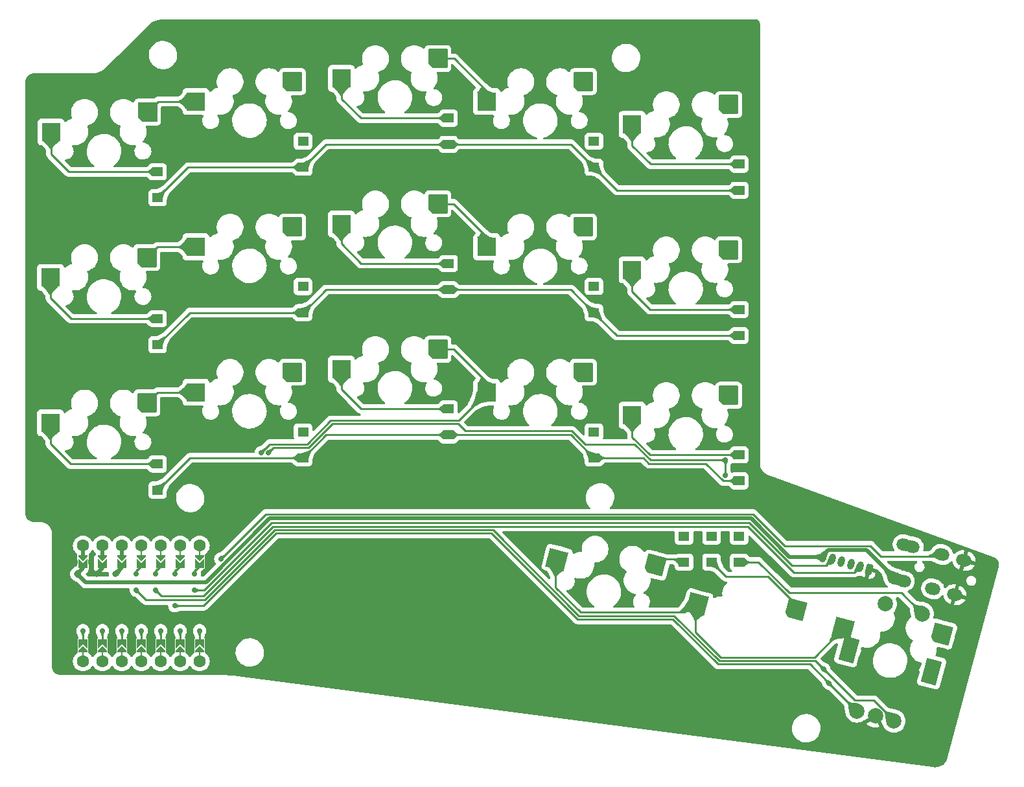
<source format=gbl>
G04 #@! TF.GenerationSoftware,KiCad,Pcbnew,7.0.5*
G04 #@! TF.CreationDate,2023-09-06T16:02:53+08:00*
G04 #@! TF.ProjectId,thrfv,74687266-762e-46b6-9963-61645f706362,rev?*
G04 #@! TF.SameCoordinates,Original*
G04 #@! TF.FileFunction,Copper,L2,Bot*
G04 #@! TF.FilePolarity,Positive*
%FSLAX46Y46*%
G04 Gerber Fmt 4.6, Leading zero omitted, Abs format (unit mm)*
G04 Created by KiCad (PCBNEW 7.0.5) date 2023-09-06 16:02:53*
%MOMM*%
%LPD*%
G01*
G04 APERTURE LIST*
G04 Aperture macros list*
%AMRoundRect*
0 Rectangle with rounded corners*
0 $1 Rounding radius*
0 $2 $3 $4 $5 $6 $7 $8 $9 X,Y pos of 4 corners*
0 Add a 4 corners polygon primitive as box body*
4,1,4,$2,$3,$4,$5,$6,$7,$8,$9,$2,$3,0*
0 Add four circle primitives for the rounded corners*
1,1,$1+$1,$2,$3*
1,1,$1+$1,$4,$5*
1,1,$1+$1,$6,$7*
1,1,$1+$1,$8,$9*
0 Add four rect primitives between the rounded corners*
20,1,$1+$1,$2,$3,$4,$5,0*
20,1,$1+$1,$4,$5,$6,$7,0*
20,1,$1+$1,$6,$7,$8,$9,0*
20,1,$1+$1,$8,$9,$2,$3,0*%
%AMHorizOval*
0 Thick line with rounded ends*
0 $1 width*
0 $2 $3 position (X,Y) of the first rounded end (center of the circle)*
0 $4 $5 position (X,Y) of the second rounded end (center of the circle)*
0 Add line between two ends*
20,1,$1,$2,$3,$4,$5,0*
0 Add two circle primitives to create the rounded ends*
1,1,$1,$2,$3*
1,1,$1,$4,$5*%
%AMRotRect*
0 Rectangle, with rotation*
0 The origin of the aperture is its center*
0 $1 length*
0 $2 width*
0 $3 Rotation angle, in degrees counterclockwise*
0 Add horizontal line*
21,1,$1,$2,0,0,$3*%
%AMFreePoly0*
4,1,19,1.208016,1.234829,1.224089,1.224089,1.234829,1.208016,1.238600,1.189056,1.238600,-1.189056,1.234829,-1.208016,1.224089,-1.224089,1.208016,-1.234829,1.189056,-1.238600,0.000000,-1.238600,-0.743160,-1.238600,-1.238600,-0.743160,-1.238600,1.189056,-1.234829,1.208016,-1.224089,1.224089,-1.208016,1.234829,-1.189056,1.238600,1.189056,1.238600,1.208016,1.234829,1.208016,1.234829,
$1*%
%AMFreePoly1*
4,1,19,1.257300,0.746760,1.257300,-1.194816,1.253510,-1.213868,1.242719,-1.230019,1.226568,-1.240810,1.207516,-1.244600,0.000000,-1.244600,-1.207516,-1.244600,-1.226568,-1.240810,-1.242719,-1.230019,-1.253510,-1.213868,-1.257300,-1.194816,-1.257300,1.194816,-1.253510,1.213868,-1.242719,1.230019,-1.226568,1.240810,-1.207516,1.244600,0.759460,1.244600,1.257300,0.746760,1.257300,0.746760,
$1*%
%AMFreePoly2*
4,1,5,0.125000,-0.500000,-0.125000,-0.500000,-0.125000,0.500000,0.125000,0.500000,0.125000,-0.500000,0.125000,-0.500000,$1*%
%AMFreePoly3*
4,1,5,0.254000,-0.500000,-0.254000,-0.500000,-0.254000,0.500000,0.254000,0.500000,0.254000,-0.500000,0.254000,-0.500000,$1*%
%AMFreePoly4*
4,1,6,0.600000,-0.200000,0.600000,-0.400000,-0.600000,-0.400000,-0.600000,-0.200000,0.000000,0.400000,0.600000,-0.200000,0.600000,-0.200000,$1*%
%AMFreePoly5*
4,1,6,0.600000,-1.000000,0.000000,-0.400000,-0.600000,-1.000000,-0.600000,0.250000,0.600000,0.250000,0.600000,-1.000000,0.600000,-1.000000,$1*%
G04 Aperture macros list end*
G04 #@! TA.AperFunction,SMDPad,CuDef*
%ADD10R,2.489200X2.489200*%
G04 #@! TD*
G04 #@! TA.AperFunction,SMDPad,CuDef*
%ADD11FreePoly0,0.000000*%
G04 #@! TD*
G04 #@! TA.AperFunction,ComponentPad*
%ADD12C,2.000000*%
G04 #@! TD*
G04 #@! TA.AperFunction,ComponentPad*
%ADD13RotRect,3.200000X2.000000X75.000000*%
G04 #@! TD*
G04 #@! TA.AperFunction,ComponentPad*
%ADD14R,1.400000X1.200000*%
G04 #@! TD*
G04 #@! TA.AperFunction,SMDPad,CuDef*
%ADD15RotRect,2.489200X2.489200X345.000000*%
G04 #@! TD*
G04 #@! TA.AperFunction,SMDPad,CuDef*
%ADD16FreePoly0,345.000000*%
G04 #@! TD*
G04 #@! TA.AperFunction,ComponentPad*
%ADD17HorizOval,1.600000X-0.193185X0.051764X0.193185X-0.051764X0*%
G04 #@! TD*
G04 #@! TA.AperFunction,SMDPad,CuDef*
%ADD18FreePoly1,180.000000*%
G04 #@! TD*
G04 #@! TA.AperFunction,SMDPad,CuDef*
%ADD19R,2.489194X2.489194*%
G04 #@! TD*
G04 #@! TA.AperFunction,ComponentPad*
%ADD20C,1.600000*%
G04 #@! TD*
G04 #@! TA.AperFunction,SMDPad,CuDef*
%ADD21FreePoly2,180.000000*%
G04 #@! TD*
G04 #@! TA.AperFunction,SMDPad,CuDef*
%ADD22FreePoly3,180.000000*%
G04 #@! TD*
G04 #@! TA.AperFunction,SMDPad,CuDef*
%ADD23FreePoly4,180.000000*%
G04 #@! TD*
G04 #@! TA.AperFunction,SMDPad,CuDef*
%ADD24FreePoly4,0.000000*%
G04 #@! TD*
G04 #@! TA.AperFunction,SMDPad,CuDef*
%ADD25FreePoly2,0.000000*%
G04 #@! TD*
G04 #@! TA.AperFunction,SMDPad,CuDef*
%ADD26FreePoly5,0.000000*%
G04 #@! TD*
G04 #@! TA.AperFunction,SMDPad,CuDef*
%ADD27FreePoly5,180.000000*%
G04 #@! TD*
G04 #@! TA.AperFunction,ComponentPad*
%ADD28RoundRect,0.225000X0.340272X0.400580X-0.094394X0.517049X-0.340272X-0.400580X0.094394X-0.517049X0*%
G04 #@! TD*
G04 #@! TA.AperFunction,ComponentPad*
%ADD29HorizOval,0.900000X0.064705X0.241481X-0.064705X-0.241481X0*%
G04 #@! TD*
G04 #@! TA.AperFunction,ViaPad*
%ADD30C,0.700000*%
G04 #@! TD*
G04 #@! TA.AperFunction,ViaPad*
%ADD31C,0.800000*%
G04 #@! TD*
G04 #@! TA.AperFunction,Conductor*
%ADD32C,0.500000*%
G04 #@! TD*
G04 #@! TA.AperFunction,Conductor*
%ADD33C,0.250000*%
G04 #@! TD*
G04 APERTURE END LIST*
D10*
X111383580Y-105918988D03*
D11*
X123991880Y-103308788D03*
D10*
X111383580Y-86919388D03*
D11*
X123991880Y-84309188D03*
D12*
X197726209Y-147597096D03*
X202555838Y-148891191D03*
X200141023Y-148244144D03*
D13*
X207491351Y-142449087D03*
X196672981Y-139550313D03*
D12*
X206308714Y-134885267D03*
X201479085Y-133591172D03*
D14*
X163380880Y-92108388D03*
X163380880Y-95508388D03*
X182380578Y-117508788D03*
X182380578Y-114108788D03*
X144380680Y-73498228D03*
X144380680Y-70098228D03*
X182380578Y-98508788D03*
X182380578Y-95108788D03*
D15*
X158564308Y-127773412D03*
D16*
X171418560Y-128515421D03*
D10*
X92383380Y-90918788D03*
D11*
X104991680Y-88308588D03*
D14*
X182352152Y-128119794D03*
X182352152Y-124719794D03*
D15*
X176926283Y-133568346D03*
D16*
X189780535Y-134310355D03*
D10*
X130382980Y-102909188D03*
D11*
X142991280Y-100298988D03*
D14*
X125381280Y-92108588D03*
X125381280Y-95508588D03*
D10*
X149383180Y-67919228D03*
D11*
X161991480Y-65309028D03*
D10*
X111383580Y-67919788D03*
D11*
X123991880Y-65309588D03*
D14*
X175152152Y-128119794D03*
X175152152Y-124719794D03*
X163380880Y-73108428D03*
X163380880Y-76508428D03*
D10*
X168382878Y-70919788D03*
D11*
X180991178Y-68309588D03*
D14*
X144380680Y-111498388D03*
X144380680Y-108098388D03*
X125381280Y-111108188D03*
X125381280Y-114508188D03*
X144380680Y-92498188D03*
X144380680Y-89098188D03*
X106381080Y-99707988D03*
X106381080Y-96307988D03*
D10*
X149383180Y-105919588D03*
D11*
X161991480Y-103309388D03*
D17*
X204960438Y-126094256D03*
X203781425Y-130571669D03*
X208824142Y-127129532D03*
X207645128Y-131606945D03*
X211721919Y-127905989D03*
X210542906Y-132383402D03*
X203909474Y-125843709D03*
X202707352Y-130252814D03*
D14*
X106381080Y-80507588D03*
X106381080Y-77107588D03*
X178752152Y-128119794D03*
X178752152Y-124719794D03*
D15*
X195967159Y-136784179D03*
D16*
X208821411Y-137526188D03*
D10*
X168382878Y-108919588D03*
D11*
X180991178Y-106309388D03*
D10*
X149383180Y-86919188D03*
D11*
X161991480Y-84308988D03*
D14*
X163380880Y-111108788D03*
X163380880Y-114508788D03*
X182380578Y-79508988D03*
X182380578Y-76108988D03*
X106381080Y-118708388D03*
X106381080Y-115308388D03*
D10*
X168382878Y-89919588D03*
D11*
X180991178Y-87309388D03*
D10*
X130382980Y-64909028D03*
D11*
X142991280Y-62298828D03*
D10*
X130382980Y-83908988D03*
D11*
X142991280Y-81298788D03*
D14*
X125381280Y-73108988D03*
X125381280Y-76508988D03*
D10*
X92383380Y-109919188D03*
D11*
X104991680Y-107308988D03*
D18*
X105057980Y-69302188D03*
D19*
X92471684Y-71892991D03*
D20*
X111869952Y-125980594D03*
X109329952Y-125980594D03*
X106789952Y-125980594D03*
X104249952Y-125980594D03*
X101709952Y-125980594D03*
X99169952Y-125980594D03*
X96629952Y-125980594D03*
D21*
X111869952Y-127087794D03*
X109329952Y-127087794D03*
X106789952Y-127087794D03*
X104249952Y-127087794D03*
D22*
X101709952Y-127087794D03*
X99169952Y-127087794D03*
X96629952Y-127087794D03*
D23*
X111869952Y-127595794D03*
X109329952Y-127595794D03*
X106789952Y-127595794D03*
X104249952Y-127595794D03*
X101709952Y-127595794D03*
X99169952Y-127595794D03*
X96629952Y-127595794D03*
D24*
X111869952Y-139482994D03*
X109329952Y-139482994D03*
X106789952Y-139482994D03*
X104249952Y-139482994D03*
X101709952Y-139482994D03*
X99169952Y-139482994D03*
X96629952Y-139482994D03*
D25*
X111869952Y-139990994D03*
X109329952Y-139990994D03*
X106789952Y-139990994D03*
X104249952Y-139990994D03*
X101709952Y-139990994D03*
X99169952Y-139990994D03*
X96629952Y-139990994D03*
D20*
X111869952Y-141083194D03*
X109329952Y-141083194D03*
X106789952Y-141083194D03*
X104249952Y-141083194D03*
X101709952Y-141083194D03*
X99169952Y-141083194D03*
X96629952Y-141083194D03*
D26*
X96629952Y-138466994D03*
X99169952Y-138466994D03*
X101709952Y-138466994D03*
X104249952Y-138466994D03*
X106789952Y-138466994D03*
X109329952Y-138466994D03*
X111869952Y-138466994D03*
D27*
X111869952Y-128611794D03*
X109329952Y-128611794D03*
X106789952Y-128611794D03*
X104249952Y-128611794D03*
X101709952Y-128611794D03*
X99169952Y-128611794D03*
X96629952Y-128611794D03*
D28*
X199336588Y-129051613D03*
D29*
X198129181Y-128728089D03*
X196921773Y-128404565D03*
X195714366Y-128081042D03*
X194506959Y-127757518D03*
X193299552Y-127433994D03*
D30*
X96629952Y-137085994D03*
X99169952Y-137085994D03*
X101709952Y-137085994D03*
X92471684Y-71892991D03*
X130382980Y-64909028D03*
X168382878Y-70919788D03*
D31*
X98357152Y-135815994D03*
X98445452Y-129669194D03*
D30*
X104991680Y-107308988D03*
X111383580Y-105918988D03*
X104991680Y-69308188D03*
X111383580Y-67919788D03*
X104991680Y-88308588D03*
X111383580Y-86919388D03*
X104249952Y-137085994D03*
X142991280Y-81298788D03*
X119893552Y-113833688D03*
X149383180Y-86919188D03*
X149383180Y-67919228D03*
X106789952Y-137085994D03*
X142991280Y-100298988D03*
X149383180Y-105919588D03*
X142991280Y-62298828D03*
X180657552Y-105975762D03*
X180574152Y-116834288D03*
X158564308Y-127773412D03*
X109329952Y-137085994D03*
X180991178Y-68309588D03*
X176926283Y-133568346D03*
X180991178Y-87309388D03*
X120847016Y-113834113D03*
X195967159Y-136784179D03*
X180574152Y-114783288D03*
X111869952Y-137085994D03*
X114630620Y-127708262D03*
X123991880Y-65309588D03*
X161991480Y-65309028D03*
X171418560Y-128515421D03*
X106115452Y-131802794D03*
X106115452Y-129669194D03*
X208821411Y-137526188D03*
X111195452Y-131802794D03*
X111195452Y-129669194D03*
D31*
X95867952Y-129669194D03*
X100897152Y-129669194D03*
D30*
X123991880Y-103308788D03*
X130382980Y-102909188D03*
X168382878Y-108919588D03*
X92383380Y-109919188D03*
X161991480Y-103309388D03*
X92383380Y-90918788D03*
X123991880Y-84309188D03*
X130382980Y-83908988D03*
X161991480Y-84308988D03*
X168382878Y-89919588D03*
X189780535Y-134310355D03*
X194061552Y-143932439D03*
X108618752Y-133834794D03*
X108618752Y-129669194D03*
X103575452Y-131802794D03*
X103575452Y-129669194D03*
X193405216Y-142115194D03*
D32*
X98445452Y-129669194D02*
X99169952Y-128944694D01*
X99169952Y-128944694D02*
X99169952Y-128611794D01*
D33*
X160370680Y-73498228D02*
X144380680Y-73498228D01*
X110379680Y-76508988D02*
X106381080Y-80507588D01*
X125381280Y-76508988D02*
X110379680Y-76508988D01*
X166381440Y-79508988D02*
X163380880Y-76508428D01*
X182380578Y-79508988D02*
X166381440Y-79508988D01*
X128392040Y-73498228D02*
X125381280Y-76508988D01*
X128392040Y-73498228D02*
X144380680Y-73498228D01*
X163380880Y-76508428D02*
X160370680Y-73498228D01*
X96629952Y-137085994D02*
X96629952Y-138466994D01*
X160370680Y-92498188D02*
X144380680Y-92498188D01*
X166381280Y-98508788D02*
X163380880Y-95508388D01*
X99169952Y-137085994D02*
X99169952Y-138466994D01*
X110580480Y-95508588D02*
X106381080Y-99707988D01*
X128391680Y-92498188D02*
X125381280Y-95508588D01*
X182380578Y-98508788D02*
X166381280Y-98508788D01*
X163380880Y-95508388D02*
X160370680Y-92498188D01*
X125381280Y-95508588D02*
X110580480Y-95508588D01*
X144380680Y-92498188D02*
X128391680Y-92498188D01*
X177974646Y-115233288D02*
X170580454Y-115233288D01*
X128391080Y-111498388D02*
X125381280Y-114508188D01*
X180250146Y-117508788D02*
X177974646Y-115233288D01*
X101709952Y-137085994D02*
X101709952Y-138466994D01*
X169855954Y-114508788D02*
X163380880Y-114508788D01*
X144380680Y-111498388D02*
X128391080Y-111498388D01*
X170580454Y-115233288D02*
X169855954Y-114508788D01*
X160370480Y-111498388D02*
X144380680Y-111498388D01*
X182380578Y-117508788D02*
X180250146Y-117508788D01*
X163380880Y-114508788D02*
X160370480Y-111498388D01*
X110581280Y-114508188D02*
X106381080Y-118708388D01*
X125381280Y-114508188D02*
X110581280Y-114508188D01*
X92471684Y-74799326D02*
X92471684Y-71892991D01*
X94779946Y-77107588D02*
X92471684Y-74799326D01*
X106381080Y-77107588D02*
X94779946Y-77107588D01*
X130382980Y-64909028D02*
X130382980Y-67565422D01*
X130382980Y-67565422D02*
X132915786Y-70098228D01*
X132915786Y-70098228D02*
X144380680Y-70098228D01*
X182380578Y-76108988D02*
X170769156Y-76108988D01*
X170769156Y-76108988D02*
X168382878Y-73722710D01*
X168382878Y-73722710D02*
X168382878Y-70919788D01*
X106380880Y-86919388D02*
X104991680Y-88308588D01*
X111383580Y-86919388D02*
X106380880Y-86919388D01*
X104249952Y-137085994D02*
X104249952Y-138466994D01*
X111383580Y-105918988D02*
X106381680Y-105918988D01*
X106381680Y-105918988D02*
X104991680Y-107308988D01*
X111383580Y-67919788D02*
X106440380Y-67919788D01*
X106440380Y-67919788D02*
X105057980Y-69302188D01*
X129013482Y-109603194D02*
X145699574Y-109603194D01*
X149383180Y-85600422D02*
X145081546Y-81298788D01*
X145699574Y-109603194D02*
X149383180Y-105919588D01*
X149383180Y-104599622D02*
X145082546Y-100298988D01*
X149383180Y-86919188D02*
X149383180Y-85600422D01*
X149383180Y-105919588D02*
X149383180Y-104599622D01*
X142991280Y-62298828D02*
X145131586Y-62298828D01*
X149383180Y-66550422D02*
X149383180Y-67919228D01*
X145082546Y-100298988D02*
X142991280Y-100298988D01*
X106789952Y-137085994D02*
X106789952Y-138466994D01*
X121025246Y-112701994D02*
X125914682Y-112701994D01*
X125914682Y-112701994D02*
X129013482Y-109603194D01*
X119893552Y-113833688D02*
X121025246Y-112701994D01*
X145081546Y-81298788D02*
X142991280Y-81298788D01*
X145131586Y-62298828D02*
X149383180Y-66550422D01*
X129199878Y-110053194D02*
X145692752Y-110053194D01*
X192185544Y-140565794D02*
X179939152Y-140565794D01*
X179939152Y-140565794D02*
X176637152Y-137263794D01*
X176637152Y-137263794D02*
X176637152Y-133857477D01*
X168685556Y-112701994D02*
X170766850Y-114783288D01*
X175226094Y-134698394D02*
X161625752Y-134698394D01*
X126101078Y-113151994D02*
X129199878Y-110053194D01*
X109329952Y-137085994D02*
X109329952Y-138466994D01*
X161625752Y-134698394D02*
X158349152Y-131421794D01*
X160483282Y-110974794D02*
X162210482Y-112701994D01*
X158349152Y-131421794D02*
X158349152Y-127988568D01*
X121529135Y-113151994D02*
X126101078Y-113151994D01*
X170766850Y-114783288D02*
X180574152Y-114783288D01*
X146614352Y-110974794D02*
X160483282Y-110974794D01*
X195967159Y-136784179D02*
X192185544Y-140565794D01*
X180574152Y-114783288D02*
X180574152Y-116834288D01*
X162210482Y-112701994D02*
X168685556Y-112701994D01*
X145692752Y-110053194D02*
X146614352Y-110974794D01*
X176356142Y-133568346D02*
X175226094Y-134698394D01*
X120847016Y-113834113D02*
X121529135Y-113151994D01*
X120492888Y-121845994D02*
X184156296Y-121845994D01*
X200889652Y-127353294D02*
X208600380Y-127353294D01*
X188305696Y-125995394D02*
X199531752Y-125995394D01*
X114630620Y-127708262D02*
X120492888Y-121845994D01*
X199531752Y-125995394D02*
X200889652Y-127353294D01*
X184156296Y-121845994D02*
X188305696Y-125995394D01*
X111869952Y-137085994D02*
X111869952Y-138466994D01*
X172195187Y-127738794D02*
X174771152Y-127738794D01*
X106115452Y-129669194D02*
X106115452Y-129286294D01*
X112354320Y-132564794D02*
X121473120Y-123445994D01*
X106115452Y-131802794D02*
X106877452Y-132564794D01*
X106115452Y-129286294D02*
X106789952Y-128611794D01*
X197379547Y-129477723D02*
X198129181Y-128728089D01*
X121473120Y-123445994D02*
X183469552Y-123445994D01*
X183469552Y-123445994D02*
X189501281Y-129477723D01*
X189501281Y-129477723D02*
X197379547Y-129477723D01*
X106877452Y-132564794D02*
X112354320Y-132564794D01*
X203531041Y-132107594D02*
X206308714Y-134885267D01*
X184893548Y-128119794D02*
X188881348Y-132107594D01*
X182352152Y-128119794D02*
X184893548Y-128119794D01*
X188881348Y-132107594D02*
X203531041Y-132107594D01*
X183679952Y-122995994D02*
X189235552Y-128551594D01*
X111195452Y-129669194D02*
X111195452Y-129286294D01*
X189235552Y-128551594D02*
X193712883Y-128551594D01*
X193712883Y-128551594D02*
X194506959Y-127757518D01*
X111195452Y-129286294D02*
X111869952Y-128611794D01*
X111195452Y-131802794D02*
X112479924Y-131802794D01*
X112479924Y-131802794D02*
X121286724Y-122995994D01*
X121286724Y-122995994D02*
X183679952Y-122995994D01*
D32*
X183918124Y-122420994D02*
X188931124Y-127433994D01*
X121048552Y-122420994D02*
X183918124Y-122420994D01*
X96629952Y-128907194D02*
X96629952Y-128611794D01*
X95867952Y-129669194D02*
X96629952Y-128907194D01*
X96985552Y-130786794D02*
X112682752Y-130786794D01*
X188931124Y-127433994D02*
X193299552Y-127433994D01*
X112682752Y-130786794D02*
X121048552Y-122420994D01*
X95867952Y-129669194D02*
X96985552Y-130786794D01*
X199024932Y-126570394D02*
X202707352Y-130252814D01*
X193959952Y-126570394D02*
X199024932Y-126570394D01*
X193299552Y-127230794D02*
X193959952Y-126570394D01*
X100897152Y-129669194D02*
X101709952Y-128856394D01*
X101709952Y-128856394D02*
X101709952Y-128611794D01*
D33*
X144380680Y-108098388D02*
X132968346Y-108098388D01*
X132968346Y-108098388D02*
X130382980Y-105513022D01*
X130382980Y-105513022D02*
X130382980Y-102909188D01*
X168382878Y-111762920D02*
X168382878Y-108919588D01*
X170728746Y-114108788D02*
X168382878Y-111762920D01*
X182380578Y-114108788D02*
X170728746Y-114108788D01*
X95017146Y-115308388D02*
X92383380Y-112674622D01*
X106381080Y-115308388D02*
X95017146Y-115308388D01*
X92383380Y-112674622D02*
X92383380Y-109919188D01*
X106381080Y-96307988D02*
X95082746Y-96307988D01*
X95082746Y-96307988D02*
X92383380Y-93608622D01*
X92383380Y-93608622D02*
X92383380Y-90918788D01*
X132967346Y-89098188D02*
X144380680Y-89098188D01*
X130382980Y-83908988D02*
X130382980Y-86513822D01*
X130382980Y-86513822D02*
X132967346Y-89098188D01*
X168382878Y-92763720D02*
X168382878Y-89919588D01*
X182380578Y-95108788D02*
X170727946Y-95108788D01*
X170727946Y-95108788D02*
X168382878Y-92763720D01*
X180657152Y-130024794D02*
X178752152Y-128119794D01*
X189780535Y-133643177D02*
X186162152Y-130024794D01*
X186162152Y-130024794D02*
X180657152Y-130024794D01*
X194061552Y-143932439D02*
X191594907Y-141465794D01*
X191594907Y-141465794D02*
X179566360Y-141465794D01*
X161252960Y-135598394D02*
X150000560Y-124345994D01*
X150000560Y-124345994D02*
X121869544Y-124345994D01*
X194061552Y-143932439D02*
X197726209Y-147597096D01*
X173698960Y-135598394D02*
X161252960Y-135598394D01*
X121869544Y-124345994D02*
X112380744Y-133834794D01*
X179566360Y-141465794D02*
X173698960Y-135598394D01*
X108618752Y-129669194D02*
X108618752Y-129322994D01*
X108618752Y-129322994D02*
X109329952Y-128611794D01*
X112380744Y-133834794D02*
X108618752Y-133834794D01*
X103575452Y-129286294D02*
X104249952Y-128611794D01*
X199949906Y-146179194D02*
X202555838Y-148785126D01*
X104845452Y-133072794D02*
X103575452Y-131802794D01*
X121683148Y-123895994D02*
X112506348Y-133072794D01*
X192305816Y-141015794D02*
X179752756Y-141015794D01*
X150186956Y-123895994D02*
X121683148Y-123895994D01*
X197465152Y-146179194D02*
X199949906Y-146179194D01*
X193405216Y-142119258D02*
X197465152Y-146179194D01*
X173885356Y-135148394D02*
X161439356Y-135148394D01*
X103575452Y-129669194D02*
X103575452Y-129286294D01*
X193405216Y-142115194D02*
X193405216Y-142119258D01*
X193405216Y-142115194D02*
X192305816Y-141015794D01*
X161439356Y-135148394D02*
X150186956Y-123895994D01*
X112506348Y-133072794D02*
X104845452Y-133072794D01*
X179752756Y-141015794D02*
X173885356Y-135148394D01*
G04 #@! TA.AperFunction,Conductor*
G36*
X173885773Y-124099496D02*
G01*
X173932266Y-124153152D01*
X173943652Y-124205494D01*
X173943652Y-125368443D01*
X173950161Y-125428990D01*
X173950163Y-125428998D01*
X174001262Y-125565996D01*
X174001264Y-125566001D01*
X174088890Y-125683055D01*
X174205944Y-125770681D01*
X174205946Y-125770682D01*
X174205948Y-125770683D01*
X174239813Y-125783314D01*
X174342947Y-125821782D01*
X174342955Y-125821784D01*
X174403502Y-125828293D01*
X174403507Y-125828293D01*
X174403514Y-125828294D01*
X174403520Y-125828294D01*
X175900784Y-125828294D01*
X175900790Y-125828294D01*
X175900797Y-125828293D01*
X175900801Y-125828293D01*
X175961348Y-125821784D01*
X175961351Y-125821783D01*
X175961353Y-125821783D01*
X176098356Y-125770683D01*
X176100247Y-125769268D01*
X176215413Y-125683055D01*
X176303039Y-125566001D01*
X176303039Y-125566000D01*
X176303041Y-125565998D01*
X176354141Y-125428995D01*
X176355619Y-125415255D01*
X176360651Y-125368443D01*
X176360652Y-125368426D01*
X176360652Y-124205494D01*
X176380654Y-124137373D01*
X176434310Y-124090880D01*
X176486652Y-124079494D01*
X177417652Y-124079494D01*
X177485773Y-124099496D01*
X177532266Y-124153152D01*
X177543652Y-124205494D01*
X177543652Y-125368443D01*
X177550161Y-125428990D01*
X177550163Y-125428998D01*
X177601262Y-125565996D01*
X177601264Y-125566001D01*
X177688890Y-125683055D01*
X177805944Y-125770681D01*
X177805946Y-125770682D01*
X177805948Y-125770683D01*
X177839813Y-125783314D01*
X177942947Y-125821782D01*
X177942955Y-125821784D01*
X178003502Y-125828293D01*
X178003507Y-125828293D01*
X178003514Y-125828294D01*
X178003520Y-125828294D01*
X179500784Y-125828294D01*
X179500790Y-125828294D01*
X179500797Y-125828293D01*
X179500801Y-125828293D01*
X179561348Y-125821784D01*
X179561351Y-125821783D01*
X179561353Y-125821783D01*
X179698356Y-125770683D01*
X179700247Y-125769268D01*
X179815413Y-125683055D01*
X179903039Y-125566001D01*
X179903039Y-125566000D01*
X179903041Y-125565998D01*
X179954141Y-125428995D01*
X179955619Y-125415255D01*
X179960651Y-125368443D01*
X179960652Y-125368426D01*
X179960652Y-124205494D01*
X179980654Y-124137373D01*
X180034310Y-124090880D01*
X180086652Y-124079494D01*
X181017652Y-124079494D01*
X181085773Y-124099496D01*
X181132266Y-124153152D01*
X181143652Y-124205494D01*
X181143652Y-125368443D01*
X181150161Y-125428990D01*
X181150163Y-125428998D01*
X181201262Y-125565996D01*
X181201264Y-125566001D01*
X181288890Y-125683055D01*
X181405944Y-125770681D01*
X181405946Y-125770682D01*
X181405948Y-125770683D01*
X181439813Y-125783314D01*
X181542947Y-125821782D01*
X181542955Y-125821784D01*
X181603502Y-125828293D01*
X181603507Y-125828293D01*
X181603514Y-125828294D01*
X181603520Y-125828294D01*
X183100784Y-125828294D01*
X183100790Y-125828294D01*
X183100797Y-125828293D01*
X183100801Y-125828293D01*
X183161348Y-125821784D01*
X183161351Y-125821783D01*
X183161353Y-125821783D01*
X183298356Y-125770683D01*
X183300247Y-125769268D01*
X183415413Y-125683055D01*
X183503039Y-125566001D01*
X183503039Y-125566000D01*
X183503041Y-125565998D01*
X183554141Y-125428995D01*
X183555619Y-125415255D01*
X183560651Y-125368443D01*
X183560652Y-125368426D01*
X183560652Y-124737188D01*
X183580654Y-124669067D01*
X183634310Y-124622574D01*
X183704584Y-124612470D01*
X183769164Y-124641964D01*
X183775746Y-124648092D01*
X186401239Y-127273586D01*
X188994036Y-129866383D01*
X189004001Y-129878820D01*
X189004228Y-129878633D01*
X189009280Y-129884740D01*
X189009281Y-129884741D01*
X189057905Y-129930402D01*
X189059652Y-129932042D01*
X189061041Y-129933388D01*
X189068464Y-129940811D01*
X189081505Y-129953853D01*
X189081509Y-129953856D01*
X189081511Y-129953858D01*
X189087063Y-129958165D01*
X189091550Y-129961996D01*
X189106273Y-129975822D01*
X189125958Y-129994308D01*
X189125960Y-129994309D01*
X189143709Y-130004066D01*
X189160234Y-130014921D01*
X189176240Y-130027337D01*
X189207237Y-130040750D01*
X189219543Y-130046075D01*
X189224864Y-130048681D01*
X189266221Y-130071418D01*
X189266229Y-130071420D01*
X189285839Y-130076455D01*
X189304548Y-130082860D01*
X189323136Y-130090904D01*
X189369758Y-130098287D01*
X189375543Y-130099486D01*
X189421251Y-130111223D01*
X189441505Y-130111223D01*
X189461215Y-130112774D01*
X189463422Y-130113123D01*
X189481224Y-130115943D01*
X189515753Y-130112679D01*
X189528198Y-130111503D01*
X189534131Y-130111223D01*
X197295694Y-130111223D01*
X197311535Y-130112972D01*
X197311563Y-130112679D01*
X197319448Y-130113423D01*
X197319456Y-130113425D01*
X197380755Y-130111498D01*
X197388523Y-130111254D01*
X197390502Y-130111223D01*
X197419398Y-130111223D01*
X197419403Y-130111223D01*
X197426365Y-130110342D01*
X197432266Y-130109877D01*
X197479436Y-130108396D01*
X197498894Y-130102742D01*
X197518241Y-130098736D01*
X197538344Y-130096197D01*
X197582226Y-130078822D01*
X197587821Y-130076906D01*
X197617375Y-130068321D01*
X197633138Y-130063742D01*
X197633142Y-130063740D01*
X197650573Y-130053431D01*
X197668327Y-130044732D01*
X197687164Y-130037275D01*
X197725333Y-130009541D01*
X197730291Y-130006285D01*
X197770909Y-129982265D01*
X197774207Y-129978965D01*
X197831101Y-129946239D01*
X197870834Y-129935734D01*
X197878836Y-129934164D01*
X197947574Y-129925275D01*
X197955997Y-129924758D01*
X197979919Y-129924896D01*
X197986455Y-129925274D01*
X198056338Y-129932978D01*
X198250438Y-129914895D01*
X198311398Y-129896332D01*
X198382386Y-129895624D01*
X198439746Y-129930402D01*
X198521946Y-130017528D01*
X198521948Y-130017530D01*
X198665102Y-130111684D01*
X198759424Y-130147575D01*
X198759427Y-130147576D01*
X198778590Y-130152711D01*
X199026287Y-129228294D01*
X199048377Y-129145849D01*
X199093036Y-129235535D01*
X199175922Y-129311097D01*
X199280508Y-129351613D01*
X199364390Y-129351613D01*
X199446838Y-129336201D01*
X199542198Y-129277156D01*
X199609789Y-129187651D01*
X199640483Y-129079773D01*
X199630134Y-128968092D01*
X199580140Y-128867691D01*
X199558734Y-128848176D01*
X200337528Y-129056853D01*
X200381661Y-129046146D01*
X200448754Y-129069364D01*
X200464765Y-129082908D01*
X200849973Y-129468116D01*
X200872850Y-129499433D01*
X200921782Y-129594261D01*
X200923506Y-129597879D01*
X201005944Y-129786136D01*
X201007120Y-129789011D01*
X201093537Y-130016214D01*
X201094368Y-130018535D01*
X201181081Y-130276482D01*
X201183338Y-130283194D01*
X201183935Y-130285068D01*
X201194402Y-130319819D01*
X201222326Y-130412539D01*
X201224047Y-130419773D01*
X201245424Y-130541006D01*
X201245426Y-130541011D01*
X201323729Y-130756149D01*
X201323735Y-130756161D01*
X201438209Y-130954437D01*
X201438211Y-130954439D01*
X201483990Y-131008996D01*
X201585383Y-131129833D01*
X201730467Y-131251573D01*
X201769794Y-131310682D01*
X201770920Y-131381670D01*
X201733489Y-131441997D01*
X201669384Y-131472511D01*
X201649476Y-131474094D01*
X189195942Y-131474094D01*
X189127821Y-131454092D01*
X189106847Y-131437189D01*
X187953848Y-130284190D01*
X199269279Y-130284190D01*
X199288448Y-130289326D01*
X199388072Y-130305403D01*
X199559134Y-130295439D01*
X199723285Y-130246296D01*
X199723288Y-130246295D01*
X199871676Y-130160622D01*
X199996316Y-130043030D01*
X200090472Y-129899872D01*
X200126364Y-129805554D01*
X200126365Y-129805551D01*
X200196204Y-129544905D01*
X199516192Y-129362696D01*
X199269279Y-130284190D01*
X187953848Y-130284190D01*
X187266394Y-129596736D01*
X185400792Y-127731133D01*
X185390827Y-127718695D01*
X185390600Y-127718884D01*
X185385549Y-127712778D01*
X185385548Y-127712776D01*
X185335174Y-127665472D01*
X185333785Y-127664126D01*
X185323538Y-127653879D01*
X185313324Y-127643664D01*
X185313320Y-127643660D01*
X185307773Y-127639357D01*
X185303265Y-127635506D01*
X185268873Y-127603211D01*
X185268867Y-127603207D01*
X185251111Y-127593445D01*
X185234595Y-127582596D01*
X185218589Y-127570180D01*
X185187837Y-127556872D01*
X185175288Y-127551442D01*
X185169956Y-127548830D01*
X185128609Y-127526099D01*
X185108984Y-127521060D01*
X185090284Y-127514658D01*
X185071693Y-127506613D01*
X185071691Y-127506612D01*
X185071690Y-127506612D01*
X185025090Y-127499231D01*
X185019277Y-127498027D01*
X184973578Y-127486294D01*
X184953324Y-127486294D01*
X184933614Y-127484743D01*
X184913605Y-127481574D01*
X184913604Y-127481574D01*
X184866631Y-127486014D01*
X184860698Y-127486294D01*
X183799462Y-127486294D01*
X183734610Y-127468323D01*
X183708377Y-127452575D01*
X183701691Y-127447950D01*
X183635130Y-127395254D01*
X183630068Y-127390785D01*
X183550340Y-127312415D01*
X183546544Y-127308338D01*
X183474658Y-127223924D01*
X183450708Y-127195799D01*
X183450696Y-127195786D01*
X183450687Y-127195775D01*
X183425508Y-127169294D01*
X183420738Y-127163647D01*
X183415413Y-127156533D01*
X183415411Y-127156532D01*
X183415411Y-127156531D01*
X183298359Y-127068906D01*
X183298354Y-127068904D01*
X183161356Y-127017805D01*
X183161348Y-127017803D01*
X183100801Y-127011294D01*
X183100790Y-127011294D01*
X181603514Y-127011294D01*
X181603502Y-127011294D01*
X181542955Y-127017803D01*
X181542947Y-127017805D01*
X181405949Y-127068904D01*
X181405944Y-127068906D01*
X181288890Y-127156532D01*
X181201264Y-127273586D01*
X181201262Y-127273591D01*
X181150163Y-127410589D01*
X181150161Y-127410597D01*
X181143652Y-127471144D01*
X181143652Y-128768443D01*
X181150161Y-128828990D01*
X181150163Y-128828998D01*
X181201262Y-128965996D01*
X181201264Y-128966001D01*
X181288890Y-129083055D01*
X181397589Y-129164426D01*
X181440136Y-129221262D01*
X181445200Y-129292077D01*
X181411175Y-129354390D01*
X181348863Y-129388415D01*
X181322080Y-129391294D01*
X180971746Y-129391294D01*
X180903625Y-129371292D01*
X180882651Y-129354389D01*
X180305845Y-128777583D01*
X180282977Y-128746283D01*
X180280588Y-128741655D01*
X180246968Y-128676525D01*
X180245262Y-128672945D01*
X180175776Y-128514337D01*
X180174614Y-128511494D01*
X180101160Y-128318467D01*
X180100339Y-128316179D01*
X180032221Y-128113650D01*
X180024296Y-128090088D01*
X180023688Y-128088180D01*
X179966010Y-127896769D01*
X179960652Y-127860416D01*
X179960652Y-127471161D01*
X179960651Y-127471144D01*
X179954142Y-127410597D01*
X179954140Y-127410589D01*
X179915998Y-127308330D01*
X179903041Y-127273590D01*
X179903040Y-127273588D01*
X179903039Y-127273586D01*
X179815413Y-127156532D01*
X179698359Y-127068906D01*
X179698354Y-127068904D01*
X179561356Y-127017805D01*
X179561348Y-127017803D01*
X179500801Y-127011294D01*
X179500790Y-127011294D01*
X178003514Y-127011294D01*
X178003502Y-127011294D01*
X177942955Y-127017803D01*
X177942947Y-127017805D01*
X177805949Y-127068904D01*
X177805944Y-127068906D01*
X177688890Y-127156532D01*
X177601264Y-127273586D01*
X177601262Y-127273591D01*
X177550163Y-127410589D01*
X177550161Y-127410597D01*
X177543652Y-127471144D01*
X177543652Y-128768443D01*
X177550161Y-128828990D01*
X177550163Y-128828998D01*
X177601262Y-128965996D01*
X177601264Y-128966001D01*
X177688890Y-129083055D01*
X177805944Y-129170681D01*
X177805946Y-129170682D01*
X177805948Y-129170683D01*
X177859599Y-129190694D01*
X177942947Y-129221782D01*
X177942955Y-129221784D01*
X178003502Y-129228293D01*
X178003507Y-129228293D01*
X178003514Y-129228294D01*
X178416716Y-129228294D01*
X178440499Y-129230559D01*
X178611548Y-129263436D01*
X178618449Y-129265172D01*
X178633565Y-129269896D01*
X178795149Y-129320394D01*
X178801372Y-129322706D01*
X178978372Y-129399319D01*
X178984659Y-129402040D01*
X178990131Y-129404730D01*
X179180519Y-129510041D01*
X179185220Y-129512916D01*
X179362529Y-129632328D01*
X179371574Y-129638419D01*
X179390287Y-129653833D01*
X180149910Y-130413457D01*
X180159872Y-130425891D01*
X180160099Y-130425704D01*
X180165151Y-130431811D01*
X180165152Y-130431812D01*
X180203981Y-130468275D01*
X180215524Y-130479114D01*
X180216913Y-130480460D01*
X180227161Y-130490708D01*
X180237376Y-130500924D01*
X180237380Y-130500927D01*
X180237382Y-130500929D01*
X180242934Y-130505236D01*
X180247421Y-130509067D01*
X180268418Y-130528785D01*
X180281829Y-130541379D01*
X180281831Y-130541380D01*
X180299580Y-130551137D01*
X180316105Y-130561992D01*
X180332111Y-130574408D01*
X180373838Y-130592464D01*
X180375414Y-130593146D01*
X180380735Y-130595752D01*
X180422092Y-130618489D01*
X180422100Y-130618491D01*
X180441710Y-130623526D01*
X180460419Y-130629931D01*
X180479007Y-130637975D01*
X180525629Y-130645358D01*
X180531414Y-130646557D01*
X180577122Y-130658294D01*
X180597376Y-130658294D01*
X180617086Y-130659845D01*
X180619293Y-130660194D01*
X180637095Y-130663014D01*
X180680848Y-130658878D01*
X180750549Y-130672381D01*
X180801885Y-130721423D01*
X180818558Y-130790434D01*
X180795273Y-130857504D01*
X180771266Y-130882830D01*
X180708657Y-130932758D01*
X180530205Y-131125085D01*
X180530201Y-131125090D01*
X180382416Y-131341849D01*
X180382412Y-131341856D01*
X180268577Y-131578235D01*
X180268572Y-131578248D01*
X180191243Y-131828943D01*
X180172575Y-131952797D01*
X180152139Y-132088381D01*
X180152139Y-132350745D01*
X180159923Y-132402389D01*
X180166954Y-132449035D01*
X180157328Y-132519376D01*
X180111201Y-132573347D01*
X180043217Y-132593811D01*
X180042361Y-132593814D01*
X179953019Y-132593814D01*
X179926050Y-132595835D01*
X179756879Y-132608512D01*
X179501095Y-132666894D01*
X179501093Y-132666895D01*
X179256873Y-132762744D01*
X179256865Y-132762747D01*
X179152774Y-132822845D01*
X179083779Y-132839583D01*
X179016687Y-132816362D01*
X178972800Y-132760555D01*
X178965689Y-132720458D01*
X178964498Y-132720572D01*
X178949848Y-132567165D01*
X178930716Y-132519376D01*
X178895503Y-132431417D01*
X178805114Y-132316478D01*
X178759883Y-132284269D01*
X178686004Y-132231659D01*
X178686001Y-132231658D01*
X178629198Y-132209698D01*
X178616117Y-132206193D01*
X177523981Y-131913556D01*
X176130848Y-131540267D01*
X176130844Y-131540266D01*
X176070659Y-131530880D01*
X175925102Y-131544780D01*
X175789358Y-131599124D01*
X175789354Y-131599126D01*
X175674415Y-131689514D01*
X175589596Y-131808624D01*
X175589595Y-131808627D01*
X175567635Y-131865430D01*
X175325182Y-132770274D01*
X175312096Y-132801519D01*
X175109001Y-133146988D01*
X175106979Y-133150202D01*
X174882146Y-133484736D01*
X174879426Y-133488479D01*
X174662226Y-133765367D01*
X174658515Y-133769682D01*
X174452106Y-133988825D01*
X174447005Y-133993668D01*
X174398342Y-134034964D01*
X174333461Y-134063790D01*
X174316816Y-134064894D01*
X170635749Y-134064894D01*
X170567628Y-134044892D01*
X170521135Y-133991236D01*
X170511031Y-133920962D01*
X170526630Y-133875894D01*
X170550359Y-133834794D01*
X170591822Y-133762978D01*
X170608991Y-133713373D01*
X170625217Y-133666489D01*
X170660562Y-133564367D01*
X170690472Y-133356336D01*
X170689187Y-133329364D01*
X170680473Y-133146414D01*
X170680472Y-133146409D01*
X170680472Y-133146404D01*
X170630922Y-132942158D01*
X170630919Y-132942153D01*
X170630919Y-132942150D01*
X170588442Y-132849140D01*
X170543614Y-132750981D01*
X170421704Y-132579782D01*
X170390857Y-132550370D01*
X170269596Y-132434748D01*
X170092786Y-132321118D01*
X169925072Y-132253976D01*
X169869265Y-132210089D01*
X169846044Y-132142997D01*
X169862782Y-132074002D01*
X169908899Y-132027884D01*
X170005750Y-131971968D01*
X170210874Y-131808387D01*
X170389326Y-131616061D01*
X170537121Y-131399286D01*
X170650956Y-131162905D01*
X170657511Y-131141655D01*
X170728288Y-130912201D01*
X170728289Y-130912197D01*
X170767393Y-130652764D01*
X170767393Y-130390400D01*
X170759553Y-130338388D01*
X170769179Y-130268050D01*
X170815306Y-130214079D01*
X170883289Y-130193614D01*
X170918273Y-130198882D01*
X170918397Y-130198422D01*
X170921052Y-130199133D01*
X170921054Y-130199134D01*
X171007555Y-130222311D01*
X171020299Y-130224558D01*
X171036205Y-130227363D01*
X171041573Y-130228553D01*
X171512942Y-130354855D01*
X172113564Y-130515791D01*
X172212910Y-130532195D01*
X172232200Y-130533460D01*
X172287215Y-130534115D01*
X172430952Y-130507296D01*
X172430952Y-130507295D01*
X172430957Y-130507295D01*
X172449262Y-130501081D01*
X172500310Y-130480644D01*
X172622847Y-130400860D01*
X172634770Y-130390404D01*
X172637378Y-130388117D01*
X172640025Y-130385531D01*
X172676746Y-130349673D01*
X172759418Y-130229064D01*
X172767967Y-130211726D01*
X172803429Y-130117497D01*
X173090664Y-129045520D01*
X173092318Y-129040277D01*
X173094858Y-129033298D01*
X173102272Y-129012930D01*
X173125452Y-128926419D01*
X173130504Y-128897760D01*
X173131689Y-128892412D01*
X173246031Y-128465681D01*
X173282983Y-128405060D01*
X173346844Y-128374039D01*
X173367738Y-128372294D01*
X173631193Y-128372294D01*
X173699314Y-128392296D01*
X173715515Y-128404668D01*
X173724569Y-128412822D01*
X173729526Y-128417816D01*
X173811024Y-128509623D01*
X173814568Y-128513994D01*
X173906922Y-128638900D01*
X173909483Y-128642638D01*
X173924087Y-128665687D01*
X173943652Y-128733123D01*
X173943652Y-128768443D01*
X173950161Y-128828990D01*
X173950163Y-128828998D01*
X174001262Y-128965996D01*
X174001264Y-128966001D01*
X174088890Y-129083055D01*
X174205944Y-129170681D01*
X174205946Y-129170682D01*
X174205948Y-129170683D01*
X174259599Y-129190694D01*
X174342947Y-129221782D01*
X174342955Y-129221784D01*
X174403502Y-129228293D01*
X174403507Y-129228293D01*
X174403514Y-129228294D01*
X174403520Y-129228294D01*
X175900784Y-129228294D01*
X175900790Y-129228294D01*
X175900797Y-129228293D01*
X175900801Y-129228293D01*
X175961348Y-129221784D01*
X175961351Y-129221783D01*
X175961353Y-129221783D01*
X176098356Y-129170683D01*
X176101437Y-129168377D01*
X176215413Y-129083055D01*
X176303039Y-128966001D01*
X176303039Y-128966000D01*
X176303041Y-128965998D01*
X176352609Y-128833103D01*
X176354140Y-128828998D01*
X176354142Y-128828990D01*
X176360651Y-128768443D01*
X176360652Y-128768426D01*
X176360652Y-127471161D01*
X176360651Y-127471144D01*
X176354142Y-127410597D01*
X176354140Y-127410589D01*
X176315998Y-127308330D01*
X176303041Y-127273590D01*
X176303040Y-127273588D01*
X176303039Y-127273586D01*
X176215413Y-127156532D01*
X176098359Y-127068906D01*
X176098354Y-127068904D01*
X175961356Y-127017805D01*
X175961348Y-127017803D01*
X175900801Y-127011294D01*
X175900790Y-127011294D01*
X174455240Y-127011294D01*
X174448686Y-127010952D01*
X174434445Y-127009463D01*
X174425518Y-127009809D01*
X174425497Y-127009810D01*
X174412347Y-127011026D01*
X174406544Y-127011294D01*
X174403502Y-127011294D01*
X174342956Y-127017803D01*
X174275062Y-127043125D01*
X174270980Y-127044490D01*
X174230629Y-127056472D01*
X174230621Y-127056475D01*
X174152090Y-127092624D01*
X174144317Y-127095597D01*
X174131051Y-127099691D01*
X174093895Y-127105294D01*
X173924711Y-127105294D01*
X173917837Y-127104918D01*
X173916106Y-127104728D01*
X173912199Y-127104299D01*
X173912172Y-127104296D01*
X173902384Y-127103585D01*
X173901105Y-127103492D01*
X173901092Y-127103492D01*
X173901085Y-127103492D01*
X173805418Y-127105142D01*
X173803151Y-127105294D01*
X172942961Y-127105294D01*
X172910350Y-127101001D01*
X172899579Y-127098115D01*
X172642853Y-127029325D01*
X171948657Y-126843315D01*
X171943411Y-126841661D01*
X171942526Y-126841339D01*
X171939186Y-126840123D01*
X171916070Y-126831709D01*
X171848401Y-126813578D01*
X171829565Y-126808531D01*
X171829563Y-126808530D01*
X171829557Y-126808529D01*
X171800917Y-126803479D01*
X171795550Y-126802289D01*
X170723556Y-126515051D01*
X170624205Y-126498646D01*
X170606633Y-126497494D01*
X170604920Y-126497382D01*
X170604918Y-126497381D01*
X170604912Y-126497381D01*
X170549904Y-126496726D01*
X170406167Y-126523545D01*
X170387855Y-126529762D01*
X170336811Y-126550197D01*
X170328195Y-126555807D01*
X170214273Y-126629982D01*
X170214271Y-126629983D01*
X170214266Y-126629987D01*
X170199741Y-126642724D01*
X170160374Y-126681168D01*
X170160373Y-126681169D01*
X170106317Y-126760031D01*
X170051304Y-126804910D01*
X169980761Y-126812922D01*
X169917085Y-126781524D01*
X169898283Y-126759771D01*
X169889020Y-126746185D01*
X169820000Y-126644951D01*
X169641548Y-126452625D01*
X169436424Y-126289044D01*
X169436419Y-126289041D01*
X169436420Y-126289041D01*
X169209214Y-126157863D01*
X169209206Y-126157860D01*
X168964986Y-126062011D01*
X168964984Y-126062010D01*
X168709200Y-126003628D01*
X168562095Y-125992604D01*
X168513061Y-125988930D01*
X168382073Y-125988930D01*
X168342845Y-125991869D01*
X168185933Y-126003628D01*
X167930149Y-126062010D01*
X167930147Y-126062011D01*
X167685927Y-126157860D01*
X167685919Y-126157863D01*
X167458713Y-126289041D01*
X167253585Y-126452625D01*
X167075133Y-126644952D01*
X167075129Y-126644957D01*
X166927344Y-126861716D01*
X166927340Y-126861723D01*
X166813505Y-127098102D01*
X166813500Y-127098115D01*
X166736171Y-127348810D01*
X166717731Y-127471156D01*
X166697067Y-127608248D01*
X166697067Y-127870612D01*
X166713967Y-127982735D01*
X166736171Y-128130049D01*
X166813500Y-128380744D01*
X166813505Y-128380757D01*
X166927340Y-128617136D01*
X166927344Y-128617143D01*
X167074584Y-128833103D01*
X167075134Y-128833909D01*
X167218631Y-128988562D01*
X167251958Y-129024481D01*
X167253586Y-129026235D01*
X167458710Y-129189816D01*
X167458713Y-129189818D01*
X167590477Y-129265892D01*
X167639470Y-129317274D01*
X167652906Y-129386988D01*
X167631583Y-129445989D01*
X167496670Y-129643868D01*
X167496666Y-129643875D01*
X167382831Y-129880254D01*
X167382826Y-129880267D01*
X167305497Y-130130962D01*
X167284835Y-130268050D01*
X167266393Y-130390400D01*
X167266393Y-130652764D01*
X167284858Y-130775268D01*
X167305497Y-130912201D01*
X167382826Y-131162896D01*
X167382831Y-131162909D01*
X167496666Y-131399288D01*
X167496670Y-131399295D01*
X167642904Y-131613779D01*
X167644460Y-131616061D01*
X167822912Y-131808387D01*
X168028036Y-131971968D01*
X168028039Y-131971970D01*
X168255245Y-132103148D01*
X168255249Y-132103149D01*
X168255250Y-132103150D01*
X168499477Y-132199002D01*
X168755263Y-132257384D01*
X168779936Y-132259232D01*
X168846370Y-132284269D01*
X168888723Y-132341248D01*
X168893548Y-132412081D01*
X168859312Y-132474277D01*
X168848409Y-132483920D01*
X168848352Y-132483966D01*
X168823333Y-132503640D01*
X168823325Y-132503648D01*
X168685703Y-132662472D01*
X168685697Y-132662480D01*
X168580614Y-132844489D01*
X168580611Y-132844494D01*
X168511876Y-133043093D01*
X168511872Y-133043108D01*
X168481963Y-133251130D01*
X168491962Y-133461053D01*
X168491964Y-133461066D01*
X168541513Y-133665306D01*
X168541516Y-133665317D01*
X168612103Y-133819878D01*
X168628822Y-133856487D01*
X168628823Y-133856489D01*
X168628825Y-133856492D01*
X168635459Y-133865808D01*
X168658679Y-133932900D01*
X168641941Y-134001895D01*
X168590558Y-134050888D01*
X168532822Y-134064894D01*
X166037871Y-134064894D01*
X165969750Y-134044892D01*
X165923257Y-133991236D01*
X165913153Y-133920962D01*
X165942647Y-133856382D01*
X165966558Y-133835017D01*
X166077184Y-133759077D01*
X166300648Y-133556965D01*
X166495180Y-133326872D01*
X166657308Y-133072903D01*
X166761142Y-132849146D01*
X166784136Y-132799596D01*
X166784136Y-132799594D01*
X166784138Y-132799591D01*
X166873408Y-132511812D01*
X166923524Y-132214703D01*
X166933592Y-131913564D01*
X166918821Y-131766730D01*
X166903434Y-131613779D01*
X166903433Y-131613777D01*
X166903433Y-131613771D01*
X166833584Y-131320672D01*
X166758255Y-131125084D01*
X166725294Y-131039503D01*
X166703685Y-131000071D01*
X166580490Y-130775268D01*
X166552964Y-130737910D01*
X166473406Y-130629932D01*
X166401761Y-130532695D01*
X166192295Y-130316109D01*
X165955834Y-130129378D01*
X165955832Y-130129376D01*
X165852759Y-130068326D01*
X165696585Y-129975824D01*
X165419187Y-129858197D01*
X165128586Y-129778593D01*
X164829968Y-129738433D01*
X164604071Y-129738433D01*
X164399170Y-129752149D01*
X164378680Y-129753521D01*
X164378672Y-129753522D01*
X164083415Y-129813536D01*
X164083407Y-129813538D01*
X163798782Y-129912371D01*
X163798773Y-129912375D01*
X163529854Y-130048265D01*
X163281444Y-130218790D01*
X163281438Y-130218795D01*
X163057981Y-130420901D01*
X163057980Y-130420903D01*
X162863450Y-130650993D01*
X162863444Y-130651001D01*
X162701323Y-130904959D01*
X162574493Y-131178269D01*
X162574492Y-131178274D01*
X162485222Y-131466052D01*
X162435106Y-131763159D01*
X162433781Y-131802794D01*
X162427781Y-131982274D01*
X162425038Y-132064309D01*
X162455195Y-132364086D01*
X162455196Y-132364093D01*
X162455197Y-132364095D01*
X162460508Y-132386381D01*
X162525046Y-132657196D01*
X162525047Y-132657197D01*
X162633335Y-132938362D01*
X162778141Y-133202600D01*
X162896764Y-133363596D01*
X162956869Y-133445171D01*
X163166335Y-133661757D01*
X163360766Y-133815297D01*
X163392059Y-133840009D01*
X163433124Y-133897925D01*
X163436359Y-133968848D01*
X163400736Y-134030260D01*
X163337566Y-134062665D01*
X163313971Y-134064894D01*
X161940347Y-134064894D01*
X161872226Y-134044892D01*
X161851252Y-134027989D01*
X159806780Y-131983517D01*
X159772754Y-131921205D01*
X159777819Y-131850390D01*
X159820366Y-131793554D01*
X159883898Y-131768993D01*
X159978059Y-131760001D01*
X159981630Y-131759660D01*
X160183287Y-131700448D01*
X160370094Y-131604143D01*
X160535298Y-131474224D01*
X160672931Y-131315388D01*
X160778016Y-131133376D01*
X160787377Y-131106331D01*
X160826315Y-130993824D01*
X160846756Y-130934765D01*
X160876666Y-130726734D01*
X160874077Y-130672381D01*
X160866667Y-130516812D01*
X160866666Y-130516807D01*
X160866666Y-130516802D01*
X160817380Y-130313644D01*
X160820758Y-130242730D01*
X160861940Y-130184898D01*
X160927850Y-130158511D01*
X160985861Y-130166650D01*
X161032357Y-130184898D01*
X161139122Y-130226800D01*
X161394908Y-130285182D01*
X161591044Y-130299880D01*
X161591045Y-130299880D01*
X161722031Y-130299880D01*
X161722032Y-130299880D01*
X161918168Y-130285182D01*
X162173954Y-130226800D01*
X162418181Y-130130948D01*
X162418183Y-130130946D01*
X162418185Y-130130946D01*
X162552444Y-130053431D01*
X162645395Y-129999766D01*
X162850519Y-129836185D01*
X163028971Y-129643859D01*
X163172734Y-129432998D01*
X163176760Y-129427093D01*
X163176760Y-129427091D01*
X163176766Y-129427084D01*
X163290601Y-129190703D01*
X163291508Y-129187762D01*
X163367933Y-128939999D01*
X163367934Y-128939995D01*
X163407038Y-128680562D01*
X163407038Y-128418198D01*
X163392222Y-128319906D01*
X163401848Y-128249568D01*
X163447974Y-128195597D01*
X163515957Y-128175132D01*
X163516815Y-128175129D01*
X163606157Y-128175129D01*
X163606158Y-128175129D01*
X163802294Y-128160431D01*
X164058080Y-128102049D01*
X164302307Y-128006197D01*
X164302309Y-128006195D01*
X164302311Y-128006195D01*
X164507477Y-127887742D01*
X164529521Y-127875015D01*
X164734645Y-127711434D01*
X164913097Y-127519108D01*
X165060892Y-127302333D01*
X165174727Y-127065952D01*
X165174730Y-127065943D01*
X165252059Y-126815248D01*
X165252060Y-126815244D01*
X165291164Y-126555811D01*
X165291164Y-126293447D01*
X165252060Y-126034014D01*
X165252059Y-126034012D01*
X165252059Y-126034009D01*
X165174730Y-125783314D01*
X165174725Y-125783301D01*
X165082073Y-125590908D01*
X165060892Y-125546925D01*
X165060890Y-125546922D01*
X165060886Y-125546915D01*
X164913101Y-125330156D01*
X164913097Y-125330150D01*
X164734645Y-125137824D01*
X164529521Y-124974243D01*
X164529516Y-124974240D01*
X164529517Y-124974240D01*
X164302311Y-124843062D01*
X164302303Y-124843059D01*
X164058083Y-124747210D01*
X164058081Y-124747209D01*
X163802297Y-124688827D01*
X163655192Y-124677803D01*
X163606158Y-124674129D01*
X163475170Y-124674129D01*
X163435942Y-124677068D01*
X163279030Y-124688827D01*
X163023246Y-124747209D01*
X163023244Y-124747210D01*
X162779024Y-124843059D01*
X162779016Y-124843062D01*
X162551810Y-124974240D01*
X162346682Y-125137824D01*
X162168230Y-125330151D01*
X162168226Y-125330156D01*
X162020441Y-125546915D01*
X162020437Y-125546922D01*
X161906602Y-125783301D01*
X161906597Y-125783314D01*
X161829268Y-126034009D01*
X161810600Y-126157863D01*
X161790164Y-126293447D01*
X161790164Y-126555811D01*
X161804457Y-126650638D01*
X161804979Y-126654101D01*
X161795353Y-126724442D01*
X161749226Y-126778413D01*
X161681242Y-126798877D01*
X161680386Y-126798880D01*
X161591044Y-126798880D01*
X161552372Y-126801778D01*
X161394904Y-126813578D01*
X161139120Y-126871960D01*
X161139118Y-126871961D01*
X160894898Y-126967810D01*
X160894890Y-126967813D01*
X160790799Y-127027911D01*
X160721804Y-127044649D01*
X160654712Y-127021428D01*
X160610825Y-126965621D01*
X160603714Y-126925524D01*
X160602523Y-126925638D01*
X160587873Y-126772231D01*
X160577443Y-126746178D01*
X160533528Y-126636483D01*
X160443139Y-126521544D01*
X160324030Y-126436726D01*
X160324029Y-126436725D01*
X160324026Y-126436724D01*
X160267223Y-126414764D01*
X160067517Y-126361253D01*
X159275319Y-126148984D01*
X157768873Y-125745333D01*
X157768869Y-125745332D01*
X157708684Y-125735946D01*
X157563127Y-125749846D01*
X157427383Y-125804190D01*
X157427379Y-125804192D01*
X157312440Y-125894580D01*
X157227621Y-126013690D01*
X157227620Y-126013693D01*
X157205660Y-126070496D01*
X156536229Y-128568846D01*
X156536228Y-128568850D01*
X156526842Y-128629034D01*
X156540742Y-128774592D01*
X156582279Y-128878346D01*
X156595088Y-128910341D01*
X156662332Y-128995849D01*
X156684848Y-129024481D01*
X156685477Y-129025280D01*
X156804586Y-129110098D01*
X156861400Y-129132062D01*
X157150023Y-129209398D01*
X157208822Y-129244386D01*
X157219833Y-129255993D01*
X157224627Y-129261684D01*
X157336963Y-129412289D01*
X157340810Y-129417446D01*
X157343986Y-129422129D01*
X157472026Y-129630466D01*
X157474188Y-129634276D01*
X157609655Y-129893513D01*
X157611173Y-129896623D01*
X157670586Y-130027337D01*
X157703380Y-130099489D01*
X157704359Y-130101641D01*
X157715652Y-130153778D01*
X157715652Y-130224595D01*
X157695650Y-130292716D01*
X157641994Y-130339209D01*
X157571720Y-130349313D01*
X157507140Y-130319819D01*
X157500557Y-130313690D01*
X151481456Y-124294589D01*
X151447430Y-124232277D01*
X151452495Y-124161462D01*
X151495042Y-124104626D01*
X151561562Y-124079815D01*
X151570551Y-124079494D01*
X173817652Y-124079494D01*
X173885773Y-124099496D01*
G37*
G04 #@! TD.AperFunction*
G04 #@! TA.AperFunction,Conductor*
G36*
X97968910Y-126545931D02*
G01*
X98014147Y-126598137D01*
X98028996Y-126629982D01*
X98032429Y-126637343D01*
X98077093Y-126701130D01*
X98149388Y-126804378D01*
X98163754Y-126824894D01*
X98252205Y-126913345D01*
X98323539Y-126984679D01*
X98357564Y-127046991D01*
X98352499Y-127117807D01*
X98309952Y-127174642D01*
X98302565Y-127179771D01*
X98233863Y-127223923D01*
X98233862Y-127223924D01*
X98138200Y-127334323D01*
X98077517Y-127467201D01*
X98056728Y-127611797D01*
X98056728Y-128861787D01*
X98061952Y-128934830D01*
X98061953Y-128934840D01*
X98103106Y-129074992D01*
X98103108Y-129074996D01*
X98182082Y-129197883D01*
X98292481Y-129293545D01*
X98425359Y-129354228D01*
X98569956Y-129375018D01*
X99769945Y-129375018D01*
X99842988Y-129369793D01*
X99849640Y-129368594D01*
X99850009Y-129370639D01*
X99911095Y-129370625D01*
X99970830Y-129408994D01*
X100000339Y-129473568D01*
X100000936Y-129504700D01*
X99983648Y-129669193D01*
X100003609Y-129859119D01*
X100004986Y-129863356D01*
X100007014Y-129934324D01*
X99970352Y-129995122D01*
X99906640Y-130026448D01*
X99885153Y-130028294D01*
X97351923Y-130028294D01*
X97283802Y-130008292D01*
X97262828Y-129991389D01*
X97029727Y-129758288D01*
X96995701Y-129695976D01*
X97000766Y-129625161D01*
X97029725Y-129580100D01*
X97120730Y-129489095D01*
X97134569Y-129477135D01*
X97154010Y-129462663D01*
X97187953Y-129422209D01*
X97191652Y-129418173D01*
X97197533Y-129412294D01*
X97217581Y-129386937D01*
X97218616Y-129385666D01*
X97267984Y-129326834D01*
X97267985Y-129326830D01*
X97267988Y-129326828D01*
X97272022Y-129320696D01*
X97272079Y-129320733D01*
X97276123Y-129314385D01*
X97276064Y-129314349D01*
X97279917Y-129308101D01*
X97279919Y-129308099D01*
X97312373Y-129238498D01*
X97313119Y-129236959D01*
X97347561Y-129168382D01*
X97347562Y-129168375D01*
X97350071Y-129161485D01*
X97350136Y-129161508D01*
X97352610Y-129154391D01*
X97352546Y-129154370D01*
X97354855Y-129147401D01*
X97361236Y-129116497D01*
X97370384Y-129072188D01*
X97370757Y-129070506D01*
X97388452Y-128995850D01*
X97388452Y-128995849D01*
X97389304Y-128988562D01*
X97389371Y-128988569D01*
X97390137Y-128981071D01*
X97390071Y-128981066D01*
X97390709Y-128973760D01*
X97390711Y-128973752D01*
X97389233Y-128922952D01*
X97388479Y-128897018D01*
X97388452Y-128895186D01*
X97388452Y-128567611D01*
X97373031Y-128435681D01*
X97373030Y-128435679D01*
X97372523Y-128434287D01*
X97347730Y-128366166D01*
X97340020Y-128344983D01*
X97332421Y-128301889D01*
X97332421Y-127857269D01*
X97343806Y-127804929D01*
X97376871Y-127732528D01*
X97397681Y-127587794D01*
X97397681Y-127105998D01*
X97417683Y-127037878D01*
X97451411Y-127002785D01*
X97474252Y-126986792D01*
X97636150Y-126824894D01*
X97767475Y-126637343D01*
X97785756Y-126598137D01*
X97832673Y-126544852D01*
X97900950Y-126525390D01*
X97968910Y-126545931D01*
G37*
G04 #@! TD.AperFunction*
G04 #@! TA.AperFunction,Conductor*
G36*
X199155772Y-128810717D02*
G01*
X199161323Y-128801612D01*
X199203814Y-128780971D01*
X199155772Y-128810717D01*
G37*
G04 #@! TD.AperFunction*
G04 #@! TA.AperFunction,Conductor*
G36*
X184507570Y-57187371D02*
G01*
X184514606Y-57188328D01*
X184514610Y-57188330D01*
X184545821Y-57187107D01*
X184552622Y-57186842D01*
X184555086Y-57186794D01*
X184558822Y-57186794D01*
X184563642Y-57186979D01*
X184623821Y-57191594D01*
X184657440Y-57194173D01*
X184685988Y-57199730D01*
X184765067Y-57224881D01*
X184766359Y-57225292D01*
X184792873Y-57237247D01*
X184865246Y-57280561D01*
X184888311Y-57298278D01*
X184948820Y-57357031D01*
X184967211Y-57379568D01*
X185012635Y-57450632D01*
X185025367Y-57476785D01*
X185053282Y-57556365D01*
X185059678Y-57584741D01*
X185069741Y-57679322D01*
X185070092Y-57686604D01*
X185069629Y-57734384D01*
X185070114Y-57740246D01*
X185070114Y-115076735D01*
X185069955Y-115088775D01*
X185068657Y-115187614D01*
X185094780Y-115414459D01*
X185149496Y-115636128D01*
X185149499Y-115636137D01*
X185231933Y-115849079D01*
X185231935Y-115849084D01*
X185284797Y-115946607D01*
X185340745Y-116049825D01*
X185385387Y-116111823D01*
X185474169Y-116235122D01*
X185570006Y-116337706D01*
X185630050Y-116401976D01*
X185805859Y-116547679D01*
X185998750Y-116669872D01*
X186205598Y-116766577D01*
X186308558Y-116799505D01*
X186310850Y-116800288D01*
X215317093Y-127357153D01*
X215605458Y-127462104D01*
X215612630Y-127465231D01*
X215767724Y-127544687D01*
X215786219Y-127556288D01*
X215920774Y-127657940D01*
X215936985Y-127672558D01*
X215970264Y-127708262D01*
X216051965Y-127795918D01*
X216065414Y-127813123D01*
X216157363Y-127954477D01*
X216167641Y-127973749D01*
X216233799Y-128128859D01*
X216240594Y-128149613D01*
X216278976Y-128313816D01*
X216282085Y-128335433D01*
X216291536Y-128503795D01*
X216290866Y-128525624D01*
X216271208Y-128692198D01*
X216267750Y-128710166D01*
X209556298Y-153656503D01*
X209550567Y-153672986D01*
X209541479Y-153711471D01*
X209541002Y-153713357D01*
X209539728Y-153718095D01*
X209539069Y-153720371D01*
X209476915Y-153921001D01*
X209473800Y-153929057D01*
X209384808Y-154119339D01*
X209380623Y-154126893D01*
X209266480Y-154303224D01*
X209261301Y-154310136D01*
X209124136Y-154469227D01*
X209118062Y-154475367D01*
X208960446Y-154614232D01*
X208953591Y-154619484D01*
X208778490Y-154735513D01*
X208770981Y-154739779D01*
X208581670Y-154830800D01*
X208573649Y-154834000D01*
X208373677Y-154898308D01*
X208365294Y-154900383D01*
X208158408Y-154936772D01*
X208149819Y-154937682D01*
X207939913Y-154945467D01*
X207931281Y-154945196D01*
X207723697Y-154924377D01*
X207721815Y-154924159D01*
X207720668Y-154924009D01*
X207714410Y-154923189D01*
X207712033Y-154922832D01*
X207674408Y-154916434D01*
X207667578Y-154916475D01*
X207659019Y-154915944D01*
X169355052Y-149904559D01*
X189260940Y-149904559D01*
X189290564Y-150173808D01*
X189359080Y-150435884D01*
X189465021Y-150685183D01*
X189465022Y-150685184D01*
X189606134Y-150916404D01*
X189779407Y-151124614D01*
X189981150Y-151305376D01*
X190207062Y-151454838D01*
X190452328Y-151569814D01*
X190711721Y-151647854D01*
X190711724Y-151647854D01*
X190711726Y-151647855D01*
X190979709Y-151687294D01*
X190979713Y-151687294D01*
X191182783Y-151687294D01*
X191385308Y-151672471D01*
X191385312Y-151672470D01*
X191385313Y-151672470D01*
X191495817Y-151647854D01*
X191649705Y-151613574D01*
X191902710Y-151516808D01*
X192138929Y-151384235D01*
X192353329Y-151218682D01*
X192541338Y-151023675D01*
X192698951Y-150803373D01*
X192822808Y-150562469D01*
X192910270Y-150306099D01*
X192959471Y-150039727D01*
X192969364Y-149769029D01*
X192948362Y-149578152D01*
X192939739Y-149499779D01*
X192871223Y-149237703D01*
X192765282Y-148988404D01*
X192624170Y-148757184D01*
X192450897Y-148548974D01*
X192450893Y-148548971D01*
X192450892Y-148548969D01*
X192249164Y-148368221D01*
X192249154Y-148368212D01*
X192023242Y-148218750D01*
X191777976Y-148103774D01*
X191620544Y-148056409D01*
X191518577Y-148025732D01*
X191250594Y-147986294D01*
X191250591Y-147986294D01*
X191047521Y-147986294D01*
X190844991Y-148001117D01*
X190844990Y-148001117D01*
X190580608Y-148060011D01*
X190580593Y-148060016D01*
X190327593Y-148156780D01*
X190091381Y-148289349D01*
X190091377Y-148289351D01*
X189876970Y-148454910D01*
X189688967Y-148649911D01*
X189688962Y-148649917D01*
X189531355Y-148870211D01*
X189531348Y-148870221D01*
X189407495Y-149111118D01*
X189407494Y-149111121D01*
X189320035Y-149367483D01*
X189320032Y-149367496D01*
X189270833Y-149633852D01*
X189270832Y-149633863D01*
X189260940Y-149904559D01*
X169355052Y-149904559D01*
X116904479Y-143042345D01*
X116902895Y-143041997D01*
X116850032Y-143035221D01*
X116849904Y-143035165D01*
X116849713Y-143035180D01*
X116823333Y-143031729D01*
X116821818Y-143031607D01*
X116510262Y-142991669D01*
X116510245Y-142991667D01*
X115829447Y-142928847D01*
X115829412Y-142928845D01*
X115146805Y-142890206D01*
X115135107Y-142889959D01*
X114463268Y-142875796D01*
X114123311Y-142880694D01*
X93734849Y-142880694D01*
X93718833Y-142879519D01*
X93677215Y-142880694D01*
X93675550Y-142880694D01*
X93670814Y-142880611D01*
X93492079Y-142869288D01*
X93469333Y-142865740D01*
X93304062Y-142824203D01*
X93282340Y-142816575D01*
X93127386Y-142745660D01*
X93107417Y-142734208D01*
X92967951Y-142636285D01*
X92950396Y-142621390D01*
X92831073Y-142499723D01*
X92816523Y-142481883D01*
X92799049Y-142455938D01*
X92721332Y-142340542D01*
X92710270Y-142320352D01*
X92651274Y-142184519D01*
X92642382Y-142164047D01*
X92635179Y-142142184D01*
X92628331Y-142112507D01*
X92596862Y-141976129D01*
X92593758Y-141953329D01*
X92586130Y-141779341D01*
X92586071Y-141776604D01*
X92586071Y-141767062D01*
X92586143Y-141764059D01*
X92586781Y-141750664D01*
X92587891Y-141727410D01*
X92587889Y-141727404D01*
X92586577Y-141717119D01*
X92586070Y-141709136D01*
X92586070Y-141083194D01*
X95316454Y-141083194D01*
X95336409Y-141311281D01*
X95363776Y-141413415D01*
X95395667Y-141532434D01*
X95395669Y-141532440D01*
X95492429Y-141739943D01*
X95572608Y-141854451D01*
X95623754Y-141927494D01*
X95785652Y-142089392D01*
X95973203Y-142220717D01*
X96180709Y-142317478D01*
X96401865Y-142376737D01*
X96629952Y-142396692D01*
X96858039Y-142376737D01*
X97079195Y-142317478D01*
X97286701Y-142220717D01*
X97474252Y-142089392D01*
X97636150Y-141927494D01*
X97767475Y-141739943D01*
X97785756Y-141700737D01*
X97832673Y-141647452D01*
X97900950Y-141627990D01*
X97968910Y-141648531D01*
X98014147Y-141700737D01*
X98018063Y-141709136D01*
X98032429Y-141739943D01*
X98163754Y-141927494D01*
X98325652Y-142089392D01*
X98513203Y-142220717D01*
X98720709Y-142317478D01*
X98941865Y-142376737D01*
X99169952Y-142396692D01*
X99398039Y-142376737D01*
X99619195Y-142317478D01*
X99826701Y-142220717D01*
X100014252Y-142089392D01*
X100176150Y-141927494D01*
X100307475Y-141739943D01*
X100325756Y-141700737D01*
X100372673Y-141647452D01*
X100440950Y-141627990D01*
X100508910Y-141648531D01*
X100554147Y-141700737D01*
X100558063Y-141709136D01*
X100572429Y-141739943D01*
X100703754Y-141927494D01*
X100865652Y-142089392D01*
X101053203Y-142220717D01*
X101260709Y-142317478D01*
X101481865Y-142376737D01*
X101709952Y-142396692D01*
X101938039Y-142376737D01*
X102159195Y-142317478D01*
X102366701Y-142220717D01*
X102554252Y-142089392D01*
X102716150Y-141927494D01*
X102847475Y-141739943D01*
X102865756Y-141700737D01*
X102912673Y-141647452D01*
X102980950Y-141627990D01*
X103048910Y-141648531D01*
X103094147Y-141700737D01*
X103098063Y-141709136D01*
X103112429Y-141739943D01*
X103243754Y-141927494D01*
X103405652Y-142089392D01*
X103593203Y-142220717D01*
X103800709Y-142317478D01*
X104021865Y-142376737D01*
X104249952Y-142396692D01*
X104478039Y-142376737D01*
X104699195Y-142317478D01*
X104906701Y-142220717D01*
X105094252Y-142089392D01*
X105256150Y-141927494D01*
X105387475Y-141739943D01*
X105405756Y-141700737D01*
X105452673Y-141647452D01*
X105520950Y-141627990D01*
X105588910Y-141648531D01*
X105634147Y-141700737D01*
X105638063Y-141709136D01*
X105652429Y-141739943D01*
X105783754Y-141927494D01*
X105945652Y-142089392D01*
X106133203Y-142220717D01*
X106340709Y-142317478D01*
X106561865Y-142376737D01*
X106789952Y-142396692D01*
X107018039Y-142376737D01*
X107239195Y-142317478D01*
X107446701Y-142220717D01*
X107634252Y-142089392D01*
X107796150Y-141927494D01*
X107927475Y-141739943D01*
X107945756Y-141700737D01*
X107992673Y-141647452D01*
X108060950Y-141627990D01*
X108128910Y-141648531D01*
X108174147Y-141700737D01*
X108178063Y-141709136D01*
X108192429Y-141739943D01*
X108323754Y-141927494D01*
X108485652Y-142089392D01*
X108673203Y-142220717D01*
X108880709Y-142317478D01*
X109101865Y-142376737D01*
X109329952Y-142396692D01*
X109558039Y-142376737D01*
X109779195Y-142317478D01*
X109986701Y-142220717D01*
X110174252Y-142089392D01*
X110336150Y-141927494D01*
X110467475Y-141739943D01*
X110485756Y-141700737D01*
X110532673Y-141647452D01*
X110600950Y-141627990D01*
X110668910Y-141648531D01*
X110714147Y-141700737D01*
X110718063Y-141709136D01*
X110732429Y-141739943D01*
X110863754Y-141927494D01*
X111025652Y-142089392D01*
X111213203Y-142220717D01*
X111420709Y-142317478D01*
X111641865Y-142376737D01*
X111869952Y-142396692D01*
X112098039Y-142376737D01*
X112319195Y-142317478D01*
X112526701Y-142220717D01*
X112714252Y-142089392D01*
X112876150Y-141927494D01*
X113007475Y-141739943D01*
X113104236Y-141532437D01*
X113163495Y-141311281D01*
X113183450Y-141083194D01*
X113163495Y-140855107D01*
X113104236Y-140633951D01*
X113007475Y-140426445D01*
X112876150Y-140238894D01*
X112714252Y-140076996D01*
X112714248Y-140076993D01*
X112623236Y-140013265D01*
X112611481Y-139998559D01*
X116566140Y-139998559D01*
X116595764Y-140267808D01*
X116664280Y-140529884D01*
X116770221Y-140779183D01*
X116790573Y-140812531D01*
X116911334Y-141010404D01*
X117084607Y-141218614D01*
X117084609Y-141218616D01*
X117084611Y-141218618D01*
X117234469Y-141352891D01*
X117286350Y-141399376D01*
X117512262Y-141548838D01*
X117757528Y-141663814D01*
X118016921Y-141741854D01*
X118016924Y-141741854D01*
X118016926Y-141741855D01*
X118284909Y-141781294D01*
X118284913Y-141781294D01*
X118487983Y-141781294D01*
X118690508Y-141766471D01*
X118690512Y-141766470D01*
X118690513Y-141766470D01*
X118892142Y-141721555D01*
X118954905Y-141707574D01*
X119207910Y-141610808D01*
X119444129Y-141478235D01*
X119658529Y-141312682D01*
X119846538Y-141117675D01*
X120004151Y-140897373D01*
X120025882Y-140855107D01*
X120128008Y-140656469D01*
X120128009Y-140656466D01*
X120135690Y-140633951D01*
X120215470Y-140400099D01*
X120257292Y-140173676D01*
X120264670Y-140133735D01*
X120264671Y-140133724D01*
X120269110Y-140012254D01*
X120274564Y-139863029D01*
X120259690Y-139727852D01*
X120244939Y-139593779D01*
X120197316Y-139411621D01*
X120176424Y-139331706D01*
X120174371Y-139326876D01*
X120070482Y-139082404D01*
X120029528Y-139015299D01*
X119929370Y-138851184D01*
X119756097Y-138642974D01*
X119756093Y-138642971D01*
X119756092Y-138642969D01*
X119554364Y-138462221D01*
X119554354Y-138462212D01*
X119328442Y-138312750D01*
X119083176Y-138197774D01*
X118878454Y-138136182D01*
X118823777Y-138119732D01*
X118555794Y-138080294D01*
X118555791Y-138080294D01*
X118352721Y-138080294D01*
X118150191Y-138095117D01*
X118150190Y-138095117D01*
X117885808Y-138154011D01*
X117885793Y-138154016D01*
X117632793Y-138250780D01*
X117396581Y-138383349D01*
X117396577Y-138383351D01*
X117182170Y-138548910D01*
X116994167Y-138743911D01*
X116994162Y-138743917D01*
X116836555Y-138964211D01*
X116836548Y-138964221D01*
X116712695Y-139205118D01*
X116712694Y-139205121D01*
X116625235Y-139461483D01*
X116625232Y-139461496D01*
X116576033Y-139727852D01*
X116576032Y-139727863D01*
X116566140Y-139998559D01*
X112611481Y-139998559D01*
X112578908Y-139957807D01*
X112571599Y-139887188D01*
X112571930Y-139885461D01*
X112571966Y-139885281D01*
X112572421Y-139882994D01*
X112572421Y-139682994D01*
X112564621Y-139643781D01*
X112564620Y-139643780D01*
X112564620Y-139643776D01*
X112559872Y-139632313D01*
X112561279Y-139631730D01*
X112544218Y-139577238D01*
X112560490Y-139517930D01*
X112559872Y-139517675D01*
X112561911Y-139512751D01*
X112563003Y-139508772D01*
X112564567Y-139506338D01*
X112564620Y-139506211D01*
X112571564Y-139471300D01*
X112572421Y-139466994D01*
X112572421Y-138216994D01*
X112564621Y-138177781D01*
X112542409Y-138144537D01*
X112542407Y-138144536D01*
X112542407Y-138144535D01*
X112540356Y-138142484D01*
X112537311Y-138136908D01*
X112535515Y-138134220D01*
X112535755Y-138134059D01*
X112506330Y-138080172D01*
X112503451Y-138053396D01*
X112503451Y-137843531D01*
X112506165Y-137817521D01*
X112508078Y-137808456D01*
X112512123Y-137746397D01*
X112525131Y-137698300D01*
X112526307Y-137695944D01*
X112527919Y-137692925D01*
X112577136Y-137606459D01*
X112577149Y-137606437D01*
X112581750Y-137597990D01*
X112586384Y-137589089D01*
X112590647Y-137580512D01*
X112653296Y-137448366D01*
X112655728Y-137443084D01*
X112655779Y-137442968D01*
X112656997Y-137440324D01*
X112657834Y-137438707D01*
X112658545Y-137437111D01*
X112658551Y-137437101D01*
X112660837Y-137430061D01*
X112661662Y-137427687D01*
X112680606Y-137376447D01*
X112680987Y-137373843D01*
X112685825Y-137353157D01*
X112714317Y-137265469D01*
X112733181Y-137085994D01*
X112714317Y-136906519D01*
X112706147Y-136881374D01*
X112658553Y-136734891D01*
X112658550Y-136734885D01*
X112568320Y-136578603D01*
X112568313Y-136578593D01*
X112447567Y-136444491D01*
X112301567Y-136338416D01*
X112136704Y-136265014D01*
X111960185Y-136227494D01*
X111960184Y-136227494D01*
X111779720Y-136227494D01*
X111779719Y-136227494D01*
X111603202Y-136265013D01*
X111438335Y-136338416D01*
X111438335Y-136338417D01*
X111292336Y-136444491D01*
X111171590Y-136578593D01*
X111171583Y-136578603D01*
X111081353Y-136734885D01*
X111081350Y-136734891D01*
X111025588Y-136906513D01*
X111025587Y-136906517D01*
X111025587Y-136906519D01*
X111006723Y-137085994D01*
X111025047Y-137260335D01*
X111025588Y-137265474D01*
X111060801Y-137373848D01*
X111081353Y-137437101D01*
X111081356Y-137437106D01*
X111084041Y-137443137D01*
X111084009Y-137443151D01*
X111085839Y-137446962D01*
X111085923Y-137446923D01*
X111087850Y-137450989D01*
X111087851Y-137450990D01*
X111149253Y-137580510D01*
X111149254Y-137580512D01*
X111149264Y-137580533D01*
X111153510Y-137589073D01*
X111158155Y-137597996D01*
X111162744Y-137606423D01*
X111211994Y-137692948D01*
X111213605Y-137695966D01*
X111214773Y-137698304D01*
X111227780Y-137746399D01*
X111231825Y-137808438D01*
X111231827Y-137808468D01*
X111236122Y-137850266D01*
X111236452Y-137856708D01*
X111236452Y-138053390D01*
X111216450Y-138121511D01*
X111199547Y-138142485D01*
X111197496Y-138144535D01*
X111175283Y-138177779D01*
X111167483Y-138216991D01*
X111167483Y-139466996D01*
X111175283Y-139506211D01*
X111180032Y-139517675D01*
X111178624Y-139518257D01*
X111195685Y-139572745D01*
X111179412Y-139632056D01*
X111180032Y-139632313D01*
X111177989Y-139637244D01*
X111176901Y-139641212D01*
X111175340Y-139643641D01*
X111175283Y-139643776D01*
X111167483Y-139682991D01*
X111167483Y-139882999D01*
X111167976Y-139885475D01*
X111167857Y-139886797D01*
X111168090Y-139889158D01*
X111167642Y-139889202D01*
X111161645Y-139956189D01*
X111118089Y-140012254D01*
X111116668Y-140013264D01*
X111025653Y-140076994D01*
X110863751Y-140238897D01*
X110732429Y-140426444D01*
X110714147Y-140465651D01*
X110667230Y-140518936D01*
X110598953Y-140538397D01*
X110530993Y-140517855D01*
X110485757Y-140465651D01*
X110468422Y-140428476D01*
X110467475Y-140426445D01*
X110336150Y-140238894D01*
X110174252Y-140076996D01*
X110174248Y-140076993D01*
X110083236Y-140013265D01*
X110038908Y-139957807D01*
X110031599Y-139887188D01*
X110031930Y-139885461D01*
X110031966Y-139885281D01*
X110032421Y-139882994D01*
X110032421Y-139682994D01*
X110024621Y-139643781D01*
X110024620Y-139643780D01*
X110024620Y-139643776D01*
X110019872Y-139632313D01*
X110021279Y-139631730D01*
X110004218Y-139577238D01*
X110020490Y-139517930D01*
X110019872Y-139517675D01*
X110021911Y-139512751D01*
X110023003Y-139508772D01*
X110024567Y-139506338D01*
X110024620Y-139506211D01*
X110031564Y-139471300D01*
X110032421Y-139466994D01*
X110032421Y-138216994D01*
X110024621Y-138177781D01*
X110002409Y-138144537D01*
X110002407Y-138144536D01*
X110002407Y-138144535D01*
X110000357Y-138142485D01*
X109997314Y-138136912D01*
X109995515Y-138134220D01*
X109995755Y-138134059D01*
X109966331Y-138080173D01*
X109963452Y-138053390D01*
X109963452Y-137843531D01*
X109966165Y-137817523D01*
X109968078Y-137808456D01*
X109972123Y-137746395D01*
X109985185Y-137698190D01*
X109986350Y-137695863D01*
X109987934Y-137692899D01*
X110037136Y-137606459D01*
X110037149Y-137606437D01*
X110041750Y-137597990D01*
X110046384Y-137589089D01*
X110050647Y-137580512D01*
X110113296Y-137448366D01*
X110115728Y-137443084D01*
X110115779Y-137442968D01*
X110116997Y-137440324D01*
X110117834Y-137438707D01*
X110118545Y-137437111D01*
X110118551Y-137437101D01*
X110120837Y-137430061D01*
X110121662Y-137427687D01*
X110140606Y-137376447D01*
X110140987Y-137373843D01*
X110145825Y-137353157D01*
X110174317Y-137265469D01*
X110193181Y-137085994D01*
X110174317Y-136906519D01*
X110166147Y-136881374D01*
X110118553Y-136734891D01*
X110118550Y-136734885D01*
X110028320Y-136578603D01*
X110028313Y-136578593D01*
X109907567Y-136444491D01*
X109761567Y-136338416D01*
X109596704Y-136265014D01*
X109420185Y-136227494D01*
X109420184Y-136227494D01*
X109239720Y-136227494D01*
X109239719Y-136227494D01*
X109063202Y-136265013D01*
X108898335Y-136338416D01*
X108898335Y-136338417D01*
X108752336Y-136444491D01*
X108631590Y-136578593D01*
X108631583Y-136578603D01*
X108541353Y-136734885D01*
X108541350Y-136734891D01*
X108485588Y-136906513D01*
X108485587Y-136906517D01*
X108485587Y-136906519D01*
X108466723Y-137085994D01*
X108485047Y-137260335D01*
X108485588Y-137265474D01*
X108520801Y-137373848D01*
X108541353Y-137437101D01*
X108541356Y-137437106D01*
X108544041Y-137443137D01*
X108544009Y-137443151D01*
X108545839Y-137446962D01*
X108545923Y-137446923D01*
X108547850Y-137450989D01*
X108547851Y-137450990D01*
X108609253Y-137580510D01*
X108609254Y-137580512D01*
X108609264Y-137580533D01*
X108613510Y-137589073D01*
X108618155Y-137597996D01*
X108622744Y-137606423D01*
X108671994Y-137692948D01*
X108673605Y-137695966D01*
X108674773Y-137698304D01*
X108687780Y-137746399D01*
X108691825Y-137808438D01*
X108691827Y-137808468D01*
X108696122Y-137850266D01*
X108696452Y-137856708D01*
X108696452Y-138053390D01*
X108676450Y-138121511D01*
X108659547Y-138142485D01*
X108657496Y-138144535D01*
X108635283Y-138177779D01*
X108627483Y-138216991D01*
X108627483Y-139466996D01*
X108635283Y-139506211D01*
X108640032Y-139517675D01*
X108638624Y-139518257D01*
X108655685Y-139572745D01*
X108639412Y-139632056D01*
X108640032Y-139632313D01*
X108637989Y-139637244D01*
X108636901Y-139641212D01*
X108635340Y-139643641D01*
X108635283Y-139643776D01*
X108627483Y-139682991D01*
X108627483Y-139882999D01*
X108627976Y-139885475D01*
X108627857Y-139886797D01*
X108628090Y-139889158D01*
X108627642Y-139889202D01*
X108621645Y-139956189D01*
X108578089Y-140012254D01*
X108576668Y-140013264D01*
X108485653Y-140076994D01*
X108323751Y-140238897D01*
X108192429Y-140426444D01*
X108174147Y-140465651D01*
X108127230Y-140518936D01*
X108058953Y-140538397D01*
X107990993Y-140517855D01*
X107945757Y-140465651D01*
X107928422Y-140428476D01*
X107927475Y-140426445D01*
X107796150Y-140238894D01*
X107634252Y-140076996D01*
X107634248Y-140076993D01*
X107543236Y-140013265D01*
X107498908Y-139957807D01*
X107491599Y-139887188D01*
X107491930Y-139885461D01*
X107491966Y-139885281D01*
X107492421Y-139882994D01*
X107492421Y-139682994D01*
X107484621Y-139643781D01*
X107484620Y-139643780D01*
X107484620Y-139643776D01*
X107479872Y-139632313D01*
X107481279Y-139631730D01*
X107464218Y-139577238D01*
X107480490Y-139517930D01*
X107479872Y-139517675D01*
X107481911Y-139512751D01*
X107483003Y-139508772D01*
X107484567Y-139506338D01*
X107484620Y-139506211D01*
X107491564Y-139471300D01*
X107492421Y-139466994D01*
X107492421Y-138216994D01*
X107484621Y-138177781D01*
X107462409Y-138144537D01*
X107462407Y-138144536D01*
X107462407Y-138144535D01*
X107460357Y-138142485D01*
X107457314Y-138136912D01*
X107455515Y-138134220D01*
X107455755Y-138134059D01*
X107426331Y-138080173D01*
X107423452Y-138053390D01*
X107423452Y-137843531D01*
X107426165Y-137817523D01*
X107428078Y-137808456D01*
X107432123Y-137746395D01*
X107445185Y-137698190D01*
X107446350Y-137695863D01*
X107447934Y-137692899D01*
X107497136Y-137606459D01*
X107497149Y-137606437D01*
X107501750Y-137597990D01*
X107506384Y-137589089D01*
X107510647Y-137580512D01*
X107573296Y-137448366D01*
X107575728Y-137443084D01*
X107575779Y-137442968D01*
X107576997Y-137440324D01*
X107577834Y-137438707D01*
X107578545Y-137437111D01*
X107578551Y-137437101D01*
X107580837Y-137430061D01*
X107581662Y-137427687D01*
X107600606Y-137376447D01*
X107600987Y-137373843D01*
X107605825Y-137353157D01*
X107634317Y-137265469D01*
X107653181Y-137085994D01*
X107634317Y-136906519D01*
X107626147Y-136881374D01*
X107578553Y-136734891D01*
X107578550Y-136734885D01*
X107488320Y-136578603D01*
X107488313Y-136578593D01*
X107367567Y-136444491D01*
X107221567Y-136338416D01*
X107056704Y-136265014D01*
X106880185Y-136227494D01*
X106880184Y-136227494D01*
X106699720Y-136227494D01*
X106699719Y-136227494D01*
X106523202Y-136265013D01*
X106358335Y-136338416D01*
X106358335Y-136338417D01*
X106212336Y-136444491D01*
X106091590Y-136578593D01*
X106091583Y-136578603D01*
X106001353Y-136734885D01*
X106001350Y-136734891D01*
X105945588Y-136906513D01*
X105945587Y-136906517D01*
X105945587Y-136906519D01*
X105926723Y-137085994D01*
X105945047Y-137260335D01*
X105945588Y-137265474D01*
X105980801Y-137373848D01*
X106001353Y-137437101D01*
X106001356Y-137437106D01*
X106004041Y-137443137D01*
X106004009Y-137443151D01*
X106005839Y-137446962D01*
X106005923Y-137446923D01*
X106007850Y-137450989D01*
X106007851Y-137450990D01*
X106069253Y-137580510D01*
X106069254Y-137580512D01*
X106069264Y-137580533D01*
X106073510Y-137589073D01*
X106078155Y-137597996D01*
X106082744Y-137606423D01*
X106131994Y-137692948D01*
X106133605Y-137695966D01*
X106134773Y-137698304D01*
X106147780Y-137746399D01*
X106151825Y-137808438D01*
X106151827Y-137808468D01*
X106156122Y-137850266D01*
X106156452Y-137856708D01*
X106156452Y-138053390D01*
X106136450Y-138121511D01*
X106119547Y-138142485D01*
X106117496Y-138144535D01*
X106095283Y-138177779D01*
X106087483Y-138216991D01*
X106087483Y-139466996D01*
X106095283Y-139506211D01*
X106100032Y-139517675D01*
X106098624Y-139518257D01*
X106115685Y-139572745D01*
X106099412Y-139632056D01*
X106100032Y-139632313D01*
X106097989Y-139637244D01*
X106096901Y-139641212D01*
X106095340Y-139643641D01*
X106095283Y-139643776D01*
X106087483Y-139682991D01*
X106087483Y-139882999D01*
X106087976Y-139885475D01*
X106087857Y-139886797D01*
X106088090Y-139889158D01*
X106087642Y-139889202D01*
X106081645Y-139956189D01*
X106038089Y-140012254D01*
X106036668Y-140013264D01*
X105945653Y-140076994D01*
X105783751Y-140238897D01*
X105652429Y-140426444D01*
X105634147Y-140465651D01*
X105587230Y-140518936D01*
X105518953Y-140538397D01*
X105450993Y-140517855D01*
X105405757Y-140465651D01*
X105388422Y-140428476D01*
X105387475Y-140426445D01*
X105256150Y-140238894D01*
X105094252Y-140076996D01*
X105094248Y-140076993D01*
X105003236Y-140013265D01*
X104958908Y-139957807D01*
X104951599Y-139887188D01*
X104951930Y-139885461D01*
X104951966Y-139885281D01*
X104952421Y-139882994D01*
X104952421Y-139682994D01*
X104944621Y-139643781D01*
X104944620Y-139643780D01*
X104944620Y-139643776D01*
X104939872Y-139632313D01*
X104941279Y-139631730D01*
X104924218Y-139577238D01*
X104940490Y-139517930D01*
X104939872Y-139517675D01*
X104941911Y-139512751D01*
X104943003Y-139508772D01*
X104944567Y-139506338D01*
X104944620Y-139506211D01*
X104951564Y-139471300D01*
X104952421Y-139466994D01*
X104952421Y-138216994D01*
X104944621Y-138177781D01*
X104922409Y-138144537D01*
X104922407Y-138144536D01*
X104922407Y-138144535D01*
X104920357Y-138142485D01*
X104917314Y-138136912D01*
X104915515Y-138134220D01*
X104915755Y-138134059D01*
X104886331Y-138080173D01*
X104883452Y-138053390D01*
X104883452Y-137843531D01*
X104886165Y-137817523D01*
X104888078Y-137808456D01*
X104892123Y-137746395D01*
X104905185Y-137698190D01*
X104906350Y-137695863D01*
X104907934Y-137692899D01*
X104957136Y-137606459D01*
X104957149Y-137606437D01*
X104961750Y-137597990D01*
X104966384Y-137589089D01*
X104970647Y-137580512D01*
X105033296Y-137448366D01*
X105035728Y-137443084D01*
X105035779Y-137442968D01*
X105036997Y-137440324D01*
X105037834Y-137438707D01*
X105038545Y-137437111D01*
X105038551Y-137437101D01*
X105040837Y-137430061D01*
X105041662Y-137427687D01*
X105060606Y-137376447D01*
X105060987Y-137373843D01*
X105065825Y-137353157D01*
X105094317Y-137265469D01*
X105113181Y-137085994D01*
X105094317Y-136906519D01*
X105086147Y-136881374D01*
X105038553Y-136734891D01*
X105038550Y-136734885D01*
X104948320Y-136578603D01*
X104948313Y-136578593D01*
X104827567Y-136444491D01*
X104681567Y-136338416D01*
X104516704Y-136265014D01*
X104340185Y-136227494D01*
X104340184Y-136227494D01*
X104159720Y-136227494D01*
X104159719Y-136227494D01*
X103983202Y-136265013D01*
X103818335Y-136338416D01*
X103818335Y-136338417D01*
X103672336Y-136444491D01*
X103551590Y-136578593D01*
X103551583Y-136578603D01*
X103461353Y-136734885D01*
X103461350Y-136734891D01*
X103405588Y-136906513D01*
X103405587Y-136906517D01*
X103405587Y-136906519D01*
X103386723Y-137085994D01*
X103405047Y-137260335D01*
X103405588Y-137265474D01*
X103440801Y-137373848D01*
X103461353Y-137437101D01*
X103461356Y-137437106D01*
X103464041Y-137443137D01*
X103464009Y-137443151D01*
X103465839Y-137446962D01*
X103465923Y-137446923D01*
X103467850Y-137450989D01*
X103467851Y-137450990D01*
X103529253Y-137580510D01*
X103529254Y-137580512D01*
X103529264Y-137580533D01*
X103533510Y-137589073D01*
X103538155Y-137597996D01*
X103542744Y-137606423D01*
X103591994Y-137692948D01*
X103593605Y-137695966D01*
X103594773Y-137698304D01*
X103607780Y-137746399D01*
X103611825Y-137808438D01*
X103611827Y-137808468D01*
X103616122Y-137850266D01*
X103616452Y-137856708D01*
X103616452Y-138053390D01*
X103596450Y-138121511D01*
X103579547Y-138142485D01*
X103577496Y-138144535D01*
X103555283Y-138177779D01*
X103547483Y-138216991D01*
X103547483Y-139466996D01*
X103555283Y-139506211D01*
X103560032Y-139517675D01*
X103558624Y-139518257D01*
X103575685Y-139572745D01*
X103559412Y-139632056D01*
X103560032Y-139632313D01*
X103557989Y-139637244D01*
X103556901Y-139641212D01*
X103555340Y-139643641D01*
X103555283Y-139643776D01*
X103547483Y-139682991D01*
X103547483Y-139882999D01*
X103547976Y-139885475D01*
X103547857Y-139886797D01*
X103548090Y-139889158D01*
X103547642Y-139889202D01*
X103541645Y-139956189D01*
X103498089Y-140012254D01*
X103496668Y-140013264D01*
X103405653Y-140076994D01*
X103243751Y-140238897D01*
X103112429Y-140426444D01*
X103094147Y-140465651D01*
X103047230Y-140518936D01*
X102978953Y-140538397D01*
X102910993Y-140517855D01*
X102865757Y-140465651D01*
X102848422Y-140428476D01*
X102847475Y-140426445D01*
X102716150Y-140238894D01*
X102554252Y-140076996D01*
X102554248Y-140076993D01*
X102463236Y-140013265D01*
X102418908Y-139957807D01*
X102411599Y-139887188D01*
X102411930Y-139885461D01*
X102411966Y-139885281D01*
X102412421Y-139882994D01*
X102412421Y-139682994D01*
X102404621Y-139643781D01*
X102404620Y-139643780D01*
X102404620Y-139643776D01*
X102399872Y-139632313D01*
X102401279Y-139631730D01*
X102384218Y-139577238D01*
X102400490Y-139517930D01*
X102399872Y-139517675D01*
X102401911Y-139512751D01*
X102403003Y-139508772D01*
X102404567Y-139506338D01*
X102404620Y-139506211D01*
X102411564Y-139471300D01*
X102412421Y-139466994D01*
X102412421Y-138216994D01*
X102404621Y-138177781D01*
X102382409Y-138144537D01*
X102382407Y-138144536D01*
X102382407Y-138144535D01*
X102380357Y-138142485D01*
X102377314Y-138136912D01*
X102375515Y-138134220D01*
X102375755Y-138134059D01*
X102346331Y-138080173D01*
X102343452Y-138053390D01*
X102343452Y-137843531D01*
X102346165Y-137817523D01*
X102348078Y-137808456D01*
X102352123Y-137746395D01*
X102365185Y-137698190D01*
X102366350Y-137695863D01*
X102367934Y-137692899D01*
X102417136Y-137606459D01*
X102417149Y-137606437D01*
X102421750Y-137597990D01*
X102426384Y-137589089D01*
X102430647Y-137580512D01*
X102493296Y-137448366D01*
X102495728Y-137443084D01*
X102495779Y-137442968D01*
X102496997Y-137440324D01*
X102497834Y-137438707D01*
X102498545Y-137437111D01*
X102498551Y-137437101D01*
X102500837Y-137430061D01*
X102501662Y-137427687D01*
X102520606Y-137376447D01*
X102520987Y-137373843D01*
X102525825Y-137353157D01*
X102554317Y-137265469D01*
X102573181Y-137085994D01*
X102554317Y-136906519D01*
X102546147Y-136881374D01*
X102498553Y-136734891D01*
X102498550Y-136734885D01*
X102408320Y-136578603D01*
X102408313Y-136578593D01*
X102287567Y-136444491D01*
X102141567Y-136338416D01*
X101976704Y-136265014D01*
X101800185Y-136227494D01*
X101800184Y-136227494D01*
X101619720Y-136227494D01*
X101619719Y-136227494D01*
X101443202Y-136265013D01*
X101278335Y-136338416D01*
X101278335Y-136338417D01*
X101132336Y-136444491D01*
X101011590Y-136578593D01*
X101011583Y-136578603D01*
X100921353Y-136734885D01*
X100921350Y-136734891D01*
X100865588Y-136906513D01*
X100865587Y-136906517D01*
X100865587Y-136906519D01*
X100846723Y-137085994D01*
X100865047Y-137260335D01*
X100865588Y-137265474D01*
X100900801Y-137373848D01*
X100921353Y-137437101D01*
X100921356Y-137437106D01*
X100924041Y-137443137D01*
X100924009Y-137443151D01*
X100925839Y-137446962D01*
X100925923Y-137446923D01*
X100927850Y-137450989D01*
X100927851Y-137450990D01*
X100989253Y-137580510D01*
X100989254Y-137580512D01*
X100989264Y-137580533D01*
X100993510Y-137589073D01*
X100998155Y-137597996D01*
X101002744Y-137606423D01*
X101051994Y-137692948D01*
X101053605Y-137695966D01*
X101054773Y-137698304D01*
X101067780Y-137746399D01*
X101071825Y-137808438D01*
X101071827Y-137808456D01*
X101071827Y-137808462D01*
X101075547Y-137844674D01*
X101076121Y-137850253D01*
X101076451Y-137856696D01*
X101076451Y-138053390D01*
X101056449Y-138121511D01*
X101039551Y-138142481D01*
X101037495Y-138144536D01*
X101015283Y-138177779D01*
X101007483Y-138216991D01*
X101007483Y-139466996D01*
X101015283Y-139506211D01*
X101020032Y-139517675D01*
X101018624Y-139518257D01*
X101035685Y-139572745D01*
X101019412Y-139632056D01*
X101020032Y-139632313D01*
X101017989Y-139637244D01*
X101016901Y-139641212D01*
X101015340Y-139643641D01*
X101015283Y-139643776D01*
X101007483Y-139682991D01*
X101007483Y-139882999D01*
X101007976Y-139885475D01*
X101007857Y-139886797D01*
X101008090Y-139889158D01*
X101007642Y-139889202D01*
X101001645Y-139956189D01*
X100958089Y-140012254D01*
X100956668Y-140013264D01*
X100865653Y-140076994D01*
X100703751Y-140238897D01*
X100572429Y-140426444D01*
X100554147Y-140465651D01*
X100507230Y-140518936D01*
X100438953Y-140538397D01*
X100370993Y-140517855D01*
X100325757Y-140465651D01*
X100308422Y-140428476D01*
X100307475Y-140426445D01*
X100176150Y-140238894D01*
X100014252Y-140076996D01*
X100014248Y-140076993D01*
X99923236Y-140013265D01*
X99878908Y-139957807D01*
X99871599Y-139887188D01*
X99871930Y-139885461D01*
X99871966Y-139885281D01*
X99872421Y-139882994D01*
X99872421Y-139682994D01*
X99864621Y-139643781D01*
X99864620Y-139643780D01*
X99864620Y-139643776D01*
X99859872Y-139632313D01*
X99861279Y-139631730D01*
X99844218Y-139577238D01*
X99860490Y-139517930D01*
X99859872Y-139517675D01*
X99861911Y-139512751D01*
X99863003Y-139508772D01*
X99864567Y-139506338D01*
X99864620Y-139506211D01*
X99871564Y-139471300D01*
X99872421Y-139466994D01*
X99872421Y-138216994D01*
X99864621Y-138177781D01*
X99842409Y-138144537D01*
X99842407Y-138144536D01*
X99842407Y-138144535D01*
X99840357Y-138142485D01*
X99837314Y-138136912D01*
X99835515Y-138134220D01*
X99835755Y-138134059D01*
X99806331Y-138080173D01*
X99803452Y-138053390D01*
X99803452Y-137843531D01*
X99806165Y-137817523D01*
X99808078Y-137808456D01*
X99812123Y-137746395D01*
X99825185Y-137698190D01*
X99826350Y-137695863D01*
X99827934Y-137692899D01*
X99877136Y-137606459D01*
X99877149Y-137606437D01*
X99881750Y-137597990D01*
X99886384Y-137589089D01*
X99890647Y-137580512D01*
X99953296Y-137448366D01*
X99955728Y-137443084D01*
X99955779Y-137442968D01*
X99956997Y-137440324D01*
X99957834Y-137438707D01*
X99958545Y-137437111D01*
X99958551Y-137437101D01*
X99960837Y-137430061D01*
X99961662Y-137427687D01*
X99980606Y-137376447D01*
X99980987Y-137373843D01*
X99985825Y-137353157D01*
X100014317Y-137265469D01*
X100033181Y-137085994D01*
X100014317Y-136906519D01*
X100006147Y-136881374D01*
X99958553Y-136734891D01*
X99958550Y-136734885D01*
X99868320Y-136578603D01*
X99868313Y-136578593D01*
X99747567Y-136444491D01*
X99601567Y-136338416D01*
X99436704Y-136265014D01*
X99260185Y-136227494D01*
X99260184Y-136227494D01*
X99079720Y-136227494D01*
X99079719Y-136227494D01*
X98903202Y-136265013D01*
X98738335Y-136338416D01*
X98738335Y-136338417D01*
X98592336Y-136444491D01*
X98471590Y-136578593D01*
X98471583Y-136578603D01*
X98381353Y-136734885D01*
X98381350Y-136734891D01*
X98325588Y-136906513D01*
X98325587Y-136906517D01*
X98325587Y-136906519D01*
X98306723Y-137085994D01*
X98325047Y-137260335D01*
X98325588Y-137265474D01*
X98360801Y-137373848D01*
X98381353Y-137437101D01*
X98381356Y-137437106D01*
X98384041Y-137443137D01*
X98384009Y-137443151D01*
X98385839Y-137446962D01*
X98385923Y-137446923D01*
X98387850Y-137450989D01*
X98387851Y-137450990D01*
X98449253Y-137580510D01*
X98449254Y-137580512D01*
X98449264Y-137580533D01*
X98453510Y-137589073D01*
X98458155Y-137597996D01*
X98462744Y-137606423D01*
X98511994Y-137692948D01*
X98513605Y-137695966D01*
X98514773Y-137698304D01*
X98527780Y-137746399D01*
X98531825Y-137808438D01*
X98531827Y-137808468D01*
X98536122Y-137850266D01*
X98536452Y-137856708D01*
X98536452Y-138053390D01*
X98516450Y-138121511D01*
X98499547Y-138142485D01*
X98497496Y-138144535D01*
X98475283Y-138177779D01*
X98467483Y-138216991D01*
X98467483Y-139466996D01*
X98475283Y-139506211D01*
X98480032Y-139517675D01*
X98478624Y-139518257D01*
X98495685Y-139572745D01*
X98479412Y-139632056D01*
X98480032Y-139632313D01*
X98477989Y-139637244D01*
X98476901Y-139641212D01*
X98475340Y-139643641D01*
X98475283Y-139643776D01*
X98467483Y-139682991D01*
X98467483Y-139882999D01*
X98467976Y-139885475D01*
X98467857Y-139886797D01*
X98468090Y-139889158D01*
X98467642Y-139889202D01*
X98461645Y-139956189D01*
X98418089Y-140012254D01*
X98416668Y-140013264D01*
X98325653Y-140076994D01*
X98163751Y-140238897D01*
X98032429Y-140426444D01*
X98014147Y-140465651D01*
X97967230Y-140518936D01*
X97898953Y-140538397D01*
X97830993Y-140517855D01*
X97785757Y-140465651D01*
X97768422Y-140428476D01*
X97767475Y-140426445D01*
X97636150Y-140238894D01*
X97474252Y-140076996D01*
X97474248Y-140076993D01*
X97383236Y-140013265D01*
X97338908Y-139957807D01*
X97331599Y-139887188D01*
X97331930Y-139885461D01*
X97331966Y-139885281D01*
X97332421Y-139882994D01*
X97332421Y-139682994D01*
X97324621Y-139643781D01*
X97324620Y-139643780D01*
X97324620Y-139643776D01*
X97319872Y-139632313D01*
X97321279Y-139631730D01*
X97304218Y-139577238D01*
X97320490Y-139517930D01*
X97319872Y-139517675D01*
X97321911Y-139512751D01*
X97323003Y-139508772D01*
X97324567Y-139506338D01*
X97324620Y-139506211D01*
X97331564Y-139471300D01*
X97332421Y-139466994D01*
X97332421Y-138216994D01*
X97324621Y-138177781D01*
X97302409Y-138144537D01*
X97302407Y-138144536D01*
X97302407Y-138144535D01*
X97300357Y-138142485D01*
X97297314Y-138136912D01*
X97295515Y-138134220D01*
X97295755Y-138134059D01*
X97266331Y-138080173D01*
X97263452Y-138053390D01*
X97263452Y-137843531D01*
X97266165Y-137817523D01*
X97268078Y-137808456D01*
X97272123Y-137746395D01*
X97285185Y-137698190D01*
X97286350Y-137695863D01*
X97287934Y-137692899D01*
X97337136Y-137606459D01*
X97337149Y-137606437D01*
X97341750Y-137597990D01*
X97346384Y-137589089D01*
X97350647Y-137580512D01*
X97413296Y-137448366D01*
X97415728Y-137443084D01*
X97415779Y-137442968D01*
X97416997Y-137440324D01*
X97417834Y-137438707D01*
X97418545Y-137437111D01*
X97418551Y-137437101D01*
X97420837Y-137430061D01*
X97421662Y-137427687D01*
X97440606Y-137376447D01*
X97440987Y-137373843D01*
X97445825Y-137353157D01*
X97474317Y-137265469D01*
X97493181Y-137085994D01*
X97474317Y-136906519D01*
X97466147Y-136881374D01*
X97418553Y-136734891D01*
X97418550Y-136734885D01*
X97328320Y-136578603D01*
X97328313Y-136578593D01*
X97207567Y-136444491D01*
X97061567Y-136338416D01*
X96896704Y-136265014D01*
X96720185Y-136227494D01*
X96720184Y-136227494D01*
X96539720Y-136227494D01*
X96539719Y-136227494D01*
X96363202Y-136265013D01*
X96198335Y-136338416D01*
X96198335Y-136338417D01*
X96052336Y-136444491D01*
X95931590Y-136578593D01*
X95931583Y-136578603D01*
X95841353Y-136734885D01*
X95841350Y-136734891D01*
X95785588Y-136906513D01*
X95785587Y-136906517D01*
X95785587Y-136906519D01*
X95766723Y-137085994D01*
X95785047Y-137260335D01*
X95785588Y-137265474D01*
X95820801Y-137373848D01*
X95841353Y-137437101D01*
X95841356Y-137437106D01*
X95844041Y-137443137D01*
X95844009Y-137443151D01*
X95845839Y-137446962D01*
X95845923Y-137446923D01*
X95847850Y-137450989D01*
X95847851Y-137450990D01*
X95909253Y-137580510D01*
X95909254Y-137580512D01*
X95909264Y-137580533D01*
X95913510Y-137589073D01*
X95918155Y-137597996D01*
X95922744Y-137606423D01*
X95971994Y-137692948D01*
X95973605Y-137695966D01*
X95974773Y-137698304D01*
X95987780Y-137746399D01*
X95991825Y-137808438D01*
X95991827Y-137808468D01*
X95996122Y-137850266D01*
X95996452Y-137856708D01*
X95996452Y-138053390D01*
X95976450Y-138121511D01*
X95959547Y-138142485D01*
X95957496Y-138144535D01*
X95935283Y-138177779D01*
X95927483Y-138216991D01*
X95927483Y-139466996D01*
X95935283Y-139506211D01*
X95940032Y-139517675D01*
X95938624Y-139518257D01*
X95955685Y-139572745D01*
X95939412Y-139632056D01*
X95940032Y-139632313D01*
X95937989Y-139637244D01*
X95936901Y-139641212D01*
X95935340Y-139643641D01*
X95935283Y-139643776D01*
X95927483Y-139682991D01*
X95927483Y-139882999D01*
X95927976Y-139885475D01*
X95927857Y-139886797D01*
X95928090Y-139889158D01*
X95927642Y-139889202D01*
X95921645Y-139956189D01*
X95878089Y-140012254D01*
X95876668Y-140013264D01*
X95785653Y-140076994D01*
X95623751Y-140238897D01*
X95492429Y-140426444D01*
X95395669Y-140633947D01*
X95395667Y-140633953D01*
X95353688Y-140790620D01*
X95336409Y-140855107D01*
X95316454Y-141083194D01*
X92586070Y-141083194D01*
X92586070Y-133123578D01*
X92586070Y-129669194D01*
X94954448Y-129669194D01*
X94974409Y-129859121D01*
X94998845Y-129934324D01*
X95033425Y-130040750D01*
X95049343Y-130068321D01*
X95124722Y-130198882D01*
X95128912Y-130206138D01*
X95256699Y-130348060D01*
X95264046Y-130353398D01*
X95267938Y-130356468D01*
X95412124Y-130479828D01*
X95430623Y-130494246D01*
X95451470Y-130509015D01*
X95451480Y-130509021D01*
X95451485Y-130509025D01*
X95471138Y-130521646D01*
X95471155Y-130521656D01*
X95610455Y-130602401D01*
X95610495Y-130602424D01*
X95618663Y-130606904D01*
X95621149Y-130608268D01*
X95629835Y-130612767D01*
X95632507Y-130614152D01*
X95643618Y-130619574D01*
X95739931Y-130663734D01*
X95745235Y-130666479D01*
X95796007Y-130695909D01*
X95814725Y-130709174D01*
X95914813Y-130794804D01*
X95942135Y-130816611D01*
X95947363Y-130821286D01*
X96179504Y-131053427D01*
X96403644Y-131277567D01*
X96415617Y-131291421D01*
X96430083Y-131310852D01*
X96467032Y-131341856D01*
X96470527Y-131344788D01*
X96474573Y-131348496D01*
X96480451Y-131354374D01*
X96480452Y-131354375D01*
X96505722Y-131374356D01*
X96507136Y-131375507D01*
X96565912Y-131424826D01*
X96565918Y-131424829D01*
X96572047Y-131428861D01*
X96572009Y-131428917D01*
X96578363Y-131432965D01*
X96578399Y-131432908D01*
X96584641Y-131436758D01*
X96584643Y-131436759D01*
X96584646Y-131436761D01*
X96654215Y-131469201D01*
X96655780Y-131469959D01*
X96724364Y-131504403D01*
X96724365Y-131504403D01*
X96724369Y-131504405D01*
X96731265Y-131506915D01*
X96731241Y-131506978D01*
X96738358Y-131509452D01*
X96738380Y-131509388D01*
X96745345Y-131511696D01*
X96756331Y-131513964D01*
X96820555Y-131527224D01*
X96822163Y-131527581D01*
X96896896Y-131545294D01*
X96896898Y-131545294D01*
X96904184Y-131546146D01*
X96904176Y-131546212D01*
X96911675Y-131546978D01*
X96911681Y-131546912D01*
X96918986Y-131547550D01*
X96918994Y-131547552D01*
X96966186Y-131546179D01*
X96995707Y-131545321D01*
X96997539Y-131545294D01*
X102599351Y-131545294D01*
X102667472Y-131565296D01*
X102713965Y-131618952D01*
X102724660Y-131684461D01*
X102712223Y-131802794D01*
X102730004Y-131971968D01*
X102731088Y-131982274D01*
X102786850Y-132153896D01*
X102786853Y-132153902D01*
X102877083Y-132310184D01*
X102877090Y-132310194D01*
X102997836Y-132444296D01*
X103069623Y-132496452D01*
X103143837Y-132550372D01*
X103245966Y-132595842D01*
X103249708Y-132597660D01*
X103280518Y-132613916D01*
X103415463Y-132662060D01*
X103424423Y-132665072D01*
X103424444Y-132665079D01*
X103433950Y-132668081D01*
X103433977Y-132668089D01*
X103433993Y-132668094D01*
X103443338Y-132670851D01*
X103539391Y-132697220D01*
X103542598Y-132698194D01*
X103545123Y-132699037D01*
X103588347Y-132723855D01*
X103635062Y-132764853D01*
X103635074Y-132764863D01*
X103635089Y-132764876D01*
X103661139Y-132786072D01*
X103667692Y-132791404D01*
X103672470Y-132795716D01*
X104020498Y-133143744D01*
X104338205Y-133461451D01*
X104348172Y-133473891D01*
X104348399Y-133473704D01*
X104353451Y-133479811D01*
X104353452Y-133479812D01*
X104381730Y-133506367D01*
X104403840Y-133527129D01*
X104405229Y-133528475D01*
X104413780Y-133537026D01*
X104425678Y-133548925D01*
X104431220Y-133553224D01*
X104435733Y-133557079D01*
X104470131Y-133589380D01*
X104470132Y-133589380D01*
X104470134Y-133589382D01*
X104487881Y-133599138D01*
X104504411Y-133609996D01*
X104520411Y-133622407D01*
X104551588Y-133635898D01*
X104563703Y-133641141D01*
X104569037Y-133643753D01*
X104610392Y-133666489D01*
X104630014Y-133671527D01*
X104648715Y-133677929D01*
X104661266Y-133683361D01*
X104667304Y-133685974D01*
X104667305Y-133685974D01*
X104667307Y-133685975D01*
X104713929Y-133693358D01*
X104719714Y-133694557D01*
X104765422Y-133706294D01*
X104785676Y-133706294D01*
X104805386Y-133707845D01*
X104807593Y-133708194D01*
X104825395Y-133711014D01*
X104859322Y-133707806D01*
X104872369Y-133706574D01*
X104878302Y-133706294D01*
X107629523Y-133706294D01*
X107697644Y-133726296D01*
X107744137Y-133779952D01*
X107754642Y-133828247D01*
X107754833Y-133828227D01*
X107755015Y-133829958D01*
X107755523Y-133832294D01*
X107755523Y-133834791D01*
X107755523Y-133834794D01*
X107773086Y-134001895D01*
X107774388Y-134014274D01*
X107830150Y-134185896D01*
X107830153Y-134185902D01*
X107920383Y-134342184D01*
X107920390Y-134342194D01*
X108041136Y-134476296D01*
X108059961Y-134489973D01*
X108187137Y-134582372D01*
X108352000Y-134655774D01*
X108478302Y-134682620D01*
X108528519Y-134693294D01*
X108528520Y-134693294D01*
X108708985Y-134693294D01*
X108759202Y-134682620D01*
X108885504Y-134655774D01*
X108944586Y-134629468D01*
X108951570Y-134626843D01*
X108983751Y-134616893D01*
X109113270Y-134555489D01*
X109121847Y-134551226D01*
X109130749Y-134546591D01*
X109139196Y-134541990D01*
X109225696Y-134492752D01*
X109228666Y-134491167D01*
X109231059Y-134489972D01*
X109279160Y-134476964D01*
X109341202Y-134472920D01*
X109341202Y-134472919D01*
X109341217Y-134472919D01*
X109379287Y-134469008D01*
X109379287Y-134469007D01*
X109383024Y-134468624D01*
X109389466Y-134468294D01*
X112296891Y-134468294D01*
X112312732Y-134470043D01*
X112312760Y-134469750D01*
X112320645Y-134470494D01*
X112320653Y-134470496D01*
X112381952Y-134468569D01*
X112389720Y-134468325D01*
X112391699Y-134468294D01*
X112420595Y-134468294D01*
X112420600Y-134468294D01*
X112427562Y-134467413D01*
X112433463Y-134466948D01*
X112480633Y-134465467D01*
X112500091Y-134459813D01*
X112519438Y-134455807D01*
X112539541Y-134453268D01*
X112583423Y-134435893D01*
X112589018Y-134433977D01*
X112617560Y-134425685D01*
X112634335Y-134420813D01*
X112634339Y-134420811D01*
X112651770Y-134410502D01*
X112669524Y-134401803D01*
X112688361Y-134394346D01*
X112726530Y-134366612D01*
X112731488Y-134363356D01*
X112772106Y-134339336D01*
X112786429Y-134325012D01*
X112801468Y-134312168D01*
X112817851Y-134300266D01*
X112847937Y-134263897D01*
X112851905Y-134259535D01*
X122095042Y-125016399D01*
X122157355Y-124982373D01*
X122184138Y-124979494D01*
X149685966Y-124979494D01*
X149754087Y-124999496D01*
X149775061Y-125016399D01*
X160745713Y-135987051D01*
X160755680Y-135999491D01*
X160755907Y-135999304D01*
X160760959Y-136005411D01*
X160760960Y-136005412D01*
X160769811Y-136013724D01*
X160811348Y-136052729D01*
X160812737Y-136054075D01*
X160833191Y-136074529D01*
X160838730Y-136078825D01*
X160843242Y-136082679D01*
X160877639Y-136114980D01*
X160895387Y-136124736D01*
X160911917Y-136135595D01*
X160927919Y-136148008D01*
X160970419Y-136166398D01*
X160971222Y-136166746D01*
X160976543Y-136169352D01*
X161017900Y-136192089D01*
X161017908Y-136192091D01*
X161037518Y-136197126D01*
X161056227Y-136203531D01*
X161074815Y-136211575D01*
X161121437Y-136218958D01*
X161127222Y-136220157D01*
X161172930Y-136231894D01*
X161193184Y-136231894D01*
X161212894Y-136233445D01*
X161215101Y-136233794D01*
X161232903Y-136236614D01*
X161266830Y-136233406D01*
X161279877Y-136232174D01*
X161285810Y-136231894D01*
X173384366Y-136231894D01*
X173452487Y-136251896D01*
X173473461Y-136268799D01*
X179059113Y-141854451D01*
X179069080Y-141866891D01*
X179069307Y-141866704D01*
X179074359Y-141872811D01*
X179124748Y-141920129D01*
X179126137Y-141921475D01*
X179146591Y-141941929D01*
X179152130Y-141946225D01*
X179156642Y-141950079D01*
X179191038Y-141982379D01*
X179191042Y-141982382D01*
X179208790Y-141992139D01*
X179225317Y-142002995D01*
X179241320Y-142015408D01*
X179284619Y-142034145D01*
X179289945Y-142036754D01*
X179331295Y-142059487D01*
X179331298Y-142059488D01*
X179331300Y-142059489D01*
X179350922Y-142064527D01*
X179369623Y-142070929D01*
X179382174Y-142076361D01*
X179388212Y-142078974D01*
X179388213Y-142078974D01*
X179388215Y-142078975D01*
X179434837Y-142086358D01*
X179440622Y-142087557D01*
X179486330Y-142099294D01*
X179506584Y-142099294D01*
X179526294Y-142100845D01*
X179528501Y-142101194D01*
X179546303Y-142104014D01*
X179580230Y-142100806D01*
X179593277Y-142099574D01*
X179599210Y-142099294D01*
X191280313Y-142099294D01*
X191348434Y-142119296D01*
X191369408Y-142136199D01*
X193077942Y-143844734D01*
X193094413Y-143865041D01*
X193099469Y-143872800D01*
X193099472Y-143872805D01*
X193140490Y-143919544D01*
X193165293Y-143962726D01*
X193166138Y-143965256D01*
X193167125Y-143968504D01*
X193193497Y-144064572D01*
X193196238Y-144073861D01*
X193199280Y-144083493D01*
X193202283Y-144092427D01*
X193207680Y-144107553D01*
X193245777Y-144214334D01*
X193251551Y-144230516D01*
X193253865Y-144236749D01*
X193255240Y-144240311D01*
X193255249Y-144240332D01*
X193266017Y-144263637D01*
X193268743Y-144270593D01*
X193272953Y-144283546D01*
X193363183Y-144439829D01*
X193363190Y-144439839D01*
X193483936Y-144573941D01*
X193483939Y-144573943D01*
X193629937Y-144680017D01*
X193732066Y-144725487D01*
X193735808Y-144727305D01*
X193766618Y-144743561D01*
X193901563Y-144791705D01*
X193901596Y-144791716D01*
X193910544Y-144794724D01*
X193920050Y-144797726D01*
X193920077Y-144797734D01*
X193920093Y-144797739D01*
X193929438Y-144800496D01*
X194025491Y-144826865D01*
X194028698Y-144827839D01*
X194031223Y-144828682D01*
X194074447Y-144853500D01*
X194121162Y-144894498D01*
X194121174Y-144894508D01*
X194121189Y-144894521D01*
X194147239Y-144915717D01*
X194153792Y-144921049D01*
X194158570Y-144925361D01*
X195005382Y-145772173D01*
X195810946Y-146577737D01*
X195825876Y-146595734D01*
X195827902Y-146598698D01*
X195827904Y-146598702D01*
X196029273Y-146852375D01*
X196048891Y-146887356D01*
X196093592Y-147009332D01*
X196100645Y-147039992D01*
X196122539Y-147256181D01*
X196161581Y-147610147D01*
X196161584Y-147610171D01*
X196161586Y-147610185D01*
X196165203Y-147633279D01*
X196165207Y-147633301D01*
X196165210Y-147633315D01*
X196170306Y-147658341D01*
X196170310Y-147658359D01*
X196170313Y-147658371D01*
X196176069Y-147681223D01*
X196176073Y-147681237D01*
X196176074Y-147681240D01*
X196268915Y-147989370D01*
X196269853Y-147992838D01*
X196287102Y-148064685D01*
X196287106Y-148064697D01*
X196302428Y-148101687D01*
X196304545Y-148107621D01*
X196308757Y-148121599D01*
X196312742Y-148133732D01*
X196315262Y-148140807D01*
X196315264Y-148140812D01*
X196315265Y-148140814D01*
X196343627Y-148204228D01*
X196348090Y-148214205D01*
X196349078Y-148215886D01*
X196352965Y-148223694D01*
X196377969Y-148284059D01*
X196502033Y-148486512D01*
X196502034Y-148486513D01*
X196502035Y-148486515D01*
X196656239Y-148667065D01*
X196836789Y-148821269D01*
X196836793Y-148821272D01*
X197039246Y-148945336D01*
X197258615Y-149036201D01*
X197489498Y-149091631D01*
X197726209Y-149110261D01*
X197962920Y-149091631D01*
X198193803Y-149036201D01*
X198413172Y-148945336D01*
X198615625Y-148821272D01*
X198637128Y-148802906D01*
X198701915Y-148773875D01*
X198713563Y-148774994D01*
X199641023Y-148239524D01*
X199641023Y-148316033D01*
X199681530Y-148453988D01*
X199759262Y-148574942D01*
X199867923Y-148669096D01*
X199893079Y-148680584D01*
X198980584Y-149207415D01*
X199071411Y-149313761D01*
X199251898Y-149467911D01*
X199251900Y-149467912D01*
X199454289Y-149591937D01*
X199673585Y-149682772D01*
X199904390Y-149738183D01*
X200141022Y-149756806D01*
X200377655Y-149738183D01*
X200608465Y-149682770D01*
X200664839Y-149659418D01*
X200136405Y-148744144D01*
X200176786Y-148744144D01*
X200283338Y-148728824D01*
X200414123Y-148669096D01*
X200522784Y-148574942D01*
X200576787Y-148490911D01*
X201113648Y-149420783D01*
X201131557Y-149429562D01*
X201161714Y-149471554D01*
X201177918Y-149508215D01*
X201178183Y-149508668D01*
X201181999Y-149516355D01*
X201207595Y-149578149D01*
X201207597Y-149578152D01*
X201207598Y-149578154D01*
X201305664Y-149738183D01*
X201331663Y-149780608D01*
X201331664Y-149780610D01*
X201485868Y-149961160D01*
X201577868Y-150039735D01*
X201666422Y-150115367D01*
X201868875Y-150239431D01*
X202088244Y-150330296D01*
X202319127Y-150385726D01*
X202555838Y-150404356D01*
X202792549Y-150385726D01*
X203023432Y-150330296D01*
X203242801Y-150239431D01*
X203445254Y-150115367D01*
X203625807Y-149961160D01*
X203780014Y-149780607D01*
X203904078Y-149578154D01*
X203994943Y-149358785D01*
X204050373Y-149127902D01*
X204069003Y-148891191D01*
X204050373Y-148654480D01*
X203994943Y-148423597D01*
X203904078Y-148204228D01*
X203780014Y-148001775D01*
X203779452Y-148001117D01*
X203625807Y-147821221D01*
X203445257Y-147667017D01*
X203445255Y-147667016D01*
X203445254Y-147667015D01*
X203242801Y-147542951D01*
X203115030Y-147490027D01*
X203111774Y-147488568D01*
X203111277Y-147488328D01*
X203081479Y-147473947D01*
X203081473Y-147473945D01*
X203081471Y-147473944D01*
X203061640Y-147467660D01*
X203056562Y-147465807D01*
X203023434Y-147452086D01*
X203023429Y-147452084D01*
X202985227Y-147442913D01*
X202980426Y-147441760D01*
X202976108Y-147440560D01*
X202661895Y-147341002D01*
X202661828Y-147340982D01*
X202643077Y-147335817D01*
X202643010Y-147335799D01*
X202622193Y-147330909D01*
X202622173Y-147330904D01*
X202602881Y-147327147D01*
X202602867Y-147327144D01*
X202268552Y-147275247D01*
X202065711Y-147242039D01*
X202036950Y-147233726D01*
X201909911Y-147179948D01*
X201879324Y-147161502D01*
X201626623Y-146955099D01*
X201608458Y-146941102D01*
X201602365Y-146935748D01*
X200457150Y-145790533D01*
X200447185Y-145778095D01*
X200446958Y-145778284D01*
X200441907Y-145772178D01*
X200441906Y-145772176D01*
X200391532Y-145724872D01*
X200390143Y-145723526D01*
X200379896Y-145713279D01*
X200369682Y-145703064D01*
X200369678Y-145703060D01*
X200364131Y-145698757D01*
X200359623Y-145694906D01*
X200325231Y-145662611D01*
X200325225Y-145662607D01*
X200307469Y-145652845D01*
X200290953Y-145641996D01*
X200274947Y-145629580D01*
X200244195Y-145616272D01*
X200231646Y-145610842D01*
X200226314Y-145608230D01*
X200184967Y-145585499D01*
X200165342Y-145580460D01*
X200146642Y-145574058D01*
X200128051Y-145566013D01*
X200128049Y-145566012D01*
X200128048Y-145566012D01*
X200081448Y-145558631D01*
X200075635Y-145557427D01*
X200029936Y-145545694D01*
X200009682Y-145545694D01*
X199989972Y-145544143D01*
X199969963Y-145540974D01*
X199969962Y-145540974D01*
X199922989Y-145545414D01*
X199917056Y-145545694D01*
X197779746Y-145545694D01*
X197711625Y-145525692D01*
X197690651Y-145508789D01*
X196046903Y-143865041D01*
X194386901Y-142205038D01*
X194370292Y-142184519D01*
X194365556Y-142177219D01*
X194326350Y-142132368D01*
X194300529Y-142085649D01*
X194300252Y-142084726D01*
X194299737Y-142082912D01*
X194298683Y-142078974D01*
X194273891Y-141986347D01*
X194271111Y-141976719D01*
X194267965Y-141966568D01*
X194264716Y-141956785D01*
X194215619Y-141818304D01*
X194214452Y-141815134D01*
X194213471Y-141812468D01*
X194212134Y-141808971D01*
X194200953Y-141784663D01*
X194198268Y-141777795D01*
X194194781Y-141767062D01*
X194193815Y-141764087D01*
X194103583Y-141607801D01*
X194103581Y-141607799D01*
X194103577Y-141607793D01*
X193982831Y-141473691D01*
X193926753Y-141432948D01*
X193836831Y-141367616D01*
X193836832Y-141367616D01*
X193734716Y-141322151D01*
X193730951Y-141320322D01*
X193700156Y-141304074D01*
X193700154Y-141304073D01*
X193700148Y-141304070D01*
X193565463Y-141256018D01*
X193556973Y-141253154D01*
X193553983Y-141252203D01*
X193547404Y-141250112D01*
X193541727Y-141248431D01*
X193537550Y-141247194D01*
X193441273Y-141220764D01*
X193437987Y-141219764D01*
X193435502Y-141218934D01*
X193392320Y-141194131D01*
X193345597Y-141153127D01*
X193345587Y-141153118D01*
X193345576Y-141153109D01*
X193334780Y-141144325D01*
X193312978Y-141126585D01*
X193308199Y-141122272D01*
X193005679Y-140819752D01*
X192971653Y-140757440D01*
X192976718Y-140686625D01*
X193005679Y-140641562D01*
X193788605Y-139858636D01*
X194620613Y-139026627D01*
X194645740Y-139007169D01*
X194909931Y-138851519D01*
X194916614Y-138848103D01*
X195110231Y-138763341D01*
X195180656Y-138754347D01*
X195244764Y-138784854D01*
X195282201Y-138845177D01*
X195282468Y-138911377D01*
X194789183Y-140752344D01*
X194789182Y-140752348D01*
X194779796Y-140812532D01*
X194793696Y-140958088D01*
X194793697Y-140958094D01*
X194848041Y-141093836D01*
X194848041Y-141093837D01*
X194848042Y-141093839D01*
X194848043Y-141093840D01*
X194866783Y-141117670D01*
X194938432Y-141208779D01*
X195057534Y-141293592D01*
X195057540Y-141293596D01*
X195114355Y-141315560D01*
X197140168Y-141858375D01*
X197200352Y-141867761D01*
X197345912Y-141853861D01*
X197345914Y-141853860D01*
X197345915Y-141853860D01*
X197379922Y-141840245D01*
X197481661Y-141799515D01*
X197596599Y-141709127D01*
X197681417Y-141590018D01*
X197703381Y-141533204D01*
X197826136Y-141075076D01*
X199827889Y-141075076D01*
X199858046Y-141374853D01*
X199927897Y-141667963D01*
X199927898Y-141667964D01*
X200036186Y-141949129D01*
X200180992Y-142213367D01*
X200316067Y-142396692D01*
X200359720Y-142455938D01*
X200569186Y-142672524D01*
X200805651Y-142859258D01*
X201064896Y-143012809D01*
X201342294Y-143130436D01*
X201632895Y-143210040D01*
X201931513Y-143250200D01*
X201931517Y-143250200D01*
X202157400Y-143250200D01*
X202157410Y-143250200D01*
X202382800Y-143235112D01*
X202678069Y-143175096D01*
X202962703Y-143076260D01*
X203231625Y-142940368D01*
X203480035Y-142769844D01*
X203703499Y-142567732D01*
X203898031Y-142337639D01*
X204060159Y-142083670D01*
X204161853Y-141864524D01*
X204186987Y-141810363D01*
X204186987Y-141810361D01*
X204186989Y-141810358D01*
X204276259Y-141522579D01*
X204326375Y-141225470D01*
X204336443Y-140924331D01*
X204307231Y-140633947D01*
X204306285Y-140624546D01*
X204306284Y-140624544D01*
X204306284Y-140624538D01*
X204236435Y-140331439D01*
X204160291Y-140133735D01*
X204128145Y-140050270D01*
X204077474Y-139957807D01*
X203983341Y-139786035D01*
X203940471Y-139727852D01*
X203884153Y-139651416D01*
X203804612Y-139543462D01*
X203595146Y-139326876D01*
X203358685Y-139140145D01*
X203358683Y-139140143D01*
X203221740Y-139059032D01*
X203099436Y-138986591D01*
X202822038Y-138868964D01*
X202531437Y-138789360D01*
X202232819Y-138749200D01*
X202006922Y-138749200D01*
X201802022Y-138762916D01*
X201781531Y-138764288D01*
X201781523Y-138764289D01*
X201486266Y-138824303D01*
X201486258Y-138824305D01*
X201201633Y-138923138D01*
X201201624Y-138923142D01*
X200932705Y-139059032D01*
X200684295Y-139229557D01*
X200684289Y-139229562D01*
X200460832Y-139431668D01*
X200460831Y-139431670D01*
X200266301Y-139661760D01*
X200266295Y-139661768D01*
X200104174Y-139915726D01*
X199977344Y-140189036D01*
X199977343Y-140189041D01*
X199888073Y-140476819D01*
X199837957Y-140773926D01*
X199827889Y-141075076D01*
X197826136Y-141075076D01*
X197997384Y-140435967D01*
X198023865Y-140386068D01*
X198075782Y-140326155D01*
X198180867Y-140144143D01*
X198249607Y-139945532D01*
X198272539Y-139786032D01*
X198279517Y-139737502D01*
X198278863Y-139723782D01*
X198276921Y-139682994D01*
X198269518Y-139527579D01*
X198269517Y-139527575D01*
X198269517Y-139527569D01*
X198263448Y-139502552D01*
X198264189Y-139440237D01*
X198303269Y-139294389D01*
X198340218Y-139233771D01*
X198404079Y-139202749D01*
X198471004Y-139209713D01*
X198541973Y-139237567D01*
X198797759Y-139295949D01*
X198993895Y-139310647D01*
X198993896Y-139310647D01*
X199124882Y-139310647D01*
X199124883Y-139310647D01*
X199321019Y-139295949D01*
X199576805Y-139237567D01*
X199821032Y-139141715D01*
X199821034Y-139141713D01*
X199821036Y-139141713D01*
X200039991Y-139015299D01*
X200048246Y-139010533D01*
X200253370Y-138846952D01*
X200431822Y-138654626D01*
X200579617Y-138437851D01*
X200693452Y-138201470D01*
X200700760Y-138177779D01*
X200770784Y-137950766D01*
X200777959Y-137903166D01*
X200809889Y-137691329D01*
X200809889Y-137428965D01*
X200795073Y-137330673D01*
X200804699Y-137260335D01*
X200850825Y-137206364D01*
X200918808Y-137185899D01*
X200919666Y-137185896D01*
X201009008Y-137185896D01*
X201009009Y-137185896D01*
X201205145Y-137171198D01*
X201460931Y-137112816D01*
X201705158Y-137016964D01*
X201705160Y-137016962D01*
X201705162Y-137016962D01*
X201896454Y-136906519D01*
X201932372Y-136885782D01*
X202137496Y-136722201D01*
X202315948Y-136529875D01*
X202463743Y-136313100D01*
X202577578Y-136076719D01*
X202578254Y-136074528D01*
X202654910Y-135826015D01*
X202655162Y-135824345D01*
X202694015Y-135566578D01*
X202694015Y-135304214D01*
X202654911Y-135044781D01*
X202654910Y-135044779D01*
X202654910Y-135044776D01*
X202577581Y-134794081D01*
X202577574Y-134794063D01*
X202562007Y-134761739D01*
X202550470Y-134691686D01*
X202578639Y-134626516D01*
X202579570Y-134625410D01*
X202703261Y-134480588D01*
X202827325Y-134278135D01*
X202918190Y-134058766D01*
X202973620Y-133827883D01*
X202992250Y-133591172D01*
X202973620Y-133354461D01*
X202918190Y-133123578D01*
X202831924Y-132915312D01*
X202824335Y-132844722D01*
X202856115Y-132781235D01*
X202917173Y-132745008D01*
X202948333Y-132741094D01*
X203216447Y-132741094D01*
X203284568Y-132761096D01*
X203305542Y-132777999D01*
X204393449Y-133865906D01*
X204408376Y-133883900D01*
X204410401Y-133886863D01*
X204410409Y-133886873D01*
X204611778Y-134140546D01*
X204631395Y-134175526D01*
X204645177Y-134213132D01*
X204676097Y-134297503D01*
X204683150Y-134328163D01*
X204705044Y-134544352D01*
X204744086Y-134898318D01*
X204744094Y-134898374D01*
X204747706Y-134921442D01*
X204747711Y-134921472D01*
X204752811Y-134946515D01*
X204752824Y-134946574D01*
X204758565Y-134969358D01*
X204758574Y-134969392D01*
X204807667Y-135132327D01*
X204831662Y-135211966D01*
X204832977Y-135215816D01*
X204836062Y-135286745D01*
X204800310Y-135348083D01*
X204792299Y-135355044D01*
X204656437Y-135463392D01*
X204477984Y-135655719D01*
X204477980Y-135655724D01*
X204330195Y-135872483D01*
X204330191Y-135872490D01*
X204216356Y-136108869D01*
X204216351Y-136108882D01*
X204139022Y-136359577D01*
X204126007Y-136445927D01*
X204099918Y-136619015D01*
X204099918Y-136881379D01*
X204120354Y-137016962D01*
X204139022Y-137140816D01*
X204216351Y-137391511D01*
X204216356Y-137391524D01*
X204330191Y-137627903D01*
X204330195Y-137627910D01*
X204477980Y-137844669D01*
X204477985Y-137844676D01*
X204656437Y-138037002D01*
X204861561Y-138200583D01*
X204861564Y-138200585D01*
X204993328Y-138276659D01*
X205042321Y-138328041D01*
X205055757Y-138397755D01*
X205034434Y-138456756D01*
X204899521Y-138654635D01*
X204899517Y-138654642D01*
X204785682Y-138891021D01*
X204785677Y-138891034D01*
X204708348Y-139141729D01*
X204691127Y-139255987D01*
X204669244Y-139401167D01*
X204669244Y-139663531D01*
X204687709Y-139786035D01*
X204708348Y-139922968D01*
X204785677Y-140173663D01*
X204785682Y-140173676D01*
X204899517Y-140410055D01*
X204899521Y-140410062D01*
X205045755Y-140624546D01*
X205047311Y-140626828D01*
X205225763Y-140819154D01*
X205430887Y-140982735D01*
X205430890Y-140982737D01*
X205658096Y-141113915D01*
X205658100Y-141113916D01*
X205658101Y-141113917D01*
X205902328Y-141209769D01*
X206113476Y-141257962D01*
X206175437Y-141292621D01*
X206208824Y-141355277D01*
X206207144Y-141413415D01*
X206166947Y-141563430D01*
X206140466Y-141613329D01*
X206088549Y-141673246D01*
X206088548Y-141673247D01*
X205983465Y-141855256D01*
X205983462Y-141855261D01*
X205914727Y-142053860D01*
X205914723Y-142053875D01*
X205884814Y-142261897D01*
X205894813Y-142471819D01*
X205894816Y-142471835D01*
X205900883Y-142496844D01*
X205900142Y-142559160D01*
X205607553Y-143651118D01*
X205607552Y-143651122D01*
X205598166Y-143711306D01*
X205612066Y-143856862D01*
X205612067Y-143856868D01*
X205666411Y-143992610D01*
X205666411Y-143992611D01*
X205666412Y-143992613D01*
X205666413Y-143992614D01*
X205756801Y-144107552D01*
X205875910Y-144192370D01*
X205932725Y-144214334D01*
X207958538Y-144757149D01*
X208018722Y-144766535D01*
X208164282Y-144752635D01*
X208164284Y-144752634D01*
X208164285Y-144752634D01*
X208227528Y-144727315D01*
X208300031Y-144698289D01*
X208414969Y-144607901D01*
X208499787Y-144488792D01*
X208521751Y-144431978D01*
X209375149Y-141247054D01*
X209384535Y-141186869D01*
X209381310Y-141153102D01*
X209374635Y-141083194D01*
X209370635Y-141041309D01*
X209370634Y-141041307D01*
X209370634Y-141041305D01*
X209316290Y-140905563D01*
X209316290Y-140905562D01*
X209316289Y-140905561D01*
X209316289Y-140905560D01*
X209225901Y-140790622D01*
X209225900Y-140790621D01*
X209225899Y-140790620D01*
X209106797Y-140705807D01*
X209106795Y-140705806D01*
X209106792Y-140705804D01*
X209049977Y-140683840D01*
X208430514Y-140517855D01*
X208096949Y-140428476D01*
X208036326Y-140391524D01*
X208005305Y-140327663D01*
X208013733Y-140257169D01*
X208016038Y-140252099D01*
X208022396Y-140238897D01*
X208053807Y-140173672D01*
X208053810Y-140173663D01*
X208131139Y-139922968D01*
X208132400Y-139914603D01*
X208170244Y-139663531D01*
X208170244Y-139401167D01*
X208162404Y-139349155D01*
X208172030Y-139278817D01*
X208218157Y-139224846D01*
X208286140Y-139204381D01*
X208321124Y-139209649D01*
X208321248Y-139209189D01*
X208323903Y-139209900D01*
X208323905Y-139209901D01*
X208410406Y-139233078D01*
X208427376Y-139236070D01*
X208439056Y-139238130D01*
X208444424Y-139239320D01*
X208892172Y-139359293D01*
X209516415Y-139526558D01*
X209615761Y-139542962D01*
X209635051Y-139544227D01*
X209690066Y-139544882D01*
X209833803Y-139518063D01*
X209833803Y-139518062D01*
X209833808Y-139518062D01*
X209852113Y-139511848D01*
X209903161Y-139491411D01*
X210025698Y-139411627D01*
X210037621Y-139401171D01*
X210040229Y-139398884D01*
X210042876Y-139396298D01*
X210079597Y-139360440D01*
X210162269Y-139239831D01*
X210170818Y-139222493D01*
X210206280Y-139128264D01*
X210493515Y-138056287D01*
X210495169Y-138051044D01*
X210495946Y-138048910D01*
X210505123Y-138023697D01*
X210528303Y-137937186D01*
X210533359Y-137908505D01*
X210534540Y-137903179D01*
X210821781Y-136831184D01*
X210838185Y-136731838D01*
X210839450Y-136712548D01*
X210840105Y-136657533D01*
X210825376Y-136578593D01*
X210813286Y-136513795D01*
X210813285Y-136513791D01*
X210807071Y-136495486D01*
X210786634Y-136444438D01*
X210706850Y-136321901D01*
X210699140Y-136313109D01*
X210694107Y-136307369D01*
X210655663Y-136268002D01*
X210655658Y-136267998D01*
X210535056Y-136185331D01*
X210517719Y-136176782D01*
X210423497Y-136141322D01*
X210423489Y-136141320D01*
X210423487Y-136141319D01*
X209947293Y-136013723D01*
X209351508Y-135854082D01*
X209346262Y-135852428D01*
X209318921Y-135842476D01*
X209251252Y-135824345D01*
X209232416Y-135819298D01*
X209232414Y-135819297D01*
X209232408Y-135819296D01*
X209203768Y-135814246D01*
X209198401Y-135813056D01*
X208126407Y-135525818D01*
X208027056Y-135509413D01*
X208009484Y-135508261D01*
X208007771Y-135508149D01*
X208007769Y-135508148D01*
X208007763Y-135508148D01*
X207952755Y-135507493D01*
X207889586Y-135519280D01*
X207818952Y-135512112D01*
X207763406Y-135467894D01*
X207740584Y-135400666D01*
X207746645Y-135356472D01*
X207747815Y-135352868D01*
X207747819Y-135352861D01*
X207803249Y-135121978D01*
X207821879Y-134885267D01*
X207803249Y-134648556D01*
X207747819Y-134417673D01*
X207656954Y-134198304D01*
X207532890Y-133995851D01*
X207529077Y-133991386D01*
X207378683Y-133815297D01*
X207198133Y-133661093D01*
X207198131Y-133661092D01*
X207198130Y-133661091D01*
X206995677Y-133537027D01*
X206852616Y-133477769D01*
X206850165Y-133476692D01*
X206827166Y-133465992D01*
X206827164Y-133465991D01*
X206827159Y-133465989D01*
X206827156Y-133465988D01*
X206819235Y-133463601D01*
X206813306Y-133461486D01*
X206776315Y-133446164D01*
X206776300Y-133446159D01*
X206704457Y-133428911D01*
X206700989Y-133427973D01*
X206392858Y-133335132D01*
X206392855Y-133335131D01*
X206392841Y-133335127D01*
X206369989Y-133329371D01*
X206369977Y-133329368D01*
X206369959Y-133329364D01*
X206344933Y-133324268D01*
X206344919Y-133324265D01*
X206344897Y-133324261D01*
X206344872Y-133324257D01*
X206344866Y-133324256D01*
X206321835Y-133320649D01*
X206321834Y-133320648D01*
X206321803Y-133320644D01*
X206321789Y-133320642D01*
X206321765Y-133320639D01*
X205967799Y-133281597D01*
X205751611Y-133259703D01*
X205720952Y-133252650D01*
X205598977Y-133207950D01*
X205563994Y-133188331D01*
X205310349Y-132986985D01*
X205310348Y-132986984D01*
X205310320Y-132986962D01*
X205310270Y-132986924D01*
X205297549Y-132977333D01*
X205290928Y-132971576D01*
X204378874Y-132059522D01*
X204344848Y-131997210D01*
X204349913Y-131926395D01*
X204392460Y-131869559D01*
X204424870Y-131852027D01*
X204529717Y-131813867D01*
X204672571Y-131731389D01*
X204727998Y-131699390D01*
X204727998Y-131699389D01*
X204728001Y-131699388D01*
X204763431Y-131669659D01*
X206143443Y-131669659D01*
X206180580Y-131880274D01*
X206183202Y-131895143D01*
X206183204Y-131895148D01*
X206261505Y-132110280D01*
X206261511Y-132110292D01*
X206375985Y-132308568D01*
X206375987Y-132308570D01*
X206523156Y-132483961D01*
X206523161Y-132483966D01*
X206698538Y-132631125D01*
X206698545Y-132631130D01*
X206698550Y-132631134D01*
X206896833Y-132745614D01*
X206911579Y-132750981D01*
X207058087Y-132804306D01*
X207058089Y-132804306D01*
X207058096Y-132804309D01*
X207554827Y-132937408D01*
X207723833Y-132967209D01*
X207723835Y-132967209D01*
X207952789Y-132967209D01*
X207952791Y-132967209D01*
X208178270Y-132927451D01*
X208393420Y-132849143D01*
X208567308Y-132748749D01*
X208591701Y-132734666D01*
X208591701Y-132734665D01*
X208591704Y-132734664D01*
X208767096Y-132587494D01*
X208840955Y-132499471D01*
X208900062Y-132460147D01*
X208971049Y-132459021D01*
X209031377Y-132496452D01*
X209061560Y-132558585D01*
X209081463Y-132671465D01*
X209081465Y-132671469D01*
X209159738Y-132886525D01*
X209159740Y-132886529D01*
X209274176Y-133084740D01*
X209274175Y-133084740D01*
X209421291Y-133260064D01*
X209596615Y-133407179D01*
X209596627Y-133407188D01*
X209794819Y-133521613D01*
X209794827Y-133521617D01*
X209956015Y-133580285D01*
X209956028Y-133580289D01*
X209959025Y-133581092D01*
X210181092Y-132752327D01*
X210652197Y-132878561D01*
X210672572Y-132880856D01*
X210449716Y-133712572D01*
X210449716Y-133712574D01*
X210452697Y-133713373D01*
X210452703Y-133713374D01*
X210621656Y-133743166D01*
X210850523Y-133743166D01*
X211075923Y-133703421D01*
X211075928Y-133703419D01*
X211290978Y-133625148D01*
X211290982Y-133625146D01*
X211489193Y-133510711D01*
X211664518Y-133363596D01*
X211811634Y-133188270D01*
X211811635Y-133188268D01*
X211912610Y-133013373D01*
X211912610Y-133013372D01*
X211030612Y-132777040D01*
X211102250Y-132705404D01*
X211165636Y-132585470D01*
X211190856Y-132452183D01*
X211175667Y-132317383D01*
X211162133Y-132286362D01*
X212044091Y-132522682D01*
X212044091Y-132320733D01*
X212004348Y-132095340D01*
X212004346Y-132095334D01*
X211926073Y-131880278D01*
X211926071Y-131880274D01*
X211811636Y-131682064D01*
X211664520Y-131506738D01*
X211489196Y-131359622D01*
X211489193Y-131359620D01*
X211290992Y-131245190D01*
X211290984Y-131245186D01*
X211129780Y-131186512D01*
X211126785Y-131185709D01*
X211126784Y-131185710D01*
X210904717Y-132014475D01*
X210433615Y-131888243D01*
X210413237Y-131885946D01*
X210636094Y-131054230D01*
X210633101Y-131053427D01*
X210464156Y-131023638D01*
X210235289Y-131023638D01*
X210009895Y-131063380D01*
X210009889Y-131063382D01*
X209794833Y-131141655D01*
X209794829Y-131141657D01*
X209596618Y-131256093D01*
X209421293Y-131403209D01*
X209347614Y-131491016D01*
X209288504Y-131530342D01*
X209217516Y-131531468D01*
X209157189Y-131494036D01*
X209127007Y-131431903D01*
X209126643Y-131429836D01*
X209107056Y-131318752D01*
X209105833Y-131315393D01*
X209028748Y-131103605D01*
X209028747Y-131103602D01*
X208942628Y-130954439D01*
X208914269Y-130905320D01*
X208767100Y-130729928D01*
X208742366Y-130709174D01*
X208667745Y-130646560D01*
X208591710Y-130582759D01*
X208591708Y-130582758D01*
X208591706Y-130582756D01*
X208508496Y-130534714D01*
X212029295Y-130534714D01*
X212039614Y-130698740D01*
X212039614Y-130698745D01*
X212090402Y-130855054D01*
X212178467Y-130993823D01*
X212298277Y-131106331D01*
X212298278Y-131106332D01*
X212442303Y-131185511D01*
X212442305Y-131185512D01*
X212601486Y-131226382D01*
X212601494Y-131226384D01*
X212601497Y-131226384D01*
X212724593Y-131226384D01*
X212724596Y-131226384D01*
X212751709Y-131222958D01*
X212846724Y-131210956D01*
X212846725Y-131210955D01*
X212846729Y-131210955D01*
X212999542Y-131150452D01*
X213132508Y-131053847D01*
X213237271Y-130927210D01*
X213307250Y-130778497D01*
X213311970Y-130753757D01*
X213338046Y-130617060D01*
X213338047Y-130617049D01*
X213331012Y-130505230D01*
X213327727Y-130453024D01*
X213327727Y-130453022D01*
X213276939Y-130296713D01*
X213188874Y-130157944D01*
X213069064Y-130045436D01*
X213069063Y-130045435D01*
X212925038Y-129966256D01*
X212925036Y-129966255D01*
X212765855Y-129925385D01*
X212765849Y-129925384D01*
X212765848Y-129925384D01*
X212642746Y-129925384D01*
X212642743Y-129925384D01*
X212642730Y-129925385D01*
X212520617Y-129940811D01*
X212520612Y-129940813D01*
X212367804Y-130001313D01*
X212367797Y-130001317D01*
X212234835Y-130097919D01*
X212234834Y-130097920D01*
X212130070Y-130224558D01*
X212060091Y-130373273D01*
X212060090Y-130373274D01*
X212029295Y-130534707D01*
X212029295Y-130534714D01*
X208508496Y-130534714D01*
X208393423Y-130468276D01*
X208393422Y-130468275D01*
X208393421Y-130468275D01*
X208393419Y-130468274D01*
X208232168Y-130409583D01*
X207897164Y-130319819D01*
X207735429Y-130276482D01*
X207566423Y-130246681D01*
X207337465Y-130246681D01*
X207143809Y-130280827D01*
X207111980Y-130286440D01*
X207111975Y-130286442D01*
X206896843Y-130364743D01*
X206896831Y-130364749D01*
X206698555Y-130479223D01*
X206698553Y-130479225D01*
X206523162Y-130626394D01*
X206523157Y-130626399D01*
X206375998Y-130801776D01*
X206375989Y-130801789D01*
X206261509Y-131000072D01*
X206261506Y-131000078D01*
X206183203Y-131215214D01*
X206176792Y-131251572D01*
X206143443Y-131440701D01*
X206143443Y-131669659D01*
X204763431Y-131669659D01*
X204903393Y-131552218D01*
X205050564Y-131376826D01*
X205165043Y-131178543D01*
X205178469Y-131141655D01*
X205243349Y-130963399D01*
X205243349Y-130963398D01*
X205243351Y-130963393D01*
X205283110Y-130737913D01*
X205283110Y-130508955D01*
X205243353Y-130283476D01*
X205243250Y-130283194D01*
X205177170Y-130101641D01*
X205165044Y-130068326D01*
X205115357Y-129982265D01*
X205050566Y-129870044D01*
X204903397Y-129694652D01*
X204899663Y-129691519D01*
X204817209Y-129622332D01*
X204728007Y-129547483D01*
X204728005Y-129547482D01*
X204728003Y-129547480D01*
X204529720Y-129433000D01*
X204529719Y-129432999D01*
X204529718Y-129432999D01*
X204529716Y-129432998D01*
X204368465Y-129374307D01*
X204082336Y-129297639D01*
X203871726Y-129241206D01*
X203702720Y-129211405D01*
X203702718Y-129211405D01*
X203657867Y-129211405D01*
X203594867Y-129194524D01*
X203455651Y-129114147D01*
X203455640Y-129114141D01*
X203294378Y-129055447D01*
X203255498Y-129045029D01*
X203247993Y-129042503D01*
X203217230Y-129029948D01*
X203217221Y-129029945D01*
X202968250Y-128967773D01*
X202962039Y-128965878D01*
X202949280Y-128961253D01*
X202876417Y-128934840D01*
X202723417Y-128879377D01*
X202717841Y-128877048D01*
X202473119Y-128760737D01*
X202468225Y-128758141D01*
X202217318Y-128610592D01*
X202213095Y-128607877D01*
X202208037Y-128604332D01*
X201961366Y-128431455D01*
X201944592Y-128417373D01*
X201729108Y-128201889D01*
X201695082Y-128139577D01*
X201700147Y-128068762D01*
X201742694Y-128011926D01*
X201809214Y-127987115D01*
X201818203Y-127986794D01*
X205497644Y-127986794D01*
X205565765Y-128006796D01*
X205612258Y-128060452D01*
X205622362Y-128130726D01*
X205592868Y-128195306D01*
X205571705Y-128214730D01*
X205473354Y-128286185D01*
X205473353Y-128286186D01*
X205368589Y-128412824D01*
X205298610Y-128561539D01*
X205298609Y-128561540D01*
X205267814Y-128722973D01*
X205267814Y-128722980D01*
X205278133Y-128887006D01*
X205278133Y-128887011D01*
X205328921Y-129043320D01*
X205416986Y-129182089D01*
X205536796Y-129294597D01*
X205536797Y-129294598D01*
X205680822Y-129373777D01*
X205680824Y-129373778D01*
X205829158Y-129411863D01*
X205840013Y-129414650D01*
X205840016Y-129414650D01*
X205963112Y-129414650D01*
X205963115Y-129414650D01*
X206007887Y-129408994D01*
X206085243Y-129399222D01*
X206085244Y-129399221D01*
X206085248Y-129399221D01*
X206238061Y-129338718D01*
X206371027Y-129242113D01*
X206475790Y-129115476D01*
X206545769Y-128966763D01*
X206545915Y-128966001D01*
X206576565Y-128805326D01*
X206576566Y-128805315D01*
X206568266Y-128673398D01*
X206566246Y-128641290D01*
X206566246Y-128641288D01*
X206515458Y-128484979D01*
X206427393Y-128346210D01*
X206307583Y-128233702D01*
X206307579Y-128233699D01*
X206288496Y-128223208D01*
X206238438Y-128172863D01*
X206223545Y-128103445D01*
X206248546Y-128036997D01*
X206305504Y-127994613D01*
X206349198Y-127986794D01*
X207078503Y-127986794D01*
X207085925Y-127987232D01*
X207120546Y-127991341D01*
X207274590Y-127987537D01*
X207303944Y-127986813D01*
X207305499Y-127986794D01*
X207336980Y-127986794D01*
X207344974Y-127987303D01*
X207442636Y-127999783D01*
X207515569Y-128009103D01*
X207533584Y-128012759D01*
X207620063Y-128036997D01*
X207716536Y-128064037D01*
X207724555Y-128066880D01*
X207804605Y-128101523D01*
X207809936Y-128103830D01*
X207840885Y-128122944D01*
X207860708Y-128139577D01*
X207877564Y-128153721D01*
X208075847Y-128268201D01*
X208116162Y-128282874D01*
X208237101Y-128326893D01*
X208237103Y-128326893D01*
X208237110Y-128326896D01*
X208733841Y-128459995D01*
X208902847Y-128489796D01*
X208902849Y-128489796D01*
X209131803Y-128489796D01*
X209131805Y-128489796D01*
X209357284Y-128450038D01*
X209530102Y-128387137D01*
X209572426Y-128371733D01*
X209572426Y-128371732D01*
X209572434Y-128371730D01*
X209746322Y-128271336D01*
X209770715Y-128257253D01*
X209770715Y-128257252D01*
X209770718Y-128257251D01*
X209946110Y-128110081D01*
X210019968Y-128022059D01*
X210079075Y-127982735D01*
X210150062Y-127981609D01*
X210210390Y-128019040D01*
X210240573Y-128081173D01*
X210260476Y-128194052D01*
X210260478Y-128194056D01*
X210338751Y-128409112D01*
X210338753Y-128409116D01*
X210453189Y-128607327D01*
X210453188Y-128607327D01*
X210600304Y-128782651D01*
X210775628Y-128929766D01*
X210775640Y-128929775D01*
X210973832Y-129044200D01*
X210973840Y-129044204D01*
X211135028Y-129102872D01*
X211135041Y-129102876D01*
X211138038Y-129103679D01*
X211360105Y-128274914D01*
X211831210Y-128401148D01*
X211851585Y-128403443D01*
X211628729Y-129235159D01*
X211628729Y-129235161D01*
X211631710Y-129235960D01*
X211631716Y-129235961D01*
X211800669Y-129265753D01*
X212029536Y-129265753D01*
X212254936Y-129226008D01*
X212254941Y-129226006D01*
X212469991Y-129147735D01*
X212469995Y-129147733D01*
X212668206Y-129033298D01*
X212843531Y-128886183D01*
X212990647Y-128710857D01*
X212990648Y-128710855D01*
X213091623Y-128535960D01*
X213091623Y-128535959D01*
X212209625Y-128299627D01*
X212281263Y-128227991D01*
X212344649Y-128108057D01*
X212369869Y-127974770D01*
X212354680Y-127839970D01*
X212341146Y-127808949D01*
X213223103Y-128045269D01*
X213223103Y-127843320D01*
X213183361Y-127617927D01*
X213183359Y-127617921D01*
X213105086Y-127402865D01*
X213105084Y-127402861D01*
X212990649Y-127204651D01*
X212843533Y-127029325D01*
X212668209Y-126882209D01*
X212668206Y-126882207D01*
X212470005Y-126767777D01*
X212469997Y-126767773D01*
X212308793Y-126709099D01*
X212305798Y-126708296D01*
X212305797Y-126708297D01*
X212083730Y-127537062D01*
X211612628Y-127410830D01*
X211592250Y-127408533D01*
X211815107Y-126576817D01*
X211812114Y-126576014D01*
X211643169Y-126546225D01*
X211414302Y-126546225D01*
X211188908Y-126585967D01*
X211188902Y-126585969D01*
X210973846Y-126664242D01*
X210973842Y-126664244D01*
X210775631Y-126778680D01*
X210600306Y-126925796D01*
X210526628Y-127013602D01*
X210467518Y-127052928D01*
X210396530Y-127054054D01*
X210336203Y-127016622D01*
X210306021Y-126954489D01*
X210286418Y-126843315D01*
X210286070Y-126841339D01*
X210285627Y-126840123D01*
X210209143Y-126629987D01*
X210207761Y-126626189D01*
X210164177Y-126550700D01*
X210093283Y-126427907D01*
X209946114Y-126252515D01*
X209893874Y-126208681D01*
X209862886Y-126182679D01*
X209770724Y-126105346D01*
X209770722Y-126105345D01*
X209770720Y-126105343D01*
X209572437Y-125990863D01*
X209572436Y-125990862D01*
X209572435Y-125990862D01*
X209572433Y-125990861D01*
X209411182Y-125932170D01*
X209201230Y-125875913D01*
X208914443Y-125799069D01*
X208745437Y-125769268D01*
X208516479Y-125769268D01*
X208322823Y-125803414D01*
X208290994Y-125809027D01*
X208290989Y-125809029D01*
X208075857Y-125887330D01*
X208075845Y-125887336D01*
X207877569Y-126001810D01*
X207877567Y-126001812D01*
X207702176Y-126148981D01*
X207702171Y-126148986D01*
X207555007Y-126324369D01*
X207554998Y-126324381D01*
X207533710Y-126361253D01*
X207510012Y-126390876D01*
X207439737Y-126455684D01*
X207434518Y-126460001D01*
X207266004Y-126584804D01*
X207259244Y-126589171D01*
X207109973Y-126672620D01*
X207092988Y-126680520D01*
X207067662Y-126690080D01*
X207010451Y-126711675D01*
X206965957Y-126719794D01*
X206517210Y-126719794D01*
X206449089Y-126699792D01*
X206402596Y-126646136D01*
X206392492Y-126575862D01*
X206398808Y-126550700D01*
X206411783Y-126515051D01*
X206422364Y-126485980D01*
X206462123Y-126260500D01*
X206462123Y-126031542D01*
X206422366Y-125806063D01*
X206421684Y-125804190D01*
X206344058Y-125590916D01*
X206344057Y-125590913D01*
X206309669Y-125531351D01*
X206229579Y-125392631D01*
X206082410Y-125217239D01*
X205907020Y-125070070D01*
X205907018Y-125070069D01*
X205907016Y-125070067D01*
X205708733Y-124955587D01*
X205708732Y-124955586D01*
X205708731Y-124955586D01*
X205708729Y-124955585D01*
X205547478Y-124896894D01*
X205337526Y-124840637D01*
X205050739Y-124763793D01*
X204881733Y-124733992D01*
X204881731Y-124733992D01*
X204741677Y-124733992D01*
X204678676Y-124717111D01*
X204676734Y-124715990D01*
X204657769Y-124705040D01*
X204657768Y-124705039D01*
X204657767Y-124705039D01*
X204657765Y-124705038D01*
X204496514Y-124646347D01*
X204286562Y-124590090D01*
X203999775Y-124513246D01*
X203830769Y-124483445D01*
X203601811Y-124483445D01*
X203408155Y-124517591D01*
X203376326Y-124523204D01*
X203376321Y-124523206D01*
X203161189Y-124601507D01*
X203161177Y-124601513D01*
X202962901Y-124715987D01*
X202962899Y-124715989D01*
X202787508Y-124863158D01*
X202787503Y-124863163D01*
X202640344Y-125038540D01*
X202640335Y-125038553D01*
X202525855Y-125236836D01*
X202525852Y-125236842D01*
X202447549Y-125451978D01*
X202435685Y-125519260D01*
X202407789Y-125677465D01*
X202407789Y-125906423D01*
X202447547Y-126131902D01*
X202447548Y-126131907D01*
X202447550Y-126131912D01*
X202525851Y-126347044D01*
X202525857Y-126347056D01*
X202631938Y-126530794D01*
X202648676Y-126599789D01*
X202625456Y-126666881D01*
X202569648Y-126710768D01*
X202522819Y-126719794D01*
X201204246Y-126719794D01*
X201136125Y-126699792D01*
X201115151Y-126682889D01*
X200590125Y-126157863D01*
X200038996Y-125606733D01*
X200029031Y-125594295D01*
X200028804Y-125594484D01*
X200023753Y-125588378D01*
X200023752Y-125588376D01*
X199973377Y-125541071D01*
X199971988Y-125539725D01*
X199961742Y-125529479D01*
X199951528Y-125519264D01*
X199951524Y-125519260D01*
X199945977Y-125514957D01*
X199941469Y-125511106D01*
X199907077Y-125478811D01*
X199907071Y-125478807D01*
X199889315Y-125469045D01*
X199872799Y-125458196D01*
X199856793Y-125445780D01*
X199826041Y-125432472D01*
X199813492Y-125427042D01*
X199808160Y-125424430D01*
X199766813Y-125401699D01*
X199747188Y-125396660D01*
X199728488Y-125390258D01*
X199709897Y-125382213D01*
X199709895Y-125382212D01*
X199709894Y-125382212D01*
X199663294Y-125374831D01*
X199657481Y-125373627D01*
X199611782Y-125361894D01*
X199591528Y-125361894D01*
X199571818Y-125360343D01*
X199551809Y-125357174D01*
X199551808Y-125357174D01*
X199504835Y-125361614D01*
X199498902Y-125361894D01*
X188620290Y-125361894D01*
X188552169Y-125341892D01*
X188531195Y-125324989D01*
X184663540Y-121457333D01*
X184653575Y-121444895D01*
X184653348Y-121445084D01*
X184648297Y-121438978D01*
X184648296Y-121438976D01*
X184597922Y-121391672D01*
X184596533Y-121390326D01*
X184586286Y-121380079D01*
X184576072Y-121369864D01*
X184576068Y-121369860D01*
X184570521Y-121365557D01*
X184566013Y-121361706D01*
X184531621Y-121329411D01*
X184531615Y-121329407D01*
X184513859Y-121319645D01*
X184497343Y-121308796D01*
X184481337Y-121296380D01*
X184450585Y-121283072D01*
X184438036Y-121277642D01*
X184432704Y-121275030D01*
X184391357Y-121252299D01*
X184371732Y-121247260D01*
X184353032Y-121240858D01*
X184334441Y-121232813D01*
X184334439Y-121232812D01*
X184334438Y-121232812D01*
X184287838Y-121225431D01*
X184282025Y-121224227D01*
X184236326Y-121212494D01*
X184216072Y-121212494D01*
X184196362Y-121210943D01*
X184176353Y-121207774D01*
X184176352Y-121207774D01*
X184129379Y-121212214D01*
X184123446Y-121212494D01*
X165560184Y-121212494D01*
X165492063Y-121192492D01*
X165445570Y-121138836D01*
X165435466Y-121068562D01*
X165464960Y-121003982D01*
X165469476Y-120999041D01*
X165504737Y-120962466D01*
X165617338Y-120845675D01*
X165774951Y-120625373D01*
X165782041Y-120611584D01*
X165898808Y-120384469D01*
X165898809Y-120384466D01*
X165986270Y-120128099D01*
X166035471Y-119861727D01*
X166045364Y-119591029D01*
X166030490Y-119455852D01*
X166015739Y-119321779D01*
X165947223Y-119059703D01*
X165841282Y-118810404D01*
X165798318Y-118740005D01*
X165700170Y-118579184D01*
X165526897Y-118370974D01*
X165526893Y-118370971D01*
X165526892Y-118370969D01*
X165325164Y-118190221D01*
X165325154Y-118190212D01*
X165099242Y-118040750D01*
X164853976Y-117925774D01*
X164642613Y-117862184D01*
X164594577Y-117847732D01*
X164326594Y-117808294D01*
X164326591Y-117808294D01*
X164123521Y-117808294D01*
X163920991Y-117823117D01*
X163920990Y-117823117D01*
X163656608Y-117882011D01*
X163656593Y-117882016D01*
X163403593Y-117978780D01*
X163167381Y-118111349D01*
X163167377Y-118111351D01*
X162952970Y-118276910D01*
X162764967Y-118471911D01*
X162764962Y-118471917D01*
X162607355Y-118692211D01*
X162607348Y-118692221D01*
X162483495Y-118933118D01*
X162483494Y-118933121D01*
X162396035Y-119189483D01*
X162396032Y-119189496D01*
X162346833Y-119455852D01*
X162346832Y-119455863D01*
X162336940Y-119726559D01*
X162366564Y-119995808D01*
X162435080Y-120257884D01*
X162541021Y-120507183D01*
X162541022Y-120507184D01*
X162682134Y-120738404D01*
X162855407Y-120946614D01*
X162855409Y-120946616D01*
X162855411Y-120946618D01*
X162906789Y-120992653D01*
X162944176Y-121053008D01*
X162942997Y-121123995D01*
X162903627Y-121183076D01*
X162838565Y-121211492D01*
X162822707Y-121212494D01*
X120576741Y-121212494D01*
X120560899Y-121210744D01*
X120560872Y-121211038D01*
X120552979Y-121210291D01*
X120483900Y-121212463D01*
X120481921Y-121212494D01*
X120453032Y-121212494D01*
X120453028Y-121212494D01*
X120453017Y-121212495D01*
X120446078Y-121213371D01*
X120440165Y-121213837D01*
X120393002Y-121215319D01*
X120392995Y-121215321D01*
X120373537Y-121220973D01*
X120354192Y-121224979D01*
X120334094Y-121227519D01*
X120334085Y-121227521D01*
X120290219Y-121244888D01*
X120284604Y-121246811D01*
X120239296Y-121259975D01*
X120221852Y-121270291D01*
X120204106Y-121278984D01*
X120185270Y-121286442D01*
X120147097Y-121314175D01*
X120142136Y-121317434D01*
X120101526Y-121341452D01*
X120087199Y-121355778D01*
X120072173Y-121368611D01*
X120055783Y-121380519D01*
X120055781Y-121380521D01*
X120025696Y-121416886D01*
X120021700Y-121421277D01*
X114718328Y-126724647D01*
X114698030Y-126741113D01*
X114690256Y-126746178D01*
X114690248Y-126746185D01*
X114643515Y-126787198D01*
X114600331Y-126812002D01*
X114597820Y-126812841D01*
X114594545Y-126813836D01*
X114575316Y-126819116D01*
X114498795Y-126840123D01*
X114498774Y-126840128D01*
X114498760Y-126840133D01*
X114496061Y-126840926D01*
X114489913Y-126842732D01*
X114480374Y-126845722D01*
X114470888Y-126848900D01*
X114332426Y-126898301D01*
X114325891Y-126900733D01*
X114322164Y-126902177D01*
X114322161Y-126902178D01*
X114262840Y-126929629D01*
X114257245Y-126932958D01*
X114257052Y-126932633D01*
X114241266Y-126941867D01*
X114199007Y-126960683D01*
X114199002Y-126960686D01*
X114053004Y-127066759D01*
X113932258Y-127200861D01*
X113932251Y-127200871D01*
X113842021Y-127357153D01*
X113842018Y-127357159D01*
X113786256Y-127528781D01*
X113786255Y-127528785D01*
X113786255Y-127528787D01*
X113767391Y-127708262D01*
X113785335Y-127878988D01*
X113786256Y-127887742D01*
X113842018Y-128059364D01*
X113842021Y-128059370D01*
X113932251Y-128215652D01*
X113932255Y-128215657D01*
X113970200Y-128257800D01*
X114000917Y-128321808D01*
X113992152Y-128392262D01*
X113965658Y-128431205D01*
X112405474Y-129991390D01*
X112343164Y-130025414D01*
X112316381Y-130028294D01*
X112154878Y-130028294D01*
X112086757Y-130008292D01*
X112040264Y-129954636D01*
X112030160Y-129884362D01*
X112035044Y-129863359D01*
X112035105Y-129863171D01*
X112039817Y-129848669D01*
X112058681Y-129669194D01*
X112051065Y-129596736D01*
X112050726Y-129591044D01*
X112050507Y-129575449D01*
X112045758Y-129545434D01*
X112045332Y-129542195D01*
X112039817Y-129489719D01*
X112037284Y-129481926D01*
X112032665Y-129462679D01*
X112028898Y-129438866D01*
X112027491Y-129432495D01*
X112032326Y-129361666D01*
X112061426Y-129316223D01*
X112346087Y-129031564D01*
X112360458Y-129013036D01*
X112418014Y-128971470D01*
X112460018Y-128964263D01*
X112469951Y-128964263D01*
X112469952Y-128964263D01*
X112509165Y-128956463D01*
X112542409Y-128934251D01*
X112564621Y-128901007D01*
X112572421Y-128861794D01*
X112572421Y-127611794D01*
X112564621Y-127572581D01*
X112564620Y-127572580D01*
X112564620Y-127572576D01*
X112559872Y-127561113D01*
X112561279Y-127560530D01*
X112544218Y-127506045D01*
X112560489Y-127446730D01*
X112559872Y-127446475D01*
X112561907Y-127441560D01*
X112563000Y-127437578D01*
X112564566Y-127435139D01*
X112564620Y-127435011D01*
X112571685Y-127399492D01*
X112572421Y-127395794D01*
X112572421Y-127195794D01*
X112572420Y-127195792D01*
X112572420Y-127195786D01*
X112569310Y-127180152D01*
X112575636Y-127109438D01*
X112619190Y-127053369D01*
X112620517Y-127052425D01*
X112714252Y-126986792D01*
X112876150Y-126824894D01*
X113007475Y-126637343D01*
X113104236Y-126429837D01*
X113163495Y-126208681D01*
X113183450Y-125980594D01*
X113163495Y-125752507D01*
X113104236Y-125531351D01*
X113007475Y-125323845D01*
X112876150Y-125136294D01*
X112714252Y-124974396D01*
X112714033Y-124974243D01*
X112526701Y-124843071D01*
X112319198Y-124746311D01*
X112319192Y-124746309D01*
X112165174Y-124705040D01*
X112098039Y-124687051D01*
X111869952Y-124667096D01*
X111641865Y-124687051D01*
X111420711Y-124746309D01*
X111420705Y-124746311D01*
X111213202Y-124843071D01*
X111025655Y-124974393D01*
X111025649Y-124974398D01*
X110863756Y-125136291D01*
X110863751Y-125136297D01*
X110732428Y-125323845D01*
X110714145Y-125363053D01*
X110667227Y-125416337D01*
X110598949Y-125435797D01*
X110530990Y-125415254D01*
X110485757Y-125363051D01*
X110467475Y-125323845D01*
X110406550Y-125236836D01*
X110336152Y-125136297D01*
X110336147Y-125136291D01*
X110174254Y-124974398D01*
X110174248Y-124974393D01*
X109986701Y-124843071D01*
X109779198Y-124746311D01*
X109779192Y-124746309D01*
X109625174Y-124705040D01*
X109558039Y-124687051D01*
X109329952Y-124667096D01*
X109101865Y-124687051D01*
X108880711Y-124746309D01*
X108880705Y-124746311D01*
X108673202Y-124843071D01*
X108485655Y-124974393D01*
X108485649Y-124974398D01*
X108323756Y-125136291D01*
X108323751Y-125136297D01*
X108192428Y-125323845D01*
X108174145Y-125363053D01*
X108127227Y-125416337D01*
X108058949Y-125435797D01*
X107990990Y-125415254D01*
X107945757Y-125363051D01*
X107927475Y-125323845D01*
X107866550Y-125236836D01*
X107796152Y-125136297D01*
X107796147Y-125136291D01*
X107634254Y-124974398D01*
X107634248Y-124974393D01*
X107446701Y-124843071D01*
X107239198Y-124746311D01*
X107239192Y-124746309D01*
X107085174Y-124705040D01*
X107018039Y-124687051D01*
X106789952Y-124667096D01*
X106561865Y-124687051D01*
X106340711Y-124746309D01*
X106340705Y-124746311D01*
X106133202Y-124843071D01*
X105945655Y-124974393D01*
X105945649Y-124974398D01*
X105783756Y-125136291D01*
X105783751Y-125136297D01*
X105652429Y-125323844D01*
X105634147Y-125363051D01*
X105587230Y-125416336D01*
X105518953Y-125435797D01*
X105450993Y-125415255D01*
X105405757Y-125363051D01*
X105395890Y-125341892D01*
X105387475Y-125323845D01*
X105256150Y-125136294D01*
X105094252Y-124974396D01*
X105094033Y-124974243D01*
X104906701Y-124843071D01*
X104699198Y-124746311D01*
X104699192Y-124746309D01*
X104545174Y-124705040D01*
X104478039Y-124687051D01*
X104249952Y-124667096D01*
X104021865Y-124687051D01*
X103800711Y-124746309D01*
X103800705Y-124746311D01*
X103593202Y-124843071D01*
X103405655Y-124974393D01*
X103405649Y-124974398D01*
X103243756Y-125136291D01*
X103243751Y-125136297D01*
X103112429Y-125323844D01*
X103094147Y-125363051D01*
X103047230Y-125416336D01*
X102978953Y-125435797D01*
X102910993Y-125415255D01*
X102865757Y-125363051D01*
X102855890Y-125341892D01*
X102847475Y-125323845D01*
X102716150Y-125136294D01*
X102554252Y-124974396D01*
X102554033Y-124974243D01*
X102366701Y-124843071D01*
X102159198Y-124746311D01*
X102159192Y-124746309D01*
X102005174Y-124705040D01*
X101938039Y-124687051D01*
X101709952Y-124667096D01*
X101481865Y-124687051D01*
X101260711Y-124746309D01*
X101260705Y-124746311D01*
X101053202Y-124843071D01*
X100865655Y-124974393D01*
X100865649Y-124974398D01*
X100703756Y-125136291D01*
X100703751Y-125136297D01*
X100572429Y-125323844D01*
X100554147Y-125363051D01*
X100507230Y-125416336D01*
X100438953Y-125435797D01*
X100370993Y-125415255D01*
X100325757Y-125363051D01*
X100315890Y-125341892D01*
X100307475Y-125323845D01*
X100176150Y-125136294D01*
X100014252Y-124974396D01*
X100014033Y-124974243D01*
X99826701Y-124843071D01*
X99619198Y-124746311D01*
X99619192Y-124746309D01*
X99465174Y-124705040D01*
X99398039Y-124687051D01*
X99169952Y-124667096D01*
X98941865Y-124687051D01*
X98720711Y-124746309D01*
X98720705Y-124746311D01*
X98513202Y-124843071D01*
X98325655Y-124974393D01*
X98325649Y-124974398D01*
X98163756Y-125136291D01*
X98163751Y-125136297D01*
X98032429Y-125323844D01*
X98014147Y-125363051D01*
X97967230Y-125416336D01*
X97898953Y-125435797D01*
X97830993Y-125415255D01*
X97785757Y-125363051D01*
X97775890Y-125341892D01*
X97767475Y-125323845D01*
X97636150Y-125136294D01*
X97474252Y-124974396D01*
X97474033Y-124974243D01*
X97286701Y-124843071D01*
X97079198Y-124746311D01*
X97079192Y-124746309D01*
X96925174Y-124705040D01*
X96858039Y-124687051D01*
X96629952Y-124667096D01*
X96401865Y-124687051D01*
X96180711Y-124746309D01*
X96180705Y-124746311D01*
X95973202Y-124843071D01*
X95785655Y-124974393D01*
X95785649Y-124974398D01*
X95623756Y-125136291D01*
X95623751Y-125136297D01*
X95492429Y-125323844D01*
X95395669Y-125531347D01*
X95395667Y-125531353D01*
X95356516Y-125677467D01*
X95336409Y-125752507D01*
X95316454Y-125980594D01*
X95336409Y-126208681D01*
X95350293Y-126260497D01*
X95395667Y-126429834D01*
X95395669Y-126429840D01*
X95492429Y-126637343D01*
X95609388Y-126804378D01*
X95623754Y-126824894D01*
X95785652Y-126986792D01*
X95808493Y-127002785D01*
X95852822Y-127058242D01*
X95862223Y-127105998D01*
X95862223Y-127587794D01*
X95863326Y-127603211D01*
X95867451Y-127660901D01*
X95867453Y-127660909D01*
X95908648Y-127801206D01*
X95912392Y-127809403D01*
X95910653Y-127810196D01*
X95927483Y-127867504D01*
X95927483Y-128290596D01*
X95914082Y-128347143D01*
X95912344Y-128350602D01*
X95912343Y-128350605D01*
X95912343Y-128350606D01*
X95907336Y-128371733D01*
X95871451Y-128523141D01*
X95870600Y-128530427D01*
X95869218Y-128530265D01*
X95851450Y-128590779D01*
X95827364Y-128618399D01*
X95814736Y-128629203D01*
X95796011Y-128642473D01*
X95745259Y-128671891D01*
X95739920Y-128674654D01*
X95643700Y-128718773D01*
X95632790Y-128724090D01*
X95621444Y-128729957D01*
X95610544Y-128735931D01*
X95471147Y-128816733D01*
X95471130Y-128816743D01*
X95451478Y-128829364D01*
X95430607Y-128844149D01*
X95412139Y-128858543D01*
X95412094Y-128858580D01*
X95267942Y-128981913D01*
X95264018Y-128985009D01*
X95256698Y-128990328D01*
X95256693Y-128990332D01*
X95253371Y-128994022D01*
X95249305Y-128998140D01*
X95245691Y-129001477D01*
X95245655Y-129001513D01*
X95195034Y-129055525D01*
X95190957Y-129060940D01*
X95190935Y-129060924D01*
X95180971Y-129074431D01*
X95128909Y-129132253D01*
X95035180Y-129294598D01*
X95033425Y-129297638D01*
X95026033Y-129320389D01*
X94974409Y-129479266D01*
X94954448Y-129669194D01*
X92586070Y-129669194D01*
X92586070Y-124522609D01*
X92586138Y-124519749D01*
X92591361Y-124409315D01*
X92567020Y-124173269D01*
X92567020Y-124173267D01*
X92542757Y-124079494D01*
X92507579Y-123943537D01*
X92414381Y-123725307D01*
X92326087Y-123582594D01*
X92289534Y-123523512D01*
X92289532Y-123523510D01*
X92289531Y-123523508D01*
X92135849Y-123342699D01*
X91956806Y-123186963D01*
X91956803Y-123186961D01*
X91956802Y-123186960D01*
X91756449Y-123059819D01*
X91756446Y-123059817D01*
X91539295Y-122964133D01*
X91477234Y-122947317D01*
X91310255Y-122902072D01*
X91109785Y-122879084D01*
X91074503Y-122875038D01*
X91074501Y-122875038D01*
X91061646Y-122875499D01*
X90961660Y-122879084D01*
X90959433Y-122879124D01*
X90276098Y-122879124D01*
X90267404Y-122878522D01*
X90261411Y-122877687D01*
X90238417Y-122878522D01*
X90222933Y-122879083D01*
X90220683Y-122879124D01*
X90215891Y-122879124D01*
X90212545Y-122879034D01*
X90085070Y-122872202D01*
X90036547Y-122869601D01*
X90014177Y-122866372D01*
X89849129Y-122827175D01*
X89827699Y-122820002D01*
X89701382Y-122764681D01*
X89672309Y-122751948D01*
X89652504Y-122741061D01*
X89511777Y-122646345D01*
X89494233Y-122632094D01*
X89372685Y-122513752D01*
X89357971Y-122496597D01*
X89259522Y-122358445D01*
X89248116Y-122338948D01*
X89175928Y-122185420D01*
X89168193Y-122164212D01*
X89124592Y-122000247D01*
X89120769Y-121977982D01*
X89106502Y-121800650D01*
X89106303Y-121795032D01*
X89106700Y-121753414D01*
X89106699Y-121753411D01*
X89106767Y-121746301D01*
X89106288Y-121740527D01*
X89106253Y-119830959D01*
X108793740Y-119830959D01*
X108823364Y-120100208D01*
X108891880Y-120362284D01*
X108997821Y-120611583D01*
X108997822Y-120611584D01*
X109138934Y-120842804D01*
X109312207Y-121051014D01*
X109312209Y-121051016D01*
X109312211Y-121051018D01*
X109393659Y-121123995D01*
X109513950Y-121231776D01*
X109739862Y-121381238D01*
X109985128Y-121496214D01*
X110244521Y-121574254D01*
X110244524Y-121574254D01*
X110244526Y-121574255D01*
X110512509Y-121613694D01*
X110512513Y-121613694D01*
X110715583Y-121613694D01*
X110918108Y-121598871D01*
X110918112Y-121598870D01*
X110918113Y-121598870D01*
X111028617Y-121574254D01*
X111182505Y-121539974D01*
X111435510Y-121443208D01*
X111671729Y-121310635D01*
X111886129Y-121145082D01*
X112074138Y-120950075D01*
X112231751Y-120729773D01*
X112355608Y-120488869D01*
X112443070Y-120232499D01*
X112492271Y-119966127D01*
X112502164Y-119695429D01*
X112486668Y-119554592D01*
X112472539Y-119426179D01*
X112404023Y-119164103D01*
X112298082Y-118914804D01*
X112234367Y-118810404D01*
X112156970Y-118683584D01*
X111983697Y-118475374D01*
X111983693Y-118475371D01*
X111983692Y-118475369D01*
X111781964Y-118294621D01*
X111781954Y-118294612D01*
X111556042Y-118145150D01*
X111310776Y-118030174D01*
X111139950Y-117978780D01*
X111051377Y-117952132D01*
X110783394Y-117912694D01*
X110783391Y-117912694D01*
X110580321Y-117912694D01*
X110377791Y-117927517D01*
X110377790Y-117927517D01*
X110113408Y-117986411D01*
X110113393Y-117986416D01*
X109860393Y-118083180D01*
X109624181Y-118215749D01*
X109624177Y-118215751D01*
X109491596Y-118318126D01*
X109423156Y-118370974D01*
X109409770Y-118381310D01*
X109221767Y-118576311D01*
X109221762Y-118576317D01*
X109064155Y-118796611D01*
X109064148Y-118796621D01*
X108940295Y-119037518D01*
X108940294Y-119037521D01*
X108852835Y-119293883D01*
X108852832Y-119293896D01*
X108803633Y-119560252D01*
X108803632Y-119560263D01*
X108793740Y-119830959D01*
X89106253Y-119830959D01*
X89106244Y-119357037D01*
X105172580Y-119357037D01*
X105179089Y-119417584D01*
X105179091Y-119417592D01*
X105230190Y-119554590D01*
X105230192Y-119554595D01*
X105317818Y-119671649D01*
X105434872Y-119759275D01*
X105434874Y-119759276D01*
X105434876Y-119759277D01*
X105493955Y-119781312D01*
X105571875Y-119810376D01*
X105571883Y-119810378D01*
X105632430Y-119816887D01*
X105632435Y-119816887D01*
X105632442Y-119816888D01*
X105632448Y-119816888D01*
X107129712Y-119816888D01*
X107129718Y-119816888D01*
X107129725Y-119816887D01*
X107129729Y-119816887D01*
X107190276Y-119810378D01*
X107190279Y-119810377D01*
X107190281Y-119810377D01*
X107327284Y-119759277D01*
X107444341Y-119671649D01*
X107531969Y-119554592D01*
X107583069Y-119417589D01*
X107589580Y-119357026D01*
X107589580Y-118967761D01*
X107594938Y-118931409D01*
X107652614Y-118740005D01*
X107653222Y-118738098D01*
X107668654Y-118692215D01*
X107729268Y-118511994D01*
X107730063Y-118509774D01*
X107782884Y-118370969D01*
X107803545Y-118316675D01*
X107804721Y-118313800D01*
X107820883Y-118276910D01*
X107874187Y-118155239D01*
X107875883Y-118151679D01*
X107903553Y-118098075D01*
X107911906Y-118081897D01*
X107934770Y-118050601D01*
X110806779Y-115178593D01*
X110869092Y-115144567D01*
X110895875Y-115141688D01*
X123933974Y-115141688D01*
X123998827Y-115159660D01*
X124025051Y-115175403D01*
X124031736Y-115180027D01*
X124098299Y-115232724D01*
X124103361Y-115237193D01*
X124183092Y-115315566D01*
X124186895Y-115319651D01*
X124187401Y-115320245D01*
X124282743Y-115432204D01*
X124282751Y-115432213D01*
X124282755Y-115432217D01*
X124307914Y-115458679D01*
X124312691Y-115464334D01*
X124318015Y-115471445D01*
X124318016Y-115471446D01*
X124318017Y-115471447D01*
X124318019Y-115471449D01*
X124382292Y-115519563D01*
X124435076Y-115559077D01*
X124572075Y-115610176D01*
X124572083Y-115610178D01*
X124632630Y-115616687D01*
X124632635Y-115616687D01*
X124632642Y-115616688D01*
X124632648Y-115616688D01*
X126129912Y-115616688D01*
X126129918Y-115616688D01*
X126129925Y-115616687D01*
X126129929Y-115616687D01*
X126190476Y-115610178D01*
X126190479Y-115610177D01*
X126190481Y-115610177D01*
X126327484Y-115559077D01*
X126356073Y-115537676D01*
X126444541Y-115471449D01*
X126532167Y-115354395D01*
X126532167Y-115354394D01*
X126532169Y-115354392D01*
X126583269Y-115217389D01*
X126586470Y-115187620D01*
X126589779Y-115156837D01*
X126589780Y-115156820D01*
X126589780Y-114767562D01*
X126595138Y-114731209D01*
X126615985Y-114662028D01*
X126652814Y-114539802D01*
X126653422Y-114537898D01*
X126666488Y-114499050D01*
X126729468Y-114311794D01*
X126730263Y-114309574D01*
X126782218Y-114173043D01*
X126803745Y-114116475D01*
X126804921Y-114113600D01*
X126818121Y-114083471D01*
X126874387Y-113955039D01*
X126876083Y-113951479D01*
X126909279Y-113887173D01*
X126912106Y-113881697D01*
X126934967Y-113850404D01*
X128616582Y-112168790D01*
X128678892Y-112134767D01*
X128705675Y-112131888D01*
X142933374Y-112131888D01*
X142998227Y-112149860D01*
X143024451Y-112165603D01*
X143031136Y-112170227D01*
X143097699Y-112222924D01*
X143102761Y-112227393D01*
X143182492Y-112305766D01*
X143186295Y-112309851D01*
X143194232Y-112319171D01*
X143282143Y-112422404D01*
X143282151Y-112422413D01*
X143282155Y-112422417D01*
X143307314Y-112448879D01*
X143312091Y-112454534D01*
X143317415Y-112461645D01*
X143317416Y-112461646D01*
X143317417Y-112461647D01*
X143317419Y-112461649D01*
X143434473Y-112549275D01*
X143434476Y-112549277D01*
X143571475Y-112600376D01*
X143571483Y-112600378D01*
X143632030Y-112606887D01*
X143632035Y-112606887D01*
X143632042Y-112606888D01*
X143632048Y-112606888D01*
X145129312Y-112606888D01*
X145129318Y-112606888D01*
X145129325Y-112606887D01*
X145129329Y-112606887D01*
X145189876Y-112600378D01*
X145189877Y-112600377D01*
X145189881Y-112600377D01*
X145326884Y-112549277D01*
X145356279Y-112527270D01*
X145362375Y-112523237D01*
X145369604Y-112519040D01*
X145380806Y-112509163D01*
X145384707Y-112505989D01*
X145443941Y-112461649D01*
X145454090Y-112448091D01*
X145471639Y-112429079D01*
X145479236Y-112422382D01*
X145575084Y-112309827D01*
X145578861Y-112305771D01*
X145658612Y-112227377D01*
X145663642Y-112222937D01*
X145706880Y-112188706D01*
X145730224Y-112170227D01*
X145736907Y-112165604D01*
X145763131Y-112149861D01*
X145827985Y-112131888D01*
X160055886Y-112131888D01*
X160124007Y-112151890D01*
X160144981Y-112168793D01*
X161827182Y-113850994D01*
X161850049Y-113882293D01*
X161886056Y-113952044D01*
X161887775Y-113955651D01*
X161956972Y-114113600D01*
X161957232Y-114114192D01*
X161958407Y-114117067D01*
X162031883Y-114310150D01*
X162032708Y-114312452D01*
X162108534Y-114537898D01*
X162108718Y-114538444D01*
X162109326Y-114540351D01*
X162167021Y-114731814D01*
X162172380Y-114768168D01*
X162172380Y-115157437D01*
X162178889Y-115217984D01*
X162178891Y-115217992D01*
X162229990Y-115354990D01*
X162229992Y-115354995D01*
X162317618Y-115472049D01*
X162434672Y-115559675D01*
X162434674Y-115559676D01*
X162434676Y-115559677D01*
X162461203Y-115569571D01*
X162571675Y-115610776D01*
X162571683Y-115610778D01*
X162632230Y-115617287D01*
X162632235Y-115617287D01*
X162632242Y-115617288D01*
X162632248Y-115617288D01*
X164129512Y-115617288D01*
X164129518Y-115617288D01*
X164129525Y-115617287D01*
X164129529Y-115617287D01*
X164190076Y-115610778D01*
X164190077Y-115610777D01*
X164190081Y-115610777D01*
X164327084Y-115559677D01*
X164356479Y-115537670D01*
X164362575Y-115533637D01*
X164369804Y-115529440D01*
X164381006Y-115519563D01*
X164384907Y-115516389D01*
X164444141Y-115472049D01*
X164454290Y-115458491D01*
X164471839Y-115439479D01*
X164479436Y-115432782D01*
X164575284Y-115320227D01*
X164579061Y-115316171D01*
X164658812Y-115237777D01*
X164663842Y-115233337D01*
X164721590Y-115187620D01*
X164730424Y-115180627D01*
X164737107Y-115176004D01*
X164763331Y-115160261D01*
X164828185Y-115142288D01*
X169541360Y-115142288D01*
X169609481Y-115162290D01*
X169630455Y-115179193D01*
X170073206Y-115621944D01*
X170083176Y-115634388D01*
X170083404Y-115634201D01*
X170088455Y-115640307D01*
X170138825Y-115687607D01*
X170140215Y-115688954D01*
X170148306Y-115697045D01*
X170160678Y-115709418D01*
X170160682Y-115709421D01*
X170160684Y-115709423D01*
X170166236Y-115713730D01*
X170170723Y-115717561D01*
X170193413Y-115738869D01*
X170205131Y-115749873D01*
X170205133Y-115749874D01*
X170222882Y-115759631D01*
X170239407Y-115770486D01*
X170255413Y-115782902D01*
X170273291Y-115790638D01*
X170298716Y-115801640D01*
X170304037Y-115804246D01*
X170345394Y-115826983D01*
X170345402Y-115826985D01*
X170365012Y-115832020D01*
X170383721Y-115838425D01*
X170402309Y-115846469D01*
X170448931Y-115853852D01*
X170454716Y-115855051D01*
X170500424Y-115866788D01*
X170520678Y-115866788D01*
X170540388Y-115868339D01*
X170542595Y-115868688D01*
X170560397Y-115871508D01*
X170594324Y-115868300D01*
X170607371Y-115867068D01*
X170613304Y-115866788D01*
X177660052Y-115866788D01*
X177728173Y-115886790D01*
X177749147Y-115903693D01*
X179742901Y-117897448D01*
X179752869Y-117909890D01*
X179753097Y-117909702D01*
X179758144Y-117915803D01*
X179758146Y-117915806D01*
X179796832Y-117952134D01*
X179808501Y-117963091D01*
X179809925Y-117964471D01*
X179830370Y-117984918D01*
X179830374Y-117984921D01*
X179830376Y-117984923D01*
X179835928Y-117989230D01*
X179840415Y-117993061D01*
X179863105Y-118014369D01*
X179874823Y-118025373D01*
X179874825Y-118025374D01*
X179892574Y-118035131D01*
X179909099Y-118045986D01*
X179925105Y-118058402D01*
X179966832Y-118076458D01*
X179968408Y-118077140D01*
X179973729Y-118079746D01*
X180015086Y-118102483D01*
X180015094Y-118102485D01*
X180034704Y-118107520D01*
X180053413Y-118113925D01*
X180072001Y-118121969D01*
X180118623Y-118129352D01*
X180124408Y-118130551D01*
X180170116Y-118142288D01*
X180190370Y-118142288D01*
X180210080Y-118143839D01*
X180212287Y-118144188D01*
X180230089Y-118147008D01*
X180264016Y-118143800D01*
X180277063Y-118142568D01*
X180282996Y-118142288D01*
X180933272Y-118142288D01*
X180998125Y-118160260D01*
X181024349Y-118176003D01*
X181031034Y-118180627D01*
X181097597Y-118233324D01*
X181102659Y-118237793D01*
X181182390Y-118316166D01*
X181186193Y-118320251D01*
X181215776Y-118354990D01*
X181282041Y-118432804D01*
X181282049Y-118432813D01*
X181282053Y-118432817D01*
X181307212Y-118459279D01*
X181311989Y-118464934D01*
X181317313Y-118472045D01*
X181317314Y-118472046D01*
X181317315Y-118472047D01*
X181317317Y-118472049D01*
X181370747Y-118512046D01*
X181434374Y-118559677D01*
X181571373Y-118610776D01*
X181571381Y-118610778D01*
X181631928Y-118617287D01*
X181631933Y-118617287D01*
X181631940Y-118617288D01*
X181631946Y-118617288D01*
X183129210Y-118617288D01*
X183129216Y-118617288D01*
X183129223Y-118617287D01*
X183129227Y-118617287D01*
X183189774Y-118610778D01*
X183189777Y-118610777D01*
X183189779Y-118610777D01*
X183326782Y-118559677D01*
X183390410Y-118512046D01*
X183443839Y-118472049D01*
X183531465Y-118354995D01*
X183531465Y-118354994D01*
X183531467Y-118354992D01*
X183582567Y-118217989D01*
X183582808Y-118215753D01*
X183589077Y-118157437D01*
X183589078Y-118157420D01*
X183589078Y-116860155D01*
X183589077Y-116860138D01*
X183582568Y-116799591D01*
X183582566Y-116799583D01*
X183534185Y-116669872D01*
X183531467Y-116662584D01*
X183531466Y-116662582D01*
X183531465Y-116662580D01*
X183443839Y-116545526D01*
X183326785Y-116457900D01*
X183326780Y-116457898D01*
X183189782Y-116406799D01*
X183189774Y-116406797D01*
X183129227Y-116400288D01*
X183129216Y-116400288D01*
X181631940Y-116400288D01*
X181631928Y-116400288D01*
X181571381Y-116406797D01*
X181571377Y-116406798D01*
X181471749Y-116443958D01*
X181400933Y-116449022D01*
X181338621Y-116414997D01*
X181313864Y-116379878D01*
X181294847Y-116339766D01*
X181290607Y-116331237D01*
X181290584Y-116331192D01*
X181285949Y-116322289D01*
X181281348Y-116313842D01*
X181232128Y-116227370D01*
X181230521Y-116224360D01*
X181229331Y-116221977D01*
X181216322Y-116173876D01*
X181212534Y-116115766D01*
X181212277Y-116111823D01*
X181208366Y-116073753D01*
X181208363Y-116073744D01*
X181207981Y-116070021D01*
X181207651Y-116063596D01*
X181207651Y-115540826D01*
X181210365Y-115514815D01*
X181212278Y-115505750D01*
X181216323Y-115443691D01*
X181229331Y-115395594D01*
X181230507Y-115393238D01*
X181232119Y-115390219D01*
X181252169Y-115354995D01*
X181281349Y-115303731D01*
X181285950Y-115295284D01*
X181290584Y-115286383D01*
X181294847Y-115277806D01*
X181313863Y-115237694D01*
X181361116Y-115184711D01*
X181429515Y-115165685D01*
X181471748Y-115173617D01*
X181571373Y-115210776D01*
X181571381Y-115210778D01*
X181631928Y-115217287D01*
X181631933Y-115217287D01*
X181631940Y-115217288D01*
X181631946Y-115217288D01*
X183129210Y-115217288D01*
X183129216Y-115217288D01*
X183129223Y-115217287D01*
X183129227Y-115217287D01*
X183189774Y-115210778D01*
X183189777Y-115210777D01*
X183189779Y-115210777D01*
X183326782Y-115159677D01*
X183329775Y-115157437D01*
X183443839Y-115072049D01*
X183531465Y-114954995D01*
X183531465Y-114954994D01*
X183531467Y-114954992D01*
X183582567Y-114817989D01*
X183587989Y-114767562D01*
X183589077Y-114757437D01*
X183589078Y-114757420D01*
X183589078Y-113460155D01*
X183589077Y-113460138D01*
X183582568Y-113399591D01*
X183582566Y-113399583D01*
X183533616Y-113268346D01*
X183531467Y-113262584D01*
X183531466Y-113262582D01*
X183531465Y-113262580D01*
X183443839Y-113145526D01*
X183326785Y-113057900D01*
X183326780Y-113057898D01*
X183189782Y-113006799D01*
X183189774Y-113006797D01*
X183129227Y-113000288D01*
X183129216Y-113000288D01*
X181631940Y-113000288D01*
X181631928Y-113000288D01*
X181571381Y-113006797D01*
X181571378Y-113006798D01*
X181434375Y-113057897D01*
X181434372Y-113057899D01*
X181404995Y-113079889D01*
X181398889Y-113083928D01*
X181391664Y-113088126D01*
X181391645Y-113088139D01*
X181380428Y-113098030D01*
X181376518Y-113101208D01*
X181317315Y-113145527D01*
X181307163Y-113159088D01*
X181289638Y-113178076D01*
X181282020Y-113184793D01*
X181186191Y-113297325D01*
X181182388Y-113301409D01*
X181102660Y-113379779D01*
X181097598Y-113384248D01*
X181048982Y-113422736D01*
X181033866Y-113434704D01*
X181031040Y-113436941D01*
X181024356Y-113441565D01*
X180998123Y-113457314D01*
X180933267Y-113475288D01*
X176752917Y-113475288D01*
X176684796Y-113455286D01*
X176638303Y-113401630D01*
X176628199Y-113331356D01*
X176657693Y-113266776D01*
X176681607Y-113245409D01*
X176683757Y-113243932D01*
X176778447Y-113178932D01*
X177001911Y-112976820D01*
X177196443Y-112746727D01*
X177358571Y-112492758D01*
X177443449Y-112309851D01*
X177485399Y-112219451D01*
X177485399Y-112219449D01*
X177485401Y-112219446D01*
X177574671Y-111931667D01*
X177624787Y-111634558D01*
X177634855Y-111333419D01*
X177618649Y-111172323D01*
X177604697Y-111033634D01*
X177604696Y-111033632D01*
X177604696Y-111033626D01*
X177534847Y-110740527D01*
X177461018Y-110548834D01*
X177426557Y-110459358D01*
X177426555Y-110459354D01*
X177281753Y-110195123D01*
X177269823Y-110178932D01*
X177142551Y-110006197D01*
X177103024Y-109952550D01*
X176893558Y-109735964D01*
X176657097Y-109549233D01*
X176657095Y-109549231D01*
X176588641Y-109508686D01*
X176397848Y-109395679D01*
X176120450Y-109278052D01*
X175829849Y-109198448D01*
X175531231Y-109158288D01*
X175305334Y-109158288D01*
X175100434Y-109172004D01*
X175079943Y-109173376D01*
X175079935Y-109173377D01*
X174784678Y-109233391D01*
X174784670Y-109233393D01*
X174500045Y-109332226D01*
X174500036Y-109332230D01*
X174231117Y-109468120D01*
X173982707Y-109638645D01*
X173982701Y-109638650D01*
X173759244Y-109840756D01*
X173759243Y-109840758D01*
X173564713Y-110070848D01*
X173564707Y-110070856D01*
X173402586Y-110324814D01*
X173275756Y-110598124D01*
X173275755Y-110598129D01*
X173186485Y-110885907D01*
X173136369Y-111183014D01*
X173133361Y-111272984D01*
X173127144Y-111458958D01*
X173126301Y-111484164D01*
X173156458Y-111783941D01*
X173156459Y-111783948D01*
X173156460Y-111783950D01*
X173164015Y-111815652D01*
X173226309Y-112077051D01*
X173226310Y-112077052D01*
X173334598Y-112358217D01*
X173479404Y-112622455D01*
X173658132Y-112865026D01*
X173848252Y-113061609D01*
X173867598Y-113081612D01*
X174081342Y-113250404D01*
X174122406Y-113308319D01*
X174125641Y-113379242D01*
X174090018Y-113440654D01*
X174026848Y-113473059D01*
X174003253Y-113475288D01*
X171043341Y-113475288D01*
X170975220Y-113455286D01*
X170954246Y-113438383D01*
X170240246Y-112724383D01*
X170206220Y-112662071D01*
X170211285Y-112591256D01*
X170253832Y-112534420D01*
X170320352Y-112509609D01*
X170329341Y-112509288D01*
X170353001Y-112509288D01*
X170353003Y-112509288D01*
X170509796Y-112494316D01*
X170711453Y-112435104D01*
X170736129Y-112422383D01*
X170898256Y-112338801D01*
X170898255Y-112338801D01*
X170898260Y-112338799D01*
X171063464Y-112208880D01*
X171201097Y-112050044D01*
X171306182Y-111868032D01*
X171307989Y-111862813D01*
X171339985Y-111770364D01*
X171374922Y-111669421D01*
X171400485Y-111491625D01*
X171404832Y-111461391D01*
X171394833Y-111251468D01*
X171394832Y-111251463D01*
X171394832Y-111251458D01*
X171345282Y-111047212D01*
X171345279Y-111047207D01*
X171345279Y-111047204D01*
X171298538Y-110944857D01*
X171257974Y-110856035D01*
X171221763Y-110805185D01*
X171198544Y-110738097D01*
X171215281Y-110669101D01*
X171266663Y-110620107D01*
X171333814Y-110606452D01*
X171505084Y-110619287D01*
X171505085Y-110619287D01*
X171636071Y-110619287D01*
X171636072Y-110619287D01*
X171832208Y-110604589D01*
X172087994Y-110546207D01*
X172332221Y-110450355D01*
X172332223Y-110450353D01*
X172332225Y-110450353D01*
X172485928Y-110361612D01*
X172559435Y-110319173D01*
X172764559Y-110155592D01*
X172943011Y-109963266D01*
X173090806Y-109746491D01*
X173204641Y-109510110D01*
X173204642Y-109510103D01*
X173204644Y-109510101D01*
X173281973Y-109259406D01*
X173281973Y-109259404D01*
X173281974Y-109259402D01*
X173321078Y-108999969D01*
X173321078Y-108737605D01*
X173281974Y-108478172D01*
X173281973Y-108478168D01*
X173281973Y-108478167D01*
X173204644Y-108227472D01*
X173204641Y-108227465D01*
X173204641Y-108227464D01*
X173202720Y-108223475D01*
X173192382Y-108202006D01*
X173180847Y-108131953D01*
X173209017Y-108066784D01*
X173267948Y-108027190D01*
X173277855Y-108024499D01*
X173357994Y-108006208D01*
X173602221Y-107910356D01*
X173602223Y-107910354D01*
X173602225Y-107910354D01*
X173760634Y-107818896D01*
X173829435Y-107779174D01*
X174034559Y-107615593D01*
X174213011Y-107423267D01*
X174360806Y-107206492D01*
X174474641Y-106970111D01*
X174475780Y-106966419D01*
X174551973Y-106719407D01*
X174551974Y-106719403D01*
X174591078Y-106459970D01*
X176170078Y-106459970D01*
X176185869Y-106564735D01*
X176209182Y-106719407D01*
X176286511Y-106970102D01*
X176286516Y-106970115D01*
X176400351Y-107206494D01*
X176400355Y-107206501D01*
X176538958Y-107409792D01*
X176548145Y-107423267D01*
X176680380Y-107565783D01*
X176725561Y-107614477D01*
X176726597Y-107615593D01*
X176931721Y-107779174D01*
X176931724Y-107779176D01*
X177158930Y-107910354D01*
X177158934Y-107910355D01*
X177158935Y-107910356D01*
X177403162Y-108006208D01*
X177483290Y-108024496D01*
X177545251Y-108059154D01*
X177578639Y-108121810D01*
X177572853Y-108192570D01*
X177568776Y-108202003D01*
X177556513Y-108227467D01*
X177556512Y-108227470D01*
X177479182Y-108478168D01*
X177463431Y-108582673D01*
X177440078Y-108737606D01*
X177440078Y-108999970D01*
X177459046Y-109125811D01*
X177479182Y-109259407D01*
X177556511Y-109510102D01*
X177556516Y-109510115D01*
X177670351Y-109746494D01*
X177670355Y-109746501D01*
X177818140Y-109963260D01*
X177818145Y-109963267D01*
X177996597Y-110155593D01*
X178201721Y-110319174D01*
X178201724Y-110319176D01*
X178428930Y-110450354D01*
X178428934Y-110450355D01*
X178428935Y-110450356D01*
X178673162Y-110546208D01*
X178928948Y-110604590D01*
X179125084Y-110619288D01*
X179125085Y-110619288D01*
X179256069Y-110619288D01*
X179256072Y-110619288D01*
X179425531Y-110606589D01*
X179494952Y-110621443D01*
X179545325Y-110671474D01*
X179560653Y-110740797D01*
X179544063Y-110795236D01*
X179454974Y-110949543D01*
X179454971Y-110949548D01*
X179386236Y-111148147D01*
X179386232Y-111148162D01*
X179356323Y-111356184D01*
X179366322Y-111566107D01*
X179366324Y-111566120D01*
X179415873Y-111770360D01*
X179415876Y-111770371D01*
X179474374Y-111898460D01*
X179503182Y-111961541D01*
X179625092Y-112132740D01*
X179777200Y-112277774D01*
X179954006Y-112391401D01*
X180149121Y-112469513D01*
X180355493Y-112509288D01*
X180355497Y-112509288D01*
X180513001Y-112509288D01*
X180513003Y-112509288D01*
X180669796Y-112494316D01*
X180871453Y-112435104D01*
X180896129Y-112422383D01*
X181058256Y-112338801D01*
X181058255Y-112338801D01*
X181058260Y-112338799D01*
X181223464Y-112208880D01*
X181361097Y-112050044D01*
X181466182Y-111868032D01*
X181467989Y-111862813D01*
X181499985Y-111770364D01*
X181534922Y-111669421D01*
X181560485Y-111491625D01*
X181564832Y-111461391D01*
X181554833Y-111251468D01*
X181554832Y-111251463D01*
X181554832Y-111251458D01*
X181505282Y-111047212D01*
X181505279Y-111047207D01*
X181505279Y-111047204D01*
X181458538Y-110944857D01*
X181417974Y-110856035D01*
X181296064Y-110684836D01*
X181283323Y-110672688D01*
X181143956Y-110539802D01*
X180967150Y-110426175D01*
X180841968Y-110376060D01*
X180772035Y-110348063D01*
X180772034Y-110348062D01*
X180772032Y-110348062D01*
X180565667Y-110308288D01*
X180565663Y-110308288D01*
X180531674Y-110308288D01*
X180463553Y-110288286D01*
X180417060Y-110234630D01*
X180406956Y-110164356D01*
X180436450Y-110099776D01*
X180439309Y-110096586D01*
X180453203Y-110081612D01*
X180563011Y-109963267D01*
X180710806Y-109746492D01*
X180824641Y-109510111D01*
X180824895Y-109509287D01*
X180901973Y-109259407D01*
X180905894Y-109233393D01*
X180941078Y-108999970D01*
X180941078Y-108737606D01*
X180901974Y-108478173D01*
X180901973Y-108478171D01*
X180901973Y-108478168D01*
X180824693Y-108227632D01*
X180823727Y-108156642D01*
X180861295Y-108096399D01*
X180925469Y-108066031D01*
X180945095Y-108064493D01*
X181035948Y-108064493D01*
X181035952Y-108064493D01*
X181045434Y-108063663D01*
X181064947Y-108061957D01*
X181070439Y-108061717D01*
X182180234Y-108061717D01*
X182180249Y-108061716D01*
X182212617Y-108058527D01*
X182280448Y-108051848D01*
X182299408Y-108048077D01*
X182352711Y-108034472D01*
X182484613Y-107971363D01*
X182500686Y-107960623D01*
X182544698Y-107927676D01*
X182642413Y-107818896D01*
X182653153Y-107802823D01*
X182681223Y-107755512D01*
X182728518Y-107621443D01*
X182729866Y-107617622D01*
X182731642Y-107608696D01*
X182733638Y-107598658D01*
X182738803Y-107546208D01*
X182743506Y-107498459D01*
X182743507Y-107498443D01*
X182743507Y-106388648D01*
X182743747Y-106383155D01*
X182746283Y-106354158D01*
X182746283Y-106264616D01*
X182745827Y-106259407D01*
X182745605Y-106256867D01*
X182743747Y-106235618D01*
X182743507Y-106230126D01*
X182743507Y-105120332D01*
X182743506Y-105120316D01*
X182739659Y-105081267D01*
X182733638Y-105020118D01*
X182729867Y-105001158D01*
X182716262Y-104947855D01*
X182675785Y-104863256D01*
X182653158Y-104815963D01*
X182653154Y-104815955D01*
X182653153Y-104815953D01*
X182642413Y-104799880D01*
X182609466Y-104755868D01*
X182609465Y-104755867D01*
X182500689Y-104658155D01*
X182484612Y-104647412D01*
X182437309Y-104619347D01*
X182437307Y-104619346D01*
X182437302Y-104619343D01*
X182437295Y-104619340D01*
X182437294Y-104619340D01*
X182299412Y-104570699D01*
X182280447Y-104566927D01*
X182180249Y-104557059D01*
X182180234Y-104557059D01*
X181070439Y-104557059D01*
X181064947Y-104556819D01*
X181043697Y-104554960D01*
X181035952Y-104554283D01*
X180946404Y-104554283D01*
X180938658Y-104554960D01*
X180917409Y-104556819D01*
X180911917Y-104557059D01*
X179802106Y-104557059D01*
X179701907Y-104566928D01*
X179682946Y-104570699D01*
X179629643Y-104584304D01*
X179497753Y-104647407D01*
X179497745Y-104647411D01*
X179481658Y-104658161D01*
X179437657Y-104691100D01*
X179339945Y-104799876D01*
X179329202Y-104815953D01*
X179301137Y-104863256D01*
X179301131Y-104863268D01*
X179269882Y-104951849D01*
X179228356Y-105009435D01*
X179162289Y-105035430D01*
X179092657Y-105021579D01*
X179072504Y-105008445D01*
X178909435Y-104878402D01*
X178909430Y-104878399D01*
X178909431Y-104878399D01*
X178682225Y-104747221D01*
X178682217Y-104747218D01*
X178437997Y-104651369D01*
X178437995Y-104651368D01*
X178182211Y-104592986D01*
X178027413Y-104581386D01*
X177986072Y-104578288D01*
X177855084Y-104578288D01*
X177815856Y-104581227D01*
X177658944Y-104592986D01*
X177403160Y-104651368D01*
X177403158Y-104651369D01*
X177158938Y-104747218D01*
X177158930Y-104747221D01*
X176931724Y-104878399D01*
X176726596Y-105041983D01*
X176548144Y-105234310D01*
X176548140Y-105234315D01*
X176400355Y-105451074D01*
X176400351Y-105451081D01*
X176286516Y-105687460D01*
X176286511Y-105687473D01*
X176209182Y-105938168D01*
X176187457Y-106082302D01*
X176170078Y-106197606D01*
X176170078Y-106459970D01*
X174591078Y-106459970D01*
X174591078Y-106197606D01*
X174551974Y-105938173D01*
X174551973Y-105938171D01*
X174551973Y-105938168D01*
X174474644Y-105687473D01*
X174474639Y-105687460D01*
X174411648Y-105556659D01*
X174360806Y-105451084D01*
X174360804Y-105451081D01*
X174360800Y-105451074D01*
X174213015Y-105234315D01*
X174213011Y-105234309D01*
X174034559Y-105041983D01*
X173829435Y-104878402D01*
X173829430Y-104878399D01*
X173829431Y-104878399D01*
X173602225Y-104747221D01*
X173602217Y-104747218D01*
X173357997Y-104651369D01*
X173357995Y-104651368D01*
X173102211Y-104592986D01*
X172947413Y-104581386D01*
X172906072Y-104578288D01*
X172775084Y-104578288D01*
X172735856Y-104581227D01*
X172578944Y-104592986D01*
X172323160Y-104651368D01*
X172323158Y-104651369D01*
X172078938Y-104747218D01*
X172078930Y-104747221D01*
X171851724Y-104878399D01*
X171646596Y-105041983D01*
X171468144Y-105234310D01*
X171468140Y-105234315D01*
X171320355Y-105451074D01*
X171320351Y-105451081D01*
X171206516Y-105687460D01*
X171206511Y-105687473D01*
X171129182Y-105938168D01*
X171107457Y-106082302D01*
X171090078Y-106197606D01*
X171090078Y-106459970D01*
X171105869Y-106564735D01*
X171129182Y-106719407D01*
X171206511Y-106970102D01*
X171206519Y-106970120D01*
X171218773Y-106995567D01*
X171230308Y-107065621D01*
X171202138Y-107130789D01*
X171143207Y-107170383D01*
X171133290Y-107173077D01*
X171053165Y-107191366D01*
X171053163Y-107191366D01*
X171053162Y-107191367D01*
X171014624Y-107206492D01*
X170808938Y-107287217D01*
X170808930Y-107287220D01*
X170581724Y-107418398D01*
X170376591Y-107581986D01*
X170343343Y-107617819D01*
X170282346Y-107654150D01*
X170211390Y-107651735D01*
X170153004Y-107611342D01*
X170133966Y-107572521D01*
X170132222Y-107573172D01*
X170099665Y-107485885D01*
X170078367Y-107428784D01*
X170078366Y-107428782D01*
X170078365Y-107428780D01*
X169990739Y-107311726D01*
X169873685Y-107224100D01*
X169873680Y-107224098D01*
X169736682Y-107172999D01*
X169736674Y-107172997D01*
X169676127Y-107166488D01*
X169676116Y-107166488D01*
X167089640Y-107166488D01*
X167089628Y-107166488D01*
X167029081Y-107172997D01*
X167029073Y-107172999D01*
X166892075Y-107224098D01*
X166892070Y-107224100D01*
X166775016Y-107311726D01*
X166687390Y-107428780D01*
X166687388Y-107428785D01*
X166636289Y-107565783D01*
X166636287Y-107565791D01*
X166629778Y-107626338D01*
X166629777Y-107626355D01*
X166629777Y-110212820D01*
X166629778Y-110212837D01*
X166636287Y-110273384D01*
X166636289Y-110273392D01*
X166687388Y-110410390D01*
X166687390Y-110410395D01*
X166775016Y-110527449D01*
X166892070Y-110615075D01*
X166892072Y-110615076D01*
X166892074Y-110615077D01*
X166909142Y-110621443D01*
X167029073Y-110666176D01*
X167029081Y-110666178D01*
X167089628Y-110672687D01*
X167089633Y-110672687D01*
X167089640Y-110672688D01*
X167172542Y-110672688D01*
X167240663Y-110692690D01*
X167257601Y-110705731D01*
X167301718Y-110746101D01*
X167362615Y-110801826D01*
X167367497Y-110806818D01*
X167494664Y-110952150D01*
X167504601Y-110963506D01*
X167508085Y-110967863D01*
X167655933Y-111170510D01*
X167658448Y-111174229D01*
X167730196Y-111288912D01*
X167749378Y-111355739D01*
X167749378Y-111679066D01*
X167747629Y-111694908D01*
X167747922Y-111694936D01*
X167747176Y-111702828D01*
X167749347Y-111771894D01*
X167749378Y-111773873D01*
X167749378Y-111802771D01*
X167749379Y-111802792D01*
X167750256Y-111809740D01*
X167750722Y-111815652D01*
X167752204Y-111862808D01*
X167752205Y-111862813D01*
X167757855Y-111882259D01*
X167761864Y-111901618D01*
X167765033Y-111926701D01*
X167753728Y-111996791D01*
X167706323Y-112049643D01*
X167640027Y-112068494D01*
X164670909Y-112068494D01*
X164602788Y-112048492D01*
X164556295Y-111994836D01*
X164546191Y-111924562D01*
X164552854Y-111898461D01*
X164582869Y-111817989D01*
X164582935Y-111817384D01*
X164589379Y-111757437D01*
X164589380Y-111757420D01*
X164589380Y-110460155D01*
X164589379Y-110460138D01*
X164582870Y-110399591D01*
X164582868Y-110399583D01*
X164541355Y-110288286D01*
X164531769Y-110262584D01*
X164531768Y-110262582D01*
X164531767Y-110262580D01*
X164444141Y-110145526D01*
X164327087Y-110057900D01*
X164327082Y-110057898D01*
X164190084Y-110006799D01*
X164190076Y-110006797D01*
X164129529Y-110000288D01*
X164129518Y-110000288D01*
X162632242Y-110000288D01*
X162632230Y-110000288D01*
X162571683Y-110006797D01*
X162571675Y-110006799D01*
X162434677Y-110057898D01*
X162434672Y-110057900D01*
X162317618Y-110145526D01*
X162229992Y-110262580D01*
X162229990Y-110262585D01*
X162178891Y-110399583D01*
X162178889Y-110399591D01*
X162172380Y-110460138D01*
X162172380Y-111463796D01*
X162152378Y-111531917D01*
X162098722Y-111578410D01*
X162028448Y-111588514D01*
X161963868Y-111559020D01*
X161957285Y-111552892D01*
X161474841Y-111070448D01*
X160990521Y-110586128D01*
X160980561Y-110573695D01*
X160980334Y-110573884D01*
X160975283Y-110567778D01*
X160975282Y-110567776D01*
X160955107Y-110548831D01*
X160924908Y-110520472D01*
X160923518Y-110519125D01*
X160913272Y-110508879D01*
X160903058Y-110498664D01*
X160903054Y-110498660D01*
X160897507Y-110494357D01*
X160892999Y-110490506D01*
X160858607Y-110458211D01*
X160858601Y-110458207D01*
X160840845Y-110448445D01*
X160824329Y-110437596D01*
X160808323Y-110425180D01*
X160774145Y-110410390D01*
X160765022Y-110406442D01*
X160759690Y-110403830D01*
X160718343Y-110381099D01*
X160698718Y-110376060D01*
X160680018Y-110369658D01*
X160661427Y-110361613D01*
X160661425Y-110361612D01*
X160661424Y-110361612D01*
X160614824Y-110354231D01*
X160609011Y-110353027D01*
X160563312Y-110341294D01*
X160543058Y-110341294D01*
X160523348Y-110339743D01*
X160503339Y-110336574D01*
X160503338Y-110336574D01*
X160456365Y-110341014D01*
X160450432Y-110341294D01*
X157926385Y-110341294D01*
X157858264Y-110321292D01*
X157811771Y-110267636D01*
X157801667Y-110197362D01*
X157831161Y-110132782D01*
X157841866Y-110121846D01*
X157887014Y-110081012D01*
X158002213Y-109976820D01*
X158196745Y-109746727D01*
X158358873Y-109492758D01*
X158458636Y-109277774D01*
X158485701Y-109219451D01*
X158485701Y-109219449D01*
X158485703Y-109219446D01*
X158574973Y-108931667D01*
X158625089Y-108634558D01*
X158635157Y-108333419D01*
X158619966Y-108182414D01*
X158604999Y-108033634D01*
X158604998Y-108033632D01*
X158604998Y-108033626D01*
X158535149Y-107740527D01*
X158467849Y-107565787D01*
X158426859Y-107459358D01*
X158426528Y-107458754D01*
X158282055Y-107195123D01*
X158265811Y-107173077D01*
X158138597Y-107000420D01*
X158103326Y-106952550D01*
X157893860Y-106735964D01*
X157657399Y-106549233D01*
X157657397Y-106549231D01*
X157519441Y-106467520D01*
X157398150Y-106395679D01*
X157120752Y-106278052D01*
X156830151Y-106198448D01*
X156531533Y-106158288D01*
X156305636Y-106158288D01*
X156100736Y-106172004D01*
X156080245Y-106173376D01*
X156080237Y-106173377D01*
X155784980Y-106233391D01*
X155784972Y-106233393D01*
X155500347Y-106332226D01*
X155500338Y-106332230D01*
X155231419Y-106468120D01*
X154983009Y-106638645D01*
X154983003Y-106638650D01*
X154759546Y-106840756D01*
X154759545Y-106840758D01*
X154565015Y-107070848D01*
X154565009Y-107070856D01*
X154402888Y-107324814D01*
X154276058Y-107598124D01*
X154276057Y-107598129D01*
X154186787Y-107885907D01*
X154136671Y-108183014D01*
X154133201Y-108286817D01*
X154128653Y-108422860D01*
X154126603Y-108484164D01*
X154156760Y-108783941D01*
X154156761Y-108783948D01*
X154156762Y-108783950D01*
X154168706Y-108834071D01*
X154226611Y-109077051D01*
X154226612Y-109077052D01*
X154334900Y-109358217D01*
X154479706Y-109622455D01*
X154658434Y-109865026D01*
X154867901Y-110081613D01*
X154867902Y-110081614D01*
X154911965Y-110116410D01*
X154953029Y-110174325D01*
X154956264Y-110245248D01*
X154920641Y-110306661D01*
X154857471Y-110339065D01*
X154833876Y-110341294D01*
X146928947Y-110341294D01*
X146860826Y-110321292D01*
X146839857Y-110304394D01*
X146456158Y-109920695D01*
X146422136Y-109858387D01*
X146427200Y-109787572D01*
X146456159Y-109742511D01*
X147815283Y-108383387D01*
X147835732Y-108366825D01*
X148182897Y-108141323D01*
X148188110Y-108138283D01*
X148542737Y-107953726D01*
X148548855Y-107950946D01*
X148895412Y-107815337D01*
X148902390Y-107813065D01*
X149241779Y-107724083D01*
X149249439Y-107722576D01*
X149608924Y-107674745D01*
X149608935Y-107674742D01*
X149610651Y-107674467D01*
X149610680Y-107674652D01*
X149631612Y-107672688D01*
X150236881Y-107672688D01*
X150305002Y-107692690D01*
X150351495Y-107746346D01*
X150361599Y-107816620D01*
X150346000Y-107861688D01*
X150295276Y-107949543D01*
X150295273Y-107949548D01*
X150226538Y-108148147D01*
X150226534Y-108148162D01*
X150196625Y-108356184D01*
X150206624Y-108566107D01*
X150206626Y-108566120D01*
X150256175Y-108770360D01*
X150256178Y-108770371D01*
X150311774Y-108892106D01*
X150343484Y-108961541D01*
X150465394Y-109132740D01*
X150617502Y-109277774D01*
X150794308Y-109391401D01*
X150989423Y-109469513D01*
X151195795Y-109509288D01*
X151195799Y-109509288D01*
X151353303Y-109509288D01*
X151353305Y-109509288D01*
X151510098Y-109494316D01*
X151711755Y-109435104D01*
X151797692Y-109390801D01*
X151898558Y-109338801D01*
X151898557Y-109338801D01*
X151898562Y-109338799D01*
X152063766Y-109208880D01*
X152201399Y-109050044D01*
X152306484Y-108868032D01*
X152306694Y-108867427D01*
X152337376Y-108778776D01*
X152375224Y-108669421D01*
X152400031Y-108496883D01*
X152405134Y-108461391D01*
X152395135Y-108251468D01*
X152395134Y-108251463D01*
X152395134Y-108251458D01*
X152345584Y-108047212D01*
X152345581Y-108047207D01*
X152345581Y-108047204D01*
X152302891Y-107953727D01*
X152258276Y-107856035D01*
X152222065Y-107805185D01*
X152198846Y-107738097D01*
X152215583Y-107669101D01*
X152266965Y-107620107D01*
X152334116Y-107606452D01*
X152505386Y-107619287D01*
X152505387Y-107619287D01*
X152636373Y-107619287D01*
X152636374Y-107619287D01*
X152832510Y-107604589D01*
X153088296Y-107546207D01*
X153332523Y-107450355D01*
X153332525Y-107450353D01*
X153332527Y-107450353D01*
X153465087Y-107373819D01*
X153559737Y-107319173D01*
X153764861Y-107155592D01*
X153943313Y-106963266D01*
X154091108Y-106746491D01*
X154204943Y-106510110D01*
X154204944Y-106510103D01*
X154204946Y-106510101D01*
X154282275Y-106259406D01*
X154282275Y-106259404D01*
X154282276Y-106259402D01*
X154321380Y-105999969D01*
X154321380Y-105737605D01*
X154282276Y-105478172D01*
X154282275Y-105478168D01*
X154282275Y-105478167D01*
X154204946Y-105227472D01*
X154204943Y-105227465D01*
X154204943Y-105227464D01*
X154203022Y-105223475D01*
X154192684Y-105202006D01*
X154181149Y-105131953D01*
X154209319Y-105066784D01*
X154268250Y-105027190D01*
X154278157Y-105024499D01*
X154358296Y-105006208D01*
X154602523Y-104910356D01*
X154602525Y-104910354D01*
X154602527Y-104910354D01*
X154761970Y-104818299D01*
X154829737Y-104779174D01*
X155034861Y-104615593D01*
X155213313Y-104423267D01*
X155349513Y-104223499D01*
X155361102Y-104206501D01*
X155361102Y-104206499D01*
X155361108Y-104206492D01*
X155474943Y-103970111D01*
X155474946Y-103970102D01*
X155552275Y-103719407D01*
X155552276Y-103719403D01*
X155591380Y-103459970D01*
X157170380Y-103459970D01*
X157182267Y-103538831D01*
X157209484Y-103719407D01*
X157286813Y-103970102D01*
X157286818Y-103970115D01*
X157400653Y-104206494D01*
X157400657Y-104206501D01*
X157548038Y-104422667D01*
X157548447Y-104423267D01*
X157726899Y-104615593D01*
X157932023Y-104779174D01*
X157932026Y-104779176D01*
X158159232Y-104910354D01*
X158159236Y-104910355D01*
X158159237Y-104910356D01*
X158403464Y-105006208D01*
X158483592Y-105024496D01*
X158545553Y-105059154D01*
X158578941Y-105121810D01*
X158573155Y-105192570D01*
X158569078Y-105202003D01*
X158556815Y-105227467D01*
X158556814Y-105227470D01*
X158479484Y-105478168D01*
X158457759Y-105622302D01*
X158440380Y-105737606D01*
X158440380Y-105999970D01*
X158450431Y-106066651D01*
X158479484Y-106259407D01*
X158556813Y-106510102D01*
X158556818Y-106510115D01*
X158670653Y-106746494D01*
X158670657Y-106746501D01*
X158818442Y-106963260D01*
X158818447Y-106963267D01*
X158996899Y-107155593D01*
X159202023Y-107319174D01*
X159202026Y-107319176D01*
X159429232Y-107450354D01*
X159429236Y-107450355D01*
X159429237Y-107450356D01*
X159673464Y-107546208D01*
X159929250Y-107604590D01*
X160125386Y-107619288D01*
X160125387Y-107619288D01*
X160256371Y-107619288D01*
X160256374Y-107619288D01*
X160425833Y-107606589D01*
X160495254Y-107621443D01*
X160545627Y-107671474D01*
X160560955Y-107740797D01*
X160544365Y-107795236D01*
X160455276Y-107949543D01*
X160455273Y-107949548D01*
X160386538Y-108148147D01*
X160386534Y-108148162D01*
X160356625Y-108356184D01*
X160366624Y-108566107D01*
X160366626Y-108566120D01*
X160416175Y-108770360D01*
X160416178Y-108770371D01*
X160471774Y-108892106D01*
X160503484Y-108961541D01*
X160625394Y-109132740D01*
X160777502Y-109277774D01*
X160954308Y-109391401D01*
X161149423Y-109469513D01*
X161355795Y-109509288D01*
X161355799Y-109509288D01*
X161513303Y-109509288D01*
X161513305Y-109509288D01*
X161670098Y-109494316D01*
X161871755Y-109435104D01*
X161957692Y-109390801D01*
X162058558Y-109338801D01*
X162058557Y-109338801D01*
X162058562Y-109338799D01*
X162223766Y-109208880D01*
X162361399Y-109050044D01*
X162466484Y-108868032D01*
X162466694Y-108867427D01*
X162497376Y-108778776D01*
X162535224Y-108669421D01*
X162560031Y-108496883D01*
X162565134Y-108461391D01*
X162555135Y-108251468D01*
X162555134Y-108251463D01*
X162555134Y-108251458D01*
X162505584Y-108047212D01*
X162505581Y-108047207D01*
X162505581Y-108047204D01*
X162462891Y-107953727D01*
X162418276Y-107856035D01*
X162296366Y-107684836D01*
X162283625Y-107672688D01*
X162144258Y-107539802D01*
X161967452Y-107426175D01*
X161930788Y-107411497D01*
X161772337Y-107348063D01*
X161772336Y-107348062D01*
X161772334Y-107348062D01*
X161565969Y-107308288D01*
X161565965Y-107308288D01*
X161531976Y-107308288D01*
X161463855Y-107288286D01*
X161417362Y-107234630D01*
X161407258Y-107164356D01*
X161436752Y-107099776D01*
X161439611Y-107096586D01*
X161440168Y-107095986D01*
X161563313Y-106963267D01*
X161711108Y-106746492D01*
X161824943Y-106510111D01*
X161825128Y-106509511D01*
X161902275Y-106259407D01*
X161902276Y-106259402D01*
X161941380Y-105999970D01*
X161941380Y-105737606D01*
X161902276Y-105478173D01*
X161902275Y-105478171D01*
X161902275Y-105478168D01*
X161824995Y-105227632D01*
X161824029Y-105156642D01*
X161861597Y-105096399D01*
X161925771Y-105066031D01*
X161945397Y-105064493D01*
X162036250Y-105064493D01*
X162036254Y-105064493D01*
X162045736Y-105063663D01*
X162065249Y-105061957D01*
X162070741Y-105061717D01*
X163180536Y-105061717D01*
X163180551Y-105061716D01*
X163212919Y-105058527D01*
X163280750Y-105051848D01*
X163299710Y-105048077D01*
X163353013Y-105034472D01*
X163484915Y-104971363D01*
X163500988Y-104960623D01*
X163545000Y-104927676D01*
X163642715Y-104818896D01*
X163653455Y-104802823D01*
X163681525Y-104755512D01*
X163717282Y-104654150D01*
X163730168Y-104617622D01*
X163730288Y-104617022D01*
X163733940Y-104598658D01*
X163738310Y-104554283D01*
X163743808Y-104498459D01*
X163743809Y-104498443D01*
X163743809Y-103388648D01*
X163744049Y-103383155D01*
X163746585Y-103354158D01*
X163746585Y-103264616D01*
X163746532Y-103264013D01*
X163745220Y-103249006D01*
X163744049Y-103235618D01*
X163743809Y-103230126D01*
X163743809Y-102120332D01*
X163743808Y-102120316D01*
X163737437Y-102055631D01*
X163733940Y-102020118D01*
X163730169Y-102001158D01*
X163716564Y-101947855D01*
X163683047Y-101877802D01*
X163653460Y-101815963D01*
X163653456Y-101815955D01*
X163653455Y-101815953D01*
X163642715Y-101799880D01*
X163609768Y-101755868D01*
X163600141Y-101747220D01*
X163500991Y-101658155D01*
X163484914Y-101647412D01*
X163437611Y-101619347D01*
X163437609Y-101619346D01*
X163437604Y-101619343D01*
X163437597Y-101619340D01*
X163437596Y-101619340D01*
X163299714Y-101570699D01*
X163280749Y-101566927D01*
X163180551Y-101557059D01*
X163180536Y-101557059D01*
X162070741Y-101557059D01*
X162065249Y-101556819D01*
X162043999Y-101554960D01*
X162036254Y-101554283D01*
X161946706Y-101554283D01*
X161938960Y-101554960D01*
X161917711Y-101556819D01*
X161912219Y-101557059D01*
X160802408Y-101557059D01*
X160702209Y-101566928D01*
X160683248Y-101570699D01*
X160629945Y-101584304D01*
X160498055Y-101647407D01*
X160498047Y-101647411D01*
X160481960Y-101658161D01*
X160437959Y-101691100D01*
X160340247Y-101799876D01*
X160329504Y-101815953D01*
X160301439Y-101863256D01*
X160301433Y-101863268D01*
X160270184Y-101951849D01*
X160228658Y-102009435D01*
X160162591Y-102035430D01*
X160092959Y-102021579D01*
X160072806Y-102008445D01*
X159909737Y-101878402D01*
X159909732Y-101878399D01*
X159909733Y-101878399D01*
X159682527Y-101747221D01*
X159682519Y-101747218D01*
X159438299Y-101651369D01*
X159438297Y-101651368D01*
X159182513Y-101592986D01*
X159035408Y-101581962D01*
X158986374Y-101578288D01*
X158855386Y-101578288D01*
X158816158Y-101581227D01*
X158659246Y-101592986D01*
X158403462Y-101651368D01*
X158403460Y-101651369D01*
X158159240Y-101747218D01*
X158159232Y-101747221D01*
X157932026Y-101878399D01*
X157726898Y-102041983D01*
X157548446Y-102234310D01*
X157548442Y-102234315D01*
X157400657Y-102451074D01*
X157400653Y-102451081D01*
X157286818Y-102687460D01*
X157286813Y-102687473D01*
X157209484Y-102938168D01*
X157201737Y-102989569D01*
X157170380Y-103197606D01*
X157170380Y-103459970D01*
X155591380Y-103459970D01*
X155591380Y-103197606D01*
X155552276Y-102938173D01*
X155552275Y-102938171D01*
X155552275Y-102938168D01*
X155474946Y-102687473D01*
X155474941Y-102687460D01*
X155369145Y-102467773D01*
X155361108Y-102451084D01*
X155361106Y-102451081D01*
X155361102Y-102451074D01*
X155213317Y-102234315D01*
X155213313Y-102234309D01*
X155034861Y-102041983D01*
X154829737Y-101878402D01*
X154829732Y-101878399D01*
X154829733Y-101878399D01*
X154602527Y-101747221D01*
X154602519Y-101747218D01*
X154358299Y-101651369D01*
X154358297Y-101651368D01*
X154102513Y-101592986D01*
X153955408Y-101581962D01*
X153906374Y-101578288D01*
X153775386Y-101578288D01*
X153736158Y-101581227D01*
X153579246Y-101592986D01*
X153323462Y-101651368D01*
X153323460Y-101651369D01*
X153079240Y-101747218D01*
X153079232Y-101747221D01*
X152852026Y-101878399D01*
X152646898Y-102041983D01*
X152468446Y-102234310D01*
X152468442Y-102234315D01*
X152320657Y-102451074D01*
X152320653Y-102451081D01*
X152206818Y-102687460D01*
X152206813Y-102687473D01*
X152129484Y-102938168D01*
X152121737Y-102989569D01*
X152090380Y-103197606D01*
X152090380Y-103459970D01*
X152102267Y-103538831D01*
X152129484Y-103719407D01*
X152206813Y-103970102D01*
X152206821Y-103970120D01*
X152219075Y-103995567D01*
X152230610Y-104065621D01*
X152202440Y-104130789D01*
X152143509Y-104170383D01*
X152133592Y-104173077D01*
X152053467Y-104191366D01*
X152053465Y-104191366D01*
X152053464Y-104191367D01*
X152025286Y-104202426D01*
X151809240Y-104287217D01*
X151809232Y-104287220D01*
X151582026Y-104418398D01*
X151376893Y-104581986D01*
X151343645Y-104617819D01*
X151282648Y-104654150D01*
X151211692Y-104651735D01*
X151153306Y-104611342D01*
X151134268Y-104572521D01*
X151132524Y-104573172D01*
X151098378Y-104481625D01*
X151078669Y-104428784D01*
X151078667Y-104428781D01*
X151078667Y-104428780D01*
X150991041Y-104311726D01*
X150873987Y-104224100D01*
X150873982Y-104224098D01*
X150736984Y-104172999D01*
X150736976Y-104172997D01*
X150676429Y-104166488D01*
X150676418Y-104166488D01*
X150138826Y-104166488D01*
X150100961Y-104160663D01*
X149985033Y-104124135D01*
X149966893Y-104116828D01*
X149940524Y-104103742D01*
X149853286Y-104060448D01*
X149804974Y-104036472D01*
X149797637Y-104032192D01*
X149780769Y-104020765D01*
X149615736Y-103908964D01*
X149610038Y-103904610D01*
X149428176Y-103748458D01*
X149424686Y-103745224D01*
X149362036Y-103682574D01*
X149194318Y-103508180D01*
X149192319Y-103506144D01*
X149185229Y-103499715D01*
X149148074Y-103466027D01*
X149145774Y-103464329D01*
X149131525Y-103452063D01*
X145589790Y-99910327D01*
X145579825Y-99897889D01*
X145579598Y-99898078D01*
X145574547Y-99891972D01*
X145574546Y-99891970D01*
X145524172Y-99844666D01*
X145522783Y-99843320D01*
X145512536Y-99833073D01*
X145502322Y-99822858D01*
X145502318Y-99822854D01*
X145496771Y-99818551D01*
X145492263Y-99814700D01*
X145457871Y-99782405D01*
X145457865Y-99782401D01*
X145440109Y-99772639D01*
X145423593Y-99761790D01*
X145407587Y-99749374D01*
X145376835Y-99736066D01*
X145364286Y-99730636D01*
X145358954Y-99728024D01*
X145317607Y-99705293D01*
X145297982Y-99700254D01*
X145279282Y-99693852D01*
X145260691Y-99685807D01*
X145260689Y-99685806D01*
X145260688Y-99685806D01*
X145214088Y-99678425D01*
X145208275Y-99677221D01*
X145162576Y-99665488D01*
X145142322Y-99665488D01*
X145122612Y-99663937D01*
X145102603Y-99660768D01*
X145102602Y-99660768D01*
X145055629Y-99665208D01*
X145049696Y-99665488D01*
X144869609Y-99665488D01*
X144801488Y-99645486D01*
X144754995Y-99591830D01*
X144743609Y-99539488D01*
X144743609Y-99109932D01*
X144743608Y-99109916D01*
X144739761Y-99070867D01*
X144733740Y-99009718D01*
X144729969Y-98990758D01*
X144716364Y-98937455D01*
X144683133Y-98867999D01*
X144653260Y-98805563D01*
X144653256Y-98805555D01*
X144653255Y-98805553D01*
X144642515Y-98789480D01*
X144609568Y-98745468D01*
X144599941Y-98736820D01*
X144500791Y-98647755D01*
X144484714Y-98637012D01*
X144437411Y-98608947D01*
X144437409Y-98608946D01*
X144437404Y-98608943D01*
X144437397Y-98608940D01*
X144437396Y-98608940D01*
X144299514Y-98560299D01*
X144280549Y-98556527D01*
X144180351Y-98546659D01*
X144180336Y-98546659D01*
X143070541Y-98546659D01*
X143065049Y-98546419D01*
X143043799Y-98544560D01*
X143036054Y-98543883D01*
X142946506Y-98543883D01*
X142938760Y-98544560D01*
X142917511Y-98546419D01*
X142912019Y-98546659D01*
X141802208Y-98546659D01*
X141702009Y-98556528D01*
X141683048Y-98560299D01*
X141629745Y-98573904D01*
X141497855Y-98637007D01*
X141497847Y-98637011D01*
X141481760Y-98647761D01*
X141437759Y-98680700D01*
X141340047Y-98789476D01*
X141329304Y-98805553D01*
X141301239Y-98852856D01*
X141301233Y-98852868D01*
X141269984Y-98941449D01*
X141228458Y-98999035D01*
X141162391Y-99025030D01*
X141092759Y-99011179D01*
X141072606Y-98998045D01*
X140909537Y-98868002D01*
X140909532Y-98867999D01*
X140909533Y-98867999D01*
X140682327Y-98736821D01*
X140682319Y-98736818D01*
X140438099Y-98640969D01*
X140438097Y-98640968D01*
X140182313Y-98582586D01*
X140035208Y-98571562D01*
X139986174Y-98567888D01*
X139855186Y-98567888D01*
X139815958Y-98570827D01*
X139659046Y-98582586D01*
X139403262Y-98640968D01*
X139403260Y-98640969D01*
X139159040Y-98736818D01*
X139159032Y-98736821D01*
X138931826Y-98867999D01*
X138726698Y-99031583D01*
X138548246Y-99223910D01*
X138548242Y-
... [365512 chars truncated]
</source>
